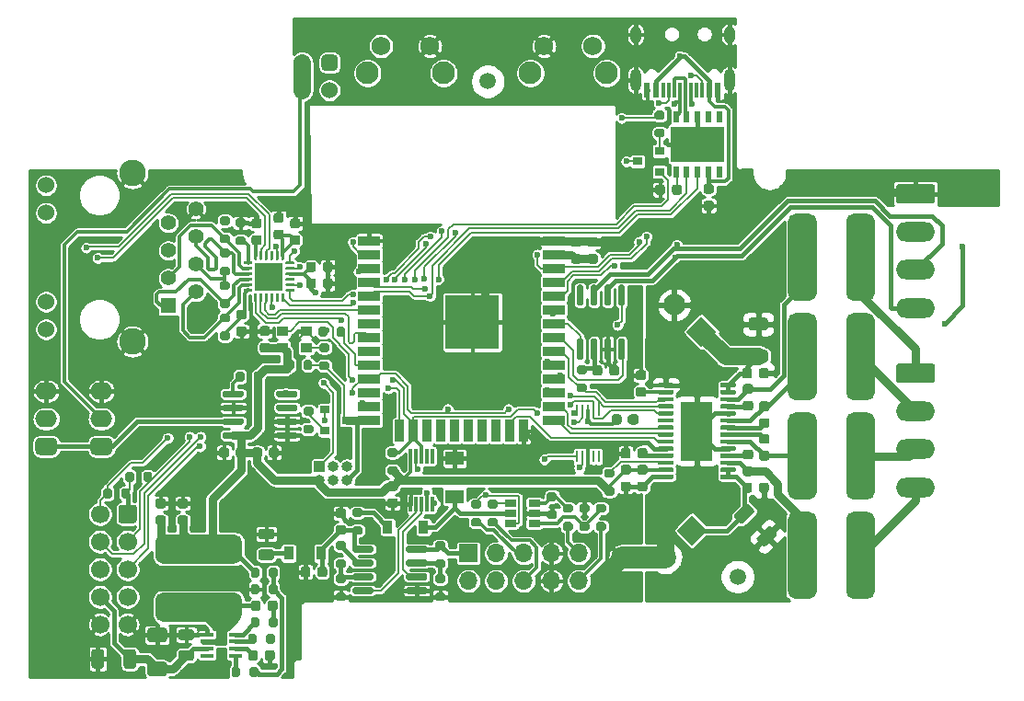
<source format=gbl>
G04 #@! TF.GenerationSoftware,KiCad,Pcbnew,(5.1.8)-1*
G04 #@! TF.CreationDate,2021-11-27T09:49:30+01:00*
G04 #@! TF.ProjectId,sensactHsNano2,73656e73-6163-4744-9873-4e616e6f322e,rev?*
G04 #@! TF.SameCoordinates,Original*
G04 #@! TF.FileFunction,Copper,L2,Bot*
G04 #@! TF.FilePolarity,Positive*
%FSLAX46Y46*%
G04 Gerber Fmt 4.6, Leading zero omitted, Abs format (unit mm)*
G04 Created by KiCad (PCBNEW (5.1.8)-1) date 2021-11-27 09:49:30*
%MOMM*%
%LPD*%
G01*
G04 APERTURE LIST*
G04 #@! TA.AperFunction,EtchedComponent*
%ADD10C,0.100000*%
G04 #@! TD*
G04 #@! TA.AperFunction,SMDPad,CuDef*
%ADD11C,1.500000*%
G04 #@! TD*
G04 #@! TA.AperFunction,SMDPad,CuDef*
%ADD12R,2.000000X0.900000*%
G04 #@! TD*
G04 #@! TA.AperFunction,SMDPad,CuDef*
%ADD13R,0.900000X2.000000*%
G04 #@! TD*
G04 #@! TA.AperFunction,SMDPad,CuDef*
%ADD14R,5.000000X5.000000*%
G04 #@! TD*
G04 #@! TA.AperFunction,SMDPad,CuDef*
%ADD15R,0.900000X1.200000*%
G04 #@! TD*
G04 #@! TA.AperFunction,SMDPad,CuDef*
%ADD16C,0.100000*%
G04 #@! TD*
G04 #@! TA.AperFunction,SMDPad,CuDef*
%ADD17R,0.900000X1.300000*%
G04 #@! TD*
G04 #@! TA.AperFunction,SMDPad,CuDef*
%ADD18R,0.300000X1.400000*%
G04 #@! TD*
G04 #@! TA.AperFunction,SMDPad,CuDef*
%ADD19R,1.060000X0.650000*%
G04 #@! TD*
G04 #@! TA.AperFunction,SMDPad,CuDef*
%ADD20R,1.700000X1.300000*%
G04 #@! TD*
G04 #@! TA.AperFunction,ComponentPad*
%ADD21O,1.700000X1.700000*%
G04 #@! TD*
G04 #@! TA.AperFunction,ComponentPad*
%ADD22R,1.700000X1.700000*%
G04 #@! TD*
G04 #@! TA.AperFunction,SMDPad,CuDef*
%ADD23R,0.250000X1.100000*%
G04 #@! TD*
G04 #@! TA.AperFunction,ComponentPad*
%ADD24O,1.000000X1.000000*%
G04 #@! TD*
G04 #@! TA.AperFunction,ComponentPad*
%ADD25R,1.000000X1.000000*%
G04 #@! TD*
G04 #@! TA.AperFunction,ComponentPad*
%ADD26O,2.000000X1.600000*%
G04 #@! TD*
G04 #@! TA.AperFunction,SMDPad,CuDef*
%ADD27R,1.220000X0.400000*%
G04 #@! TD*
G04 #@! TA.AperFunction,ComponentPad*
%ADD28C,1.700000*%
G04 #@! TD*
G04 #@! TA.AperFunction,SMDPad,CuDef*
%ADD29R,3.000000X3.000000*%
G04 #@! TD*
G04 #@! TA.AperFunction,ComponentPad*
%ADD30C,0.700000*%
G04 #@! TD*
G04 #@! TA.AperFunction,SMDPad,CuDef*
%ADD31R,5.000000X3.200000*%
G04 #@! TD*
G04 #@! TA.AperFunction,SMDPad,CuDef*
%ADD32R,0.510000X1.100000*%
G04 #@! TD*
G04 #@! TA.AperFunction,ComponentPad*
%ADD33C,2.100000*%
G04 #@! TD*
G04 #@! TA.AperFunction,ComponentPad*
%ADD34C,1.750000*%
G04 #@! TD*
G04 #@! TA.AperFunction,SMDPad,CuDef*
%ADD35R,0.900000X0.800000*%
G04 #@! TD*
G04 #@! TA.AperFunction,ComponentPad*
%ADD36O,1.000000X1.600000*%
G04 #@! TD*
G04 #@! TA.AperFunction,ComponentPad*
%ADD37O,1.000000X2.100000*%
G04 #@! TD*
G04 #@! TA.AperFunction,SMDPad,CuDef*
%ADD38R,0.300000X1.450000*%
G04 #@! TD*
G04 #@! TA.AperFunction,SMDPad,CuDef*
%ADD39R,0.600000X1.450000*%
G04 #@! TD*
G04 #@! TA.AperFunction,ComponentPad*
%ADD40C,0.600000*%
G04 #@! TD*
G04 #@! TA.AperFunction,SMDPad,CuDef*
%ADD41R,2.850000X5.400000*%
G04 #@! TD*
G04 #@! TA.AperFunction,ComponentPad*
%ADD42R,1.398000X1.398000*%
G04 #@! TD*
G04 #@! TA.AperFunction,ComponentPad*
%ADD43C,1.398000*%
G04 #@! TD*
G04 #@! TA.AperFunction,ComponentPad*
%ADD44C,1.530000*%
G04 #@! TD*
G04 #@! TA.AperFunction,ComponentPad*
%ADD45C,2.445000*%
G04 #@! TD*
G04 #@! TA.AperFunction,SMDPad,CuDef*
%ADD46R,1.000000X0.900000*%
G04 #@! TD*
G04 #@! TA.AperFunction,SMDPad,CuDef*
%ADD47R,2.600000X2.600000*%
G04 #@! TD*
G04 #@! TA.AperFunction,SMDPad,CuDef*
%ADD48C,2.000000*%
G04 #@! TD*
G04 #@! TA.AperFunction,ComponentPad*
%ADD49C,1.524000*%
G04 #@! TD*
G04 #@! TA.AperFunction,ComponentPad*
%ADD50O,3.600000X1.800000*%
G04 #@! TD*
G04 #@! TA.AperFunction,ComponentPad*
%ADD51C,0.100000*%
G04 #@! TD*
G04 #@! TA.AperFunction,ComponentPad*
%ADD52C,2.000000*%
G04 #@! TD*
G04 #@! TA.AperFunction,ViaPad*
%ADD53C,0.600000*%
G04 #@! TD*
G04 #@! TA.AperFunction,ViaPad*
%ADD54C,1.600000*%
G04 #@! TD*
G04 #@! TA.AperFunction,Conductor*
%ADD55C,0.400000*%
G04 #@! TD*
G04 #@! TA.AperFunction,Conductor*
%ADD56C,0.800000*%
G04 #@! TD*
G04 #@! TA.AperFunction,Conductor*
%ADD57C,0.200000*%
G04 #@! TD*
G04 #@! TA.AperFunction,Conductor*
%ADD58C,1.600000*%
G04 #@! TD*
G04 #@! TA.AperFunction,Conductor*
%ADD59C,0.300000*%
G04 #@! TD*
G04 #@! TA.AperFunction,Conductor*
%ADD60C,0.254000*%
G04 #@! TD*
G04 #@! TA.AperFunction,Conductor*
%ADD61C,0.100000*%
G04 #@! TD*
G04 APERTURE END LIST*
D10*
G36*
X159925000Y-144827500D02*
G01*
X163925000Y-144827500D01*
X163925000Y-142827500D01*
X159925000Y-142827500D01*
X159925000Y-144827500D01*
G37*
D11*
X147574000Y-100012500D03*
X170561000Y-145605500D03*
G04 #@! TA.AperFunction,SMDPad,CuDef*
G36*
G01*
X159885500Y-130877500D02*
X159885500Y-131377500D01*
G75*
G02*
X159660500Y-131602500I-225000J0D01*
G01*
X159210500Y-131602500D01*
G75*
G02*
X158985500Y-131377500I0J225000D01*
G01*
X158985500Y-130877500D01*
G75*
G02*
X159210500Y-130652500I225000J0D01*
G01*
X159660500Y-130652500D01*
G75*
G02*
X159885500Y-130877500I0J-225000D01*
G01*
G37*
G04 #@! TD.AperFunction*
G04 #@! TA.AperFunction,SMDPad,CuDef*
G36*
G01*
X161435500Y-130877500D02*
X161435500Y-131377500D01*
G75*
G02*
X161210500Y-131602500I-225000J0D01*
G01*
X160760500Y-131602500D01*
G75*
G02*
X160535500Y-131377500I0J225000D01*
G01*
X160535500Y-130877500D01*
G75*
G02*
X160760500Y-130652500I225000J0D01*
G01*
X161210500Y-130652500D01*
G75*
G02*
X161435500Y-130877500I0J-225000D01*
G01*
G37*
G04 #@! TD.AperFunction*
G04 #@! TA.AperFunction,SMDPad,CuDef*
G36*
G01*
X155935000Y-127806000D02*
X156485000Y-127806000D01*
G75*
G02*
X156685000Y-128006000I0J-200000D01*
G01*
X156685000Y-128406000D01*
G75*
G02*
X156485000Y-128606000I-200000J0D01*
G01*
X155935000Y-128606000D01*
G75*
G02*
X155735000Y-128406000I0J200000D01*
G01*
X155735000Y-128006000D01*
G75*
G02*
X155935000Y-127806000I200000J0D01*
G01*
G37*
G04 #@! TD.AperFunction*
G04 #@! TA.AperFunction,SMDPad,CuDef*
G36*
G01*
X155935000Y-126156000D02*
X156485000Y-126156000D01*
G75*
G02*
X156685000Y-126356000I0J-200000D01*
G01*
X156685000Y-126756000D01*
G75*
G02*
X156485000Y-126956000I-200000J0D01*
G01*
X155935000Y-126956000D01*
G75*
G02*
X155735000Y-126756000I0J200000D01*
G01*
X155735000Y-126356000D01*
G75*
G02*
X155935000Y-126156000I200000J0D01*
G01*
G37*
G04 #@! TD.AperFunction*
G04 #@! TA.AperFunction,SMDPad,CuDef*
G36*
G01*
X117725000Y-139311500D02*
X117225000Y-139311500D01*
G75*
G02*
X117000000Y-139086500I0J225000D01*
G01*
X117000000Y-138636500D01*
G75*
G02*
X117225000Y-138411500I225000J0D01*
G01*
X117725000Y-138411500D01*
G75*
G02*
X117950000Y-138636500I0J-225000D01*
G01*
X117950000Y-139086500D01*
G75*
G02*
X117725000Y-139311500I-225000J0D01*
G01*
G37*
G04 #@! TD.AperFunction*
G04 #@! TA.AperFunction,SMDPad,CuDef*
G36*
G01*
X117725000Y-140861500D02*
X117225000Y-140861500D01*
G75*
G02*
X117000000Y-140636500I0J225000D01*
G01*
X117000000Y-140186500D01*
G75*
G02*
X117225000Y-139961500I225000J0D01*
G01*
X117725000Y-139961500D01*
G75*
G02*
X117950000Y-140186500I0J-225000D01*
G01*
X117950000Y-140636500D01*
G75*
G02*
X117725000Y-140861500I-225000J0D01*
G01*
G37*
G04 #@! TD.AperFunction*
G04 #@! TA.AperFunction,SMDPad,CuDef*
G36*
G01*
X119757000Y-139311500D02*
X119257000Y-139311500D01*
G75*
G02*
X119032000Y-139086500I0J225000D01*
G01*
X119032000Y-138636500D01*
G75*
G02*
X119257000Y-138411500I225000J0D01*
G01*
X119757000Y-138411500D01*
G75*
G02*
X119982000Y-138636500I0J-225000D01*
G01*
X119982000Y-139086500D01*
G75*
G02*
X119757000Y-139311500I-225000J0D01*
G01*
G37*
G04 #@! TD.AperFunction*
G04 #@! TA.AperFunction,SMDPad,CuDef*
G36*
G01*
X119757000Y-140861500D02*
X119257000Y-140861500D01*
G75*
G02*
X119032000Y-140636500I0J225000D01*
G01*
X119032000Y-140186500D01*
G75*
G02*
X119257000Y-139961500I225000J0D01*
G01*
X119757000Y-139961500D01*
G75*
G02*
X119982000Y-140186500I0J-225000D01*
G01*
X119982000Y-140636500D01*
G75*
G02*
X119757000Y-140861500I-225000J0D01*
G01*
G37*
G04 #@! TD.AperFunction*
G04 #@! TA.AperFunction,SMDPad,CuDef*
G36*
G01*
X116507498Y-153427000D02*
X117807502Y-153427000D01*
G75*
G02*
X118057500Y-153676998I0J-249998D01*
G01*
X118057500Y-154502002D01*
G75*
G02*
X117807502Y-154752000I-249998J0D01*
G01*
X116507498Y-154752000D01*
G75*
G02*
X116257500Y-154502002I0J249998D01*
G01*
X116257500Y-153676998D01*
G75*
G02*
X116507498Y-153427000I249998J0D01*
G01*
G37*
G04 #@! TD.AperFunction*
G04 #@! TA.AperFunction,SMDPad,CuDef*
G36*
G01*
X116507498Y-150302000D02*
X117807502Y-150302000D01*
G75*
G02*
X118057500Y-150551998I0J-249998D01*
G01*
X118057500Y-151377002D01*
G75*
G02*
X117807502Y-151627000I-249998J0D01*
G01*
X116507498Y-151627000D01*
G75*
G02*
X116257500Y-151377002I0J249998D01*
G01*
X116257500Y-150551998D01*
G75*
G02*
X116507498Y-150302000I249998J0D01*
G01*
G37*
G04 #@! TD.AperFunction*
G04 #@! TA.AperFunction,SMDPad,CuDef*
G36*
G01*
X114057000Y-153812001D02*
X114057000Y-152511999D01*
G75*
G02*
X114306999Y-152262000I249999J0D01*
G01*
X114957001Y-152262000D01*
G75*
G02*
X115207000Y-152511999I0J-249999D01*
G01*
X115207000Y-153812001D01*
G75*
G02*
X114957001Y-154062000I-249999J0D01*
G01*
X114306999Y-154062000D01*
G75*
G02*
X114057000Y-153812001I0J249999D01*
G01*
G37*
G04 #@! TD.AperFunction*
G04 #@! TA.AperFunction,SMDPad,CuDef*
G36*
G01*
X111107000Y-153812001D02*
X111107000Y-152511999D01*
G75*
G02*
X111356999Y-152262000I249999J0D01*
G01*
X112007001Y-152262000D01*
G75*
G02*
X112257000Y-152511999I0J-249999D01*
G01*
X112257000Y-153812001D01*
G75*
G02*
X112007001Y-154062000I-249999J0D01*
G01*
X111356999Y-154062000D01*
G75*
G02*
X111107000Y-153812001I0J249999D01*
G01*
G37*
G04 #@! TD.AperFunction*
G04 #@! TA.AperFunction,SMDPad,CuDef*
G36*
G01*
X157476000Y-115245000D02*
X156976000Y-115245000D01*
G75*
G02*
X156751000Y-115020000I0J225000D01*
G01*
X156751000Y-114570000D01*
G75*
G02*
X156976000Y-114345000I225000J0D01*
G01*
X157476000Y-114345000D01*
G75*
G02*
X157701000Y-114570000I0J-225000D01*
G01*
X157701000Y-115020000D01*
G75*
G02*
X157476000Y-115245000I-225000J0D01*
G01*
G37*
G04 #@! TD.AperFunction*
G04 #@! TA.AperFunction,SMDPad,CuDef*
G36*
G01*
X157476000Y-116795000D02*
X156976000Y-116795000D01*
G75*
G02*
X156751000Y-116570000I0J225000D01*
G01*
X156751000Y-116120000D01*
G75*
G02*
X156976000Y-115895000I225000J0D01*
G01*
X157476000Y-115895000D01*
G75*
G02*
X157701000Y-116120000I0J-225000D01*
G01*
X157701000Y-116570000D01*
G75*
G02*
X157476000Y-116795000I-225000J0D01*
G01*
G37*
G04 #@! TD.AperFunction*
G04 #@! TA.AperFunction,SMDPad,CuDef*
G36*
G01*
X147743500Y-140188500D02*
X148293500Y-140188500D01*
G75*
G02*
X148493500Y-140388500I0J-200000D01*
G01*
X148493500Y-140788500D01*
G75*
G02*
X148293500Y-140988500I-200000J0D01*
G01*
X147743500Y-140988500D01*
G75*
G02*
X147543500Y-140788500I0J200000D01*
G01*
X147543500Y-140388500D01*
G75*
G02*
X147743500Y-140188500I200000J0D01*
G01*
G37*
G04 #@! TD.AperFunction*
G04 #@! TA.AperFunction,SMDPad,CuDef*
G36*
G01*
X147743500Y-138538500D02*
X148293500Y-138538500D01*
G75*
G02*
X148493500Y-138738500I0J-200000D01*
G01*
X148493500Y-139138500D01*
G75*
G02*
X148293500Y-139338500I-200000J0D01*
G01*
X147743500Y-139338500D01*
G75*
G02*
X147543500Y-139138500I0J200000D01*
G01*
X147543500Y-138738500D01*
G75*
G02*
X147743500Y-138538500I200000J0D01*
G01*
G37*
G04 #@! TD.AperFunction*
G04 #@! TA.AperFunction,SMDPad,CuDef*
G36*
G01*
X146219500Y-140188500D02*
X146769500Y-140188500D01*
G75*
G02*
X146969500Y-140388500I0J-200000D01*
G01*
X146969500Y-140788500D01*
G75*
G02*
X146769500Y-140988500I-200000J0D01*
G01*
X146219500Y-140988500D01*
G75*
G02*
X146019500Y-140788500I0J200000D01*
G01*
X146019500Y-140388500D01*
G75*
G02*
X146219500Y-140188500I200000J0D01*
G01*
G37*
G04 #@! TD.AperFunction*
G04 #@! TA.AperFunction,SMDPad,CuDef*
G36*
G01*
X146219500Y-138538500D02*
X146769500Y-138538500D01*
G75*
G02*
X146969500Y-138738500I0J-200000D01*
G01*
X146969500Y-139138500D01*
G75*
G02*
X146769500Y-139338500I-200000J0D01*
G01*
X146219500Y-139338500D01*
G75*
G02*
X146019500Y-139138500I0J200000D01*
G01*
X146019500Y-138738500D01*
G75*
G02*
X146219500Y-138538500I200000J0D01*
G01*
G37*
G04 #@! TD.AperFunction*
D12*
X136661000Y-114674000D03*
X136661000Y-115944000D03*
X136661000Y-117214000D03*
X136661000Y-118484000D03*
X136661000Y-119754000D03*
X136661000Y-121024000D03*
X136661000Y-122294000D03*
X136661000Y-123564000D03*
X136661000Y-124834000D03*
X136661000Y-126104000D03*
X136661000Y-127374000D03*
X136661000Y-128644000D03*
X136661000Y-129914000D03*
X136661000Y-131184000D03*
D13*
X139446000Y-132184000D03*
X140716000Y-132184000D03*
X141986000Y-132184000D03*
X143256000Y-132184000D03*
X144526000Y-132184000D03*
X145796000Y-132184000D03*
X147066000Y-132184000D03*
X148336000Y-132184000D03*
X149606000Y-132184000D03*
X150876000Y-132184000D03*
D12*
X153661000Y-131184000D03*
X153661000Y-129914000D03*
X153661000Y-128644000D03*
X153661000Y-127374000D03*
X153661000Y-126104000D03*
X153661000Y-124834000D03*
X153661000Y-123564000D03*
X153661000Y-122294000D03*
X153661000Y-121024000D03*
X153661000Y-119754000D03*
X153661000Y-118484000D03*
X153661000Y-117214000D03*
X153661000Y-115944000D03*
X153661000Y-114674000D03*
D14*
X146161000Y-122174000D03*
G04 #@! TA.AperFunction,SMDPad,CuDef*
G36*
G01*
X133798500Y-140850500D02*
X134298500Y-140850500D01*
G75*
G02*
X134523500Y-141075500I0J-225000D01*
G01*
X134523500Y-141525500D01*
G75*
G02*
X134298500Y-141750500I-225000J0D01*
G01*
X133798500Y-141750500D01*
G75*
G02*
X133573500Y-141525500I0J225000D01*
G01*
X133573500Y-141075500D01*
G75*
G02*
X133798500Y-140850500I225000J0D01*
G01*
G37*
G04 #@! TD.AperFunction*
G04 #@! TA.AperFunction,SMDPad,CuDef*
G36*
G01*
X133798500Y-139300500D02*
X134298500Y-139300500D01*
G75*
G02*
X134523500Y-139525500I0J-225000D01*
G01*
X134523500Y-139975500D01*
G75*
G02*
X134298500Y-140200500I-225000J0D01*
G01*
X133798500Y-140200500D01*
G75*
G02*
X133573500Y-139975500I0J225000D01*
G01*
X133573500Y-139525500D01*
G75*
G02*
X133798500Y-139300500I225000J0D01*
G01*
G37*
G04 #@! TD.AperFunction*
D15*
X138367500Y-141033500D03*
X141667500Y-141033500D03*
G04 #@! TA.AperFunction,SMDPad,CuDef*
G36*
G01*
X127665500Y-142171000D02*
X126715500Y-142171000D01*
G75*
G02*
X126465500Y-141921000I0J250000D01*
G01*
X126465500Y-141421000D01*
G75*
G02*
X126715500Y-141171000I250000J0D01*
G01*
X127665500Y-141171000D01*
G75*
G02*
X127915500Y-141421000I0J-250000D01*
G01*
X127915500Y-141921000D01*
G75*
G02*
X127665500Y-142171000I-250000J0D01*
G01*
G37*
G04 #@! TD.AperFunction*
G04 #@! TA.AperFunction,SMDPad,CuDef*
G36*
G01*
X127665500Y-144071000D02*
X126715500Y-144071000D01*
G75*
G02*
X126465500Y-143821000I0J250000D01*
G01*
X126465500Y-143321000D01*
G75*
G02*
X126715500Y-143071000I250000J0D01*
G01*
X127665500Y-143071000D01*
G75*
G02*
X127915500Y-143321000I0J-250000D01*
G01*
X127915500Y-143821000D01*
G75*
G02*
X127665500Y-144071000I-250000J0D01*
G01*
G37*
G04 #@! TD.AperFunction*
G04 #@! TA.AperFunction,SMDPad,CuDef*
D16*
G36*
X131613000Y-139495500D02*
G01*
X131613000Y-142620500D01*
X131196500Y-142620500D01*
X131196500Y-144095500D01*
X130296500Y-144095500D01*
X130296500Y-142620500D01*
X129880000Y-142620500D01*
X129880000Y-139495500D01*
X131613000Y-139495500D01*
G37*
G04 #@! TD.AperFunction*
D17*
X129246500Y-143445500D03*
X132246500Y-143445500D03*
D18*
X140478000Y-138915500D03*
X140978000Y-138915500D03*
X141478000Y-138915500D03*
X141978000Y-138915500D03*
X142478000Y-138915500D03*
X142478000Y-134515500D03*
X141978000Y-134515500D03*
X141478000Y-134515500D03*
X140978000Y-134515500D03*
X140478000Y-134515500D03*
D19*
X149649000Y-139763500D03*
X149649000Y-138813500D03*
X149649000Y-140713500D03*
X151849000Y-140713500D03*
X151849000Y-139763500D03*
X151849000Y-138813500D03*
G04 #@! TA.AperFunction,SMDPad,CuDef*
G36*
G01*
X142917500Y-143998500D02*
X143467500Y-143998500D01*
G75*
G02*
X143667500Y-144198500I0J-200000D01*
G01*
X143667500Y-144598500D01*
G75*
G02*
X143467500Y-144798500I-200000J0D01*
G01*
X142917500Y-144798500D01*
G75*
G02*
X142717500Y-144598500I0J200000D01*
G01*
X142717500Y-144198500D01*
G75*
G02*
X142917500Y-143998500I200000J0D01*
G01*
G37*
G04 #@! TD.AperFunction*
G04 #@! TA.AperFunction,SMDPad,CuDef*
G36*
G01*
X142917500Y-142348500D02*
X143467500Y-142348500D01*
G75*
G02*
X143667500Y-142548500I0J-200000D01*
G01*
X143667500Y-142948500D01*
G75*
G02*
X143467500Y-143148500I-200000J0D01*
G01*
X142917500Y-143148500D01*
G75*
G02*
X142717500Y-142948500I0J200000D01*
G01*
X142717500Y-142548500D01*
G75*
G02*
X142917500Y-142348500I200000J0D01*
G01*
G37*
G04 #@! TD.AperFunction*
G04 #@! TA.AperFunction,SMDPad,CuDef*
G36*
G01*
X133773500Y-143998500D02*
X134323500Y-143998500D01*
G75*
G02*
X134523500Y-144198500I0J-200000D01*
G01*
X134523500Y-144598500D01*
G75*
G02*
X134323500Y-144798500I-200000J0D01*
G01*
X133773500Y-144798500D01*
G75*
G02*
X133573500Y-144598500I0J200000D01*
G01*
X133573500Y-144198500D01*
G75*
G02*
X133773500Y-143998500I200000J0D01*
G01*
G37*
G04 #@! TD.AperFunction*
G04 #@! TA.AperFunction,SMDPad,CuDef*
G36*
G01*
X133773500Y-142348500D02*
X134323500Y-142348500D01*
G75*
G02*
X134523500Y-142548500I0J-200000D01*
G01*
X134523500Y-142948500D01*
G75*
G02*
X134323500Y-143148500I-200000J0D01*
G01*
X133773500Y-143148500D01*
G75*
G02*
X133573500Y-142948500I0J200000D01*
G01*
X133573500Y-142548500D01*
G75*
G02*
X133773500Y-142348500I200000J0D01*
G01*
G37*
G04 #@! TD.AperFunction*
G04 #@! TA.AperFunction,SMDPad,CuDef*
G36*
G01*
X142917500Y-147046500D02*
X143467500Y-147046500D01*
G75*
G02*
X143667500Y-147246500I0J-200000D01*
G01*
X143667500Y-147646500D01*
G75*
G02*
X143467500Y-147846500I-200000J0D01*
G01*
X142917500Y-147846500D01*
G75*
G02*
X142717500Y-147646500I0J200000D01*
G01*
X142717500Y-147246500D01*
G75*
G02*
X142917500Y-147046500I200000J0D01*
G01*
G37*
G04 #@! TD.AperFunction*
G04 #@! TA.AperFunction,SMDPad,CuDef*
G36*
G01*
X142917500Y-145396500D02*
X143467500Y-145396500D01*
G75*
G02*
X143667500Y-145596500I0J-200000D01*
G01*
X143667500Y-145996500D01*
G75*
G02*
X143467500Y-146196500I-200000J0D01*
G01*
X142917500Y-146196500D01*
G75*
G02*
X142717500Y-145996500I0J200000D01*
G01*
X142717500Y-145596500D01*
G75*
G02*
X142917500Y-145396500I200000J0D01*
G01*
G37*
G04 #@! TD.AperFunction*
G04 #@! TA.AperFunction,SMDPad,CuDef*
G36*
G01*
X133773500Y-147046500D02*
X134323500Y-147046500D01*
G75*
G02*
X134523500Y-147246500I0J-200000D01*
G01*
X134523500Y-147646500D01*
G75*
G02*
X134323500Y-147846500I-200000J0D01*
G01*
X133773500Y-147846500D01*
G75*
G02*
X133573500Y-147646500I0J200000D01*
G01*
X133573500Y-147246500D01*
G75*
G02*
X133773500Y-147046500I200000J0D01*
G01*
G37*
G04 #@! TD.AperFunction*
G04 #@! TA.AperFunction,SMDPad,CuDef*
G36*
G01*
X133773500Y-145396500D02*
X134323500Y-145396500D01*
G75*
G02*
X134523500Y-145596500I0J-200000D01*
G01*
X134523500Y-145996500D01*
G75*
G02*
X134323500Y-146196500I-200000J0D01*
G01*
X133773500Y-146196500D01*
G75*
G02*
X133573500Y-145996500I0J200000D01*
G01*
X133573500Y-145596500D01*
G75*
G02*
X133773500Y-145396500I200000J0D01*
G01*
G37*
G04 #@! TD.AperFunction*
G04 #@! TA.AperFunction,SMDPad,CuDef*
G36*
G01*
X156739000Y-139719500D02*
X156189000Y-139719500D01*
G75*
G02*
X155989000Y-139519500I0J200000D01*
G01*
X155989000Y-139119500D01*
G75*
G02*
X156189000Y-138919500I200000J0D01*
G01*
X156739000Y-138919500D01*
G75*
G02*
X156939000Y-139119500I0J-200000D01*
G01*
X156939000Y-139519500D01*
G75*
G02*
X156739000Y-139719500I-200000J0D01*
G01*
G37*
G04 #@! TD.AperFunction*
G04 #@! TA.AperFunction,SMDPad,CuDef*
G36*
G01*
X156739000Y-141369500D02*
X156189000Y-141369500D01*
G75*
G02*
X155989000Y-141169500I0J200000D01*
G01*
X155989000Y-140769500D01*
G75*
G02*
X156189000Y-140569500I200000J0D01*
G01*
X156739000Y-140569500D01*
G75*
G02*
X156939000Y-140769500I0J-200000D01*
G01*
X156939000Y-141169500D01*
G75*
G02*
X156739000Y-141369500I-200000J0D01*
G01*
G37*
G04 #@! TD.AperFunction*
G04 #@! TA.AperFunction,SMDPad,CuDef*
G36*
G01*
X157713000Y-140569500D02*
X158263000Y-140569500D01*
G75*
G02*
X158463000Y-140769500I0J-200000D01*
G01*
X158463000Y-141169500D01*
G75*
G02*
X158263000Y-141369500I-200000J0D01*
G01*
X157713000Y-141369500D01*
G75*
G02*
X157513000Y-141169500I0J200000D01*
G01*
X157513000Y-140769500D01*
G75*
G02*
X157713000Y-140569500I200000J0D01*
G01*
G37*
G04 #@! TD.AperFunction*
G04 #@! TA.AperFunction,SMDPad,CuDef*
G36*
G01*
X157713000Y-138919500D02*
X158263000Y-138919500D01*
G75*
G02*
X158463000Y-139119500I0J-200000D01*
G01*
X158463000Y-139519500D01*
G75*
G02*
X158263000Y-139719500I-200000J0D01*
G01*
X157713000Y-139719500D01*
G75*
G02*
X157513000Y-139519500I0J200000D01*
G01*
X157513000Y-139119500D01*
G75*
G02*
X157713000Y-138919500I200000J0D01*
G01*
G37*
G04 #@! TD.AperFunction*
G04 #@! TA.AperFunction,SMDPad,CuDef*
G36*
G01*
X153204500Y-139490000D02*
X153754500Y-139490000D01*
G75*
G02*
X153954500Y-139690000I0J-200000D01*
G01*
X153954500Y-140090000D01*
G75*
G02*
X153754500Y-140290000I-200000J0D01*
G01*
X153204500Y-140290000D01*
G75*
G02*
X153004500Y-140090000I0J200000D01*
G01*
X153004500Y-139690000D01*
G75*
G02*
X153204500Y-139490000I200000J0D01*
G01*
G37*
G04 #@! TD.AperFunction*
G04 #@! TA.AperFunction,SMDPad,CuDef*
G36*
G01*
X153204500Y-137840000D02*
X153754500Y-137840000D01*
G75*
G02*
X153954500Y-138040000I0J-200000D01*
G01*
X153954500Y-138440000D01*
G75*
G02*
X153754500Y-138640000I-200000J0D01*
G01*
X153204500Y-138640000D01*
G75*
G02*
X153004500Y-138440000I0J200000D01*
G01*
X153004500Y-138040000D01*
G75*
G02*
X153204500Y-137840000I200000J0D01*
G01*
G37*
G04 #@! TD.AperFunction*
G04 #@! TA.AperFunction,SMDPad,CuDef*
G36*
G01*
X154665000Y-140569500D02*
X155215000Y-140569500D01*
G75*
G02*
X155415000Y-140769500I0J-200000D01*
G01*
X155415000Y-141169500D01*
G75*
G02*
X155215000Y-141369500I-200000J0D01*
G01*
X154665000Y-141369500D01*
G75*
G02*
X154465000Y-141169500I0J200000D01*
G01*
X154465000Y-140769500D01*
G75*
G02*
X154665000Y-140569500I200000J0D01*
G01*
G37*
G04 #@! TD.AperFunction*
G04 #@! TA.AperFunction,SMDPad,CuDef*
G36*
G01*
X154665000Y-138919500D02*
X155215000Y-138919500D01*
G75*
G02*
X155415000Y-139119500I0J-200000D01*
G01*
X155415000Y-139519500D01*
G75*
G02*
X155215000Y-139719500I-200000J0D01*
G01*
X154665000Y-139719500D01*
G75*
G02*
X154465000Y-139519500I0J200000D01*
G01*
X154465000Y-139119500D01*
G75*
G02*
X154665000Y-138919500I200000J0D01*
G01*
G37*
G04 #@! TD.AperFunction*
G04 #@! TA.AperFunction,SMDPad,CuDef*
G36*
G01*
X135297500Y-140950500D02*
X135847500Y-140950500D01*
G75*
G02*
X136047500Y-141150500I0J-200000D01*
G01*
X136047500Y-141550500D01*
G75*
G02*
X135847500Y-141750500I-200000J0D01*
G01*
X135297500Y-141750500D01*
G75*
G02*
X135097500Y-141550500I0J200000D01*
G01*
X135097500Y-141150500D01*
G75*
G02*
X135297500Y-140950500I200000J0D01*
G01*
G37*
G04 #@! TD.AperFunction*
G04 #@! TA.AperFunction,SMDPad,CuDef*
G36*
G01*
X135297500Y-139300500D02*
X135847500Y-139300500D01*
G75*
G02*
X136047500Y-139500500I0J-200000D01*
G01*
X136047500Y-139900500D01*
G75*
G02*
X135847500Y-140100500I-200000J0D01*
G01*
X135297500Y-140100500D01*
G75*
G02*
X135097500Y-139900500I0J200000D01*
G01*
X135097500Y-139500500D01*
G75*
G02*
X135297500Y-139300500I200000J0D01*
G01*
G37*
G04 #@! TD.AperFunction*
D20*
X144526000Y-134711500D03*
X144526000Y-138211500D03*
G04 #@! TA.AperFunction,SMDPad,CuDef*
G36*
G01*
X139061000Y-137724000D02*
X138561000Y-137724000D01*
G75*
G02*
X138336000Y-137499000I0J225000D01*
G01*
X138336000Y-137049000D01*
G75*
G02*
X138561000Y-136824000I225000J0D01*
G01*
X139061000Y-136824000D01*
G75*
G02*
X139286000Y-137049000I0J-225000D01*
G01*
X139286000Y-137499000D01*
G75*
G02*
X139061000Y-137724000I-225000J0D01*
G01*
G37*
G04 #@! TD.AperFunction*
G04 #@! TA.AperFunction,SMDPad,CuDef*
G36*
G01*
X139061000Y-139274000D02*
X138561000Y-139274000D01*
G75*
G02*
X138336000Y-139049000I0J225000D01*
G01*
X138336000Y-138599000D01*
G75*
G02*
X138561000Y-138374000I225000J0D01*
G01*
X139061000Y-138374000D01*
G75*
G02*
X139286000Y-138599000I0J-225000D01*
G01*
X139286000Y-139049000D01*
G75*
G02*
X139061000Y-139274000I-225000J0D01*
G01*
G37*
G04 #@! TD.AperFunction*
G04 #@! TA.AperFunction,SMDPad,CuDef*
G36*
G01*
X131897000Y-145411000D02*
X131897000Y-144911000D01*
G75*
G02*
X132122000Y-144686000I225000J0D01*
G01*
X132572000Y-144686000D01*
G75*
G02*
X132797000Y-144911000I0J-225000D01*
G01*
X132797000Y-145411000D01*
G75*
G02*
X132572000Y-145636000I-225000J0D01*
G01*
X132122000Y-145636000D01*
G75*
G02*
X131897000Y-145411000I0J225000D01*
G01*
G37*
G04 #@! TD.AperFunction*
G04 #@! TA.AperFunction,SMDPad,CuDef*
G36*
G01*
X130347000Y-145411000D02*
X130347000Y-144911000D01*
G75*
G02*
X130572000Y-144686000I225000J0D01*
G01*
X131022000Y-144686000D01*
G75*
G02*
X131247000Y-144911000I0J-225000D01*
G01*
X131247000Y-145411000D01*
G75*
G02*
X131022000Y-145636000I-225000J0D01*
G01*
X130572000Y-145636000D01*
G75*
G02*
X130347000Y-145411000I0J225000D01*
G01*
G37*
G04 #@! TD.AperFunction*
D21*
X155956000Y-145986500D03*
X155956000Y-143446500D03*
X153416000Y-145986500D03*
X153416000Y-143446500D03*
X150876000Y-145986500D03*
X150876000Y-143446500D03*
X148336000Y-145986500D03*
X148336000Y-143446500D03*
X145796000Y-145986500D03*
D22*
X145796000Y-143446500D03*
D23*
X157781500Y-130247500D03*
X157281500Y-130247500D03*
X156781500Y-130247500D03*
X156281500Y-130247500D03*
X155781500Y-130247500D03*
X155781500Y-134547500D03*
X156281500Y-134547500D03*
X156781500Y-134547500D03*
X157281500Y-134547500D03*
X157781500Y-134547500D03*
G04 #@! TA.AperFunction,SMDPad,CuDef*
G36*
G01*
X137057000Y-142915500D02*
X137057000Y-143215500D01*
G75*
G02*
X136907000Y-143365500I-150000J0D01*
G01*
X135257000Y-143365500D01*
G75*
G02*
X135107000Y-143215500I0J150000D01*
G01*
X135107000Y-142915500D01*
G75*
G02*
X135257000Y-142765500I150000J0D01*
G01*
X136907000Y-142765500D01*
G75*
G02*
X137057000Y-142915500I0J-150000D01*
G01*
G37*
G04 #@! TD.AperFunction*
G04 #@! TA.AperFunction,SMDPad,CuDef*
G36*
G01*
X137057000Y-144185500D02*
X137057000Y-144485500D01*
G75*
G02*
X136907000Y-144635500I-150000J0D01*
G01*
X135257000Y-144635500D01*
G75*
G02*
X135107000Y-144485500I0J150000D01*
G01*
X135107000Y-144185500D01*
G75*
G02*
X135257000Y-144035500I150000J0D01*
G01*
X136907000Y-144035500D01*
G75*
G02*
X137057000Y-144185500I0J-150000D01*
G01*
G37*
G04 #@! TD.AperFunction*
G04 #@! TA.AperFunction,SMDPad,CuDef*
G36*
G01*
X137057000Y-145455500D02*
X137057000Y-145755500D01*
G75*
G02*
X136907000Y-145905500I-150000J0D01*
G01*
X135257000Y-145905500D01*
G75*
G02*
X135107000Y-145755500I0J150000D01*
G01*
X135107000Y-145455500D01*
G75*
G02*
X135257000Y-145305500I150000J0D01*
G01*
X136907000Y-145305500D01*
G75*
G02*
X137057000Y-145455500I0J-150000D01*
G01*
G37*
G04 #@! TD.AperFunction*
G04 #@! TA.AperFunction,SMDPad,CuDef*
G36*
G01*
X137057000Y-146725500D02*
X137057000Y-147025500D01*
G75*
G02*
X136907000Y-147175500I-150000J0D01*
G01*
X135257000Y-147175500D01*
G75*
G02*
X135107000Y-147025500I0J150000D01*
G01*
X135107000Y-146725500D01*
G75*
G02*
X135257000Y-146575500I150000J0D01*
G01*
X136907000Y-146575500D01*
G75*
G02*
X137057000Y-146725500I0J-150000D01*
G01*
G37*
G04 #@! TD.AperFunction*
G04 #@! TA.AperFunction,SMDPad,CuDef*
G36*
G01*
X142007000Y-146725500D02*
X142007000Y-147025500D01*
G75*
G02*
X141857000Y-147175500I-150000J0D01*
G01*
X140207000Y-147175500D01*
G75*
G02*
X140057000Y-147025500I0J150000D01*
G01*
X140057000Y-146725500D01*
G75*
G02*
X140207000Y-146575500I150000J0D01*
G01*
X141857000Y-146575500D01*
G75*
G02*
X142007000Y-146725500I0J-150000D01*
G01*
G37*
G04 #@! TD.AperFunction*
G04 #@! TA.AperFunction,SMDPad,CuDef*
G36*
G01*
X142007000Y-145455500D02*
X142007000Y-145755500D01*
G75*
G02*
X141857000Y-145905500I-150000J0D01*
G01*
X140207000Y-145905500D01*
G75*
G02*
X140057000Y-145755500I0J150000D01*
G01*
X140057000Y-145455500D01*
G75*
G02*
X140207000Y-145305500I150000J0D01*
G01*
X141857000Y-145305500D01*
G75*
G02*
X142007000Y-145455500I0J-150000D01*
G01*
G37*
G04 #@! TD.AperFunction*
G04 #@! TA.AperFunction,SMDPad,CuDef*
G36*
G01*
X142007000Y-144185500D02*
X142007000Y-144485500D01*
G75*
G02*
X141857000Y-144635500I-150000J0D01*
G01*
X140207000Y-144635500D01*
G75*
G02*
X140057000Y-144485500I0J150000D01*
G01*
X140057000Y-144185500D01*
G75*
G02*
X140207000Y-144035500I150000J0D01*
G01*
X141857000Y-144035500D01*
G75*
G02*
X142007000Y-144185500I0J-150000D01*
G01*
G37*
G04 #@! TD.AperFunction*
G04 #@! TA.AperFunction,SMDPad,CuDef*
G36*
G01*
X142007000Y-142915500D02*
X142007000Y-143215500D01*
G75*
G02*
X141857000Y-143365500I-150000J0D01*
G01*
X140207000Y-143365500D01*
G75*
G02*
X140057000Y-143215500I0J150000D01*
G01*
X140057000Y-142915500D01*
G75*
G02*
X140207000Y-142765500I150000J0D01*
G01*
X141857000Y-142765500D01*
G75*
G02*
X142007000Y-142915500I0J-150000D01*
G01*
G37*
G04 #@! TD.AperFunction*
D24*
X134620000Y-136715500D03*
X134620000Y-135445500D03*
X133350000Y-136715500D03*
X133350000Y-135445500D03*
X132080000Y-136715500D03*
D25*
X132080000Y-135445500D03*
D26*
X106934000Y-128524000D03*
X112014000Y-128524000D03*
X106934000Y-131064000D03*
X112014000Y-131064000D03*
G04 #@! TA.AperFunction,ComponentPad*
G36*
G01*
X107534000Y-134404000D02*
X106334000Y-134404000D01*
G75*
G02*
X105934000Y-134004000I0J400000D01*
G01*
X105934000Y-133204000D01*
G75*
G02*
X106334000Y-132804000I400000J0D01*
G01*
X107534000Y-132804000D01*
G75*
G02*
X107934000Y-133204000I0J-400000D01*
G01*
X107934000Y-134004000D01*
G75*
G02*
X107534000Y-134404000I-400000J0D01*
G01*
G37*
G04 #@! TD.AperFunction*
G04 #@! TA.AperFunction,ComponentPad*
G36*
G01*
X112614000Y-134404000D02*
X111414000Y-134404000D01*
G75*
G02*
X111014000Y-134004000I0J400000D01*
G01*
X111014000Y-133204000D01*
G75*
G02*
X111414000Y-132804000I400000J0D01*
G01*
X112614000Y-132804000D01*
G75*
G02*
X113014000Y-133204000I0J-400000D01*
G01*
X113014000Y-134004000D01*
G75*
G02*
X112614000Y-134404000I-400000J0D01*
G01*
G37*
G04 #@! TD.AperFunction*
G04 #@! TA.AperFunction,SMDPad,CuDef*
G36*
G01*
X127325000Y-148522500D02*
X127325000Y-148022500D01*
G75*
G02*
X127550000Y-147797500I225000J0D01*
G01*
X128000000Y-147797500D01*
G75*
G02*
X128225000Y-148022500I0J-225000D01*
G01*
X128225000Y-148522500D01*
G75*
G02*
X128000000Y-148747500I-225000J0D01*
G01*
X127550000Y-148747500D01*
G75*
G02*
X127325000Y-148522500I0J225000D01*
G01*
G37*
G04 #@! TD.AperFunction*
G04 #@! TA.AperFunction,SMDPad,CuDef*
G36*
G01*
X125775000Y-148522500D02*
X125775000Y-148022500D01*
G75*
G02*
X126000000Y-147797500I225000J0D01*
G01*
X126450000Y-147797500D01*
G75*
G02*
X126675000Y-148022500I0J-225000D01*
G01*
X126675000Y-148522500D01*
G75*
G02*
X126450000Y-148747500I-225000J0D01*
G01*
X126000000Y-148747500D01*
G75*
G02*
X125775000Y-148522500I0J225000D01*
G01*
G37*
G04 #@! TD.AperFunction*
G04 #@! TA.AperFunction,SMDPad,CuDef*
G36*
G01*
X126421000Y-152594500D02*
X126421000Y-153094500D01*
G75*
G02*
X126196000Y-153319500I-225000J0D01*
G01*
X125746000Y-153319500D01*
G75*
G02*
X125521000Y-153094500I0J225000D01*
G01*
X125521000Y-152594500D01*
G75*
G02*
X125746000Y-152369500I225000J0D01*
G01*
X126196000Y-152369500D01*
G75*
G02*
X126421000Y-152594500I0J-225000D01*
G01*
G37*
G04 #@! TD.AperFunction*
G04 #@! TA.AperFunction,SMDPad,CuDef*
G36*
G01*
X127971000Y-152594500D02*
X127971000Y-153094500D01*
G75*
G02*
X127746000Y-153319500I-225000J0D01*
G01*
X127296000Y-153319500D01*
G75*
G02*
X127071000Y-153094500I0J225000D01*
G01*
X127071000Y-152594500D01*
G75*
G02*
X127296000Y-152369500I225000J0D01*
G01*
X127746000Y-152369500D01*
G75*
G02*
X127971000Y-152594500I0J-225000D01*
G01*
G37*
G04 #@! TD.AperFunction*
D27*
X124373000Y-152862000D03*
X124373000Y-152222000D03*
X124373000Y-151562000D03*
X124373000Y-150922000D03*
X121753000Y-150922000D03*
X121753000Y-151562000D03*
X121753000Y-152222000D03*
X121753000Y-152862000D03*
G04 #@! TA.AperFunction,SMDPad,CuDef*
G36*
G01*
X127425000Y-145499500D02*
X127425000Y-144949500D01*
G75*
G02*
X127625000Y-144749500I200000J0D01*
G01*
X128025000Y-144749500D01*
G75*
G02*
X128225000Y-144949500I0J-200000D01*
G01*
X128225000Y-145499500D01*
G75*
G02*
X128025000Y-145699500I-200000J0D01*
G01*
X127625000Y-145699500D01*
G75*
G02*
X127425000Y-145499500I0J200000D01*
G01*
G37*
G04 #@! TD.AperFunction*
G04 #@! TA.AperFunction,SMDPad,CuDef*
G36*
G01*
X125775000Y-145499500D02*
X125775000Y-144949500D01*
G75*
G02*
X125975000Y-144749500I200000J0D01*
G01*
X126375000Y-144749500D01*
G75*
G02*
X126575000Y-144949500I0J-200000D01*
G01*
X126575000Y-145499500D01*
G75*
G02*
X126375000Y-145699500I-200000J0D01*
G01*
X125975000Y-145699500D01*
G75*
G02*
X125775000Y-145499500I0J200000D01*
G01*
G37*
G04 #@! TD.AperFunction*
G04 #@! TA.AperFunction,SMDPad,CuDef*
G36*
G01*
X127425000Y-147023500D02*
X127425000Y-146473500D01*
G75*
G02*
X127625000Y-146273500I200000J0D01*
G01*
X128025000Y-146273500D01*
G75*
G02*
X128225000Y-146473500I0J-200000D01*
G01*
X128225000Y-147023500D01*
G75*
G02*
X128025000Y-147223500I-200000J0D01*
G01*
X127625000Y-147223500D01*
G75*
G02*
X127425000Y-147023500I0J200000D01*
G01*
G37*
G04 #@! TD.AperFunction*
G04 #@! TA.AperFunction,SMDPad,CuDef*
G36*
G01*
X125775000Y-147023500D02*
X125775000Y-146473500D01*
G75*
G02*
X125975000Y-146273500I200000J0D01*
G01*
X126375000Y-146273500D01*
G75*
G02*
X126575000Y-146473500I0J-200000D01*
G01*
X126575000Y-147023500D01*
G75*
G02*
X126375000Y-147223500I-200000J0D01*
G01*
X125975000Y-147223500D01*
G75*
G02*
X125775000Y-147023500I0J200000D01*
G01*
G37*
G04 #@! TD.AperFunction*
G04 #@! TA.AperFunction,SMDPad,CuDef*
G36*
G01*
X126575000Y-149521500D02*
X126575000Y-150071500D01*
G75*
G02*
X126375000Y-150271500I-200000J0D01*
G01*
X125975000Y-150271500D01*
G75*
G02*
X125775000Y-150071500I0J200000D01*
G01*
X125775000Y-149521500D01*
G75*
G02*
X125975000Y-149321500I200000J0D01*
G01*
X126375000Y-149321500D01*
G75*
G02*
X126575000Y-149521500I0J-200000D01*
G01*
G37*
G04 #@! TD.AperFunction*
G04 #@! TA.AperFunction,SMDPad,CuDef*
G36*
G01*
X128225000Y-149521500D02*
X128225000Y-150071500D01*
G75*
G02*
X128025000Y-150271500I-200000J0D01*
G01*
X127625000Y-150271500D01*
G75*
G02*
X127425000Y-150071500I0J200000D01*
G01*
X127425000Y-149521500D01*
G75*
G02*
X127625000Y-149321500I200000J0D01*
G01*
X128025000Y-149321500D01*
G75*
G02*
X128225000Y-149521500I0J-200000D01*
G01*
G37*
G04 #@! TD.AperFunction*
G04 #@! TA.AperFunction,SMDPad,CuDef*
G36*
G01*
X124797000Y-154093500D02*
X124797000Y-154643500D01*
G75*
G02*
X124597000Y-154843500I-200000J0D01*
G01*
X124197000Y-154843500D01*
G75*
G02*
X123997000Y-154643500I0J200000D01*
G01*
X123997000Y-154093500D01*
G75*
G02*
X124197000Y-153893500I200000J0D01*
G01*
X124597000Y-153893500D01*
G75*
G02*
X124797000Y-154093500I0J-200000D01*
G01*
G37*
G04 #@! TD.AperFunction*
G04 #@! TA.AperFunction,SMDPad,CuDef*
G36*
G01*
X126447000Y-154093500D02*
X126447000Y-154643500D01*
G75*
G02*
X126247000Y-154843500I-200000J0D01*
G01*
X125847000Y-154843500D01*
G75*
G02*
X125647000Y-154643500I0J200000D01*
G01*
X125647000Y-154093500D01*
G75*
G02*
X125847000Y-153893500I200000J0D01*
G01*
X126247000Y-153893500D01*
G75*
G02*
X126447000Y-154093500I0J-200000D01*
G01*
G37*
G04 #@! TD.AperFunction*
G04 #@! TA.AperFunction,SMDPad,CuDef*
G36*
G01*
X126321000Y-151045500D02*
X126321000Y-151595500D01*
G75*
G02*
X126121000Y-151795500I-200000J0D01*
G01*
X125721000Y-151795500D01*
G75*
G02*
X125521000Y-151595500I0J200000D01*
G01*
X125521000Y-151045500D01*
G75*
G02*
X125721000Y-150845500I200000J0D01*
G01*
X126121000Y-150845500D01*
G75*
G02*
X126321000Y-151045500I0J-200000D01*
G01*
G37*
G04 #@! TD.AperFunction*
G04 #@! TA.AperFunction,SMDPad,CuDef*
G36*
G01*
X127971000Y-151045500D02*
X127971000Y-151595500D01*
G75*
G02*
X127771000Y-151795500I-200000J0D01*
G01*
X127371000Y-151795500D01*
G75*
G02*
X127171000Y-151595500I0J200000D01*
G01*
X127171000Y-151045500D01*
G75*
G02*
X127371000Y-150845500I200000J0D01*
G01*
X127771000Y-150845500D01*
G75*
G02*
X127971000Y-151045500I0J-200000D01*
G01*
G37*
G04 #@! TD.AperFunction*
G04 #@! TA.AperFunction,SMDPad,CuDef*
G36*
G01*
X117630000Y-147082500D02*
X124305000Y-147082500D01*
G75*
G02*
X124967500Y-147745000I0J-662500D01*
G01*
X124967500Y-149070000D01*
G75*
G02*
X124305000Y-149732500I-662500J0D01*
G01*
X117630000Y-149732500D01*
G75*
G02*
X116967500Y-149070000I0J662500D01*
G01*
X116967500Y-147745000D01*
G75*
G02*
X117630000Y-147082500I662500J0D01*
G01*
G37*
G04 #@! TD.AperFunction*
G04 #@! TA.AperFunction,SMDPad,CuDef*
G36*
G01*
X117630000Y-141732500D02*
X124305000Y-141732500D01*
G75*
G02*
X124967500Y-142395000I0J-662500D01*
G01*
X124967500Y-143720000D01*
G75*
G02*
X124305000Y-144382500I-662500J0D01*
G01*
X117630000Y-144382500D01*
G75*
G02*
X116967500Y-143720000I0J662500D01*
G01*
X116967500Y-142395000D01*
G75*
G02*
X117630000Y-141732500I662500J0D01*
G01*
G37*
G04 #@! TD.AperFunction*
G04 #@! TA.AperFunction,SMDPad,CuDef*
G36*
G01*
X128119000Y-132738000D02*
X128119000Y-132438000D01*
G75*
G02*
X128269000Y-132288000I150000J0D01*
G01*
X129919000Y-132288000D01*
G75*
G02*
X130069000Y-132438000I0J-150000D01*
G01*
X130069000Y-132738000D01*
G75*
G02*
X129919000Y-132888000I-150000J0D01*
G01*
X128269000Y-132888000D01*
G75*
G02*
X128119000Y-132738000I0J150000D01*
G01*
G37*
G04 #@! TD.AperFunction*
G04 #@! TA.AperFunction,SMDPad,CuDef*
G36*
G01*
X128119000Y-131468000D02*
X128119000Y-131168000D01*
G75*
G02*
X128269000Y-131018000I150000J0D01*
G01*
X129919000Y-131018000D01*
G75*
G02*
X130069000Y-131168000I0J-150000D01*
G01*
X130069000Y-131468000D01*
G75*
G02*
X129919000Y-131618000I-150000J0D01*
G01*
X128269000Y-131618000D01*
G75*
G02*
X128119000Y-131468000I0J150000D01*
G01*
G37*
G04 #@! TD.AperFunction*
G04 #@! TA.AperFunction,SMDPad,CuDef*
G36*
G01*
X128119000Y-130198000D02*
X128119000Y-129898000D01*
G75*
G02*
X128269000Y-129748000I150000J0D01*
G01*
X129919000Y-129748000D01*
G75*
G02*
X130069000Y-129898000I0J-150000D01*
G01*
X130069000Y-130198000D01*
G75*
G02*
X129919000Y-130348000I-150000J0D01*
G01*
X128269000Y-130348000D01*
G75*
G02*
X128119000Y-130198000I0J150000D01*
G01*
G37*
G04 #@! TD.AperFunction*
G04 #@! TA.AperFunction,SMDPad,CuDef*
G36*
G01*
X128119000Y-128928000D02*
X128119000Y-128628000D01*
G75*
G02*
X128269000Y-128478000I150000J0D01*
G01*
X129919000Y-128478000D01*
G75*
G02*
X130069000Y-128628000I0J-150000D01*
G01*
X130069000Y-128928000D01*
G75*
G02*
X129919000Y-129078000I-150000J0D01*
G01*
X128269000Y-129078000D01*
G75*
G02*
X128119000Y-128928000I0J150000D01*
G01*
G37*
G04 #@! TD.AperFunction*
G04 #@! TA.AperFunction,SMDPad,CuDef*
G36*
G01*
X123169000Y-128928000D02*
X123169000Y-128628000D01*
G75*
G02*
X123319000Y-128478000I150000J0D01*
G01*
X124969000Y-128478000D01*
G75*
G02*
X125119000Y-128628000I0J-150000D01*
G01*
X125119000Y-128928000D01*
G75*
G02*
X124969000Y-129078000I-150000J0D01*
G01*
X123319000Y-129078000D01*
G75*
G02*
X123169000Y-128928000I0J150000D01*
G01*
G37*
G04 #@! TD.AperFunction*
G04 #@! TA.AperFunction,SMDPad,CuDef*
G36*
G01*
X123169000Y-130198000D02*
X123169000Y-129898000D01*
G75*
G02*
X123319000Y-129748000I150000J0D01*
G01*
X124969000Y-129748000D01*
G75*
G02*
X125119000Y-129898000I0J-150000D01*
G01*
X125119000Y-130198000D01*
G75*
G02*
X124969000Y-130348000I-150000J0D01*
G01*
X123319000Y-130348000D01*
G75*
G02*
X123169000Y-130198000I0J150000D01*
G01*
G37*
G04 #@! TD.AperFunction*
G04 #@! TA.AperFunction,SMDPad,CuDef*
G36*
G01*
X123169000Y-131468000D02*
X123169000Y-131168000D01*
G75*
G02*
X123319000Y-131018000I150000J0D01*
G01*
X124969000Y-131018000D01*
G75*
G02*
X125119000Y-131168000I0J-150000D01*
G01*
X125119000Y-131468000D01*
G75*
G02*
X124969000Y-131618000I-150000J0D01*
G01*
X123319000Y-131618000D01*
G75*
G02*
X123169000Y-131468000I0J150000D01*
G01*
G37*
G04 #@! TD.AperFunction*
G04 #@! TA.AperFunction,SMDPad,CuDef*
G36*
G01*
X123169000Y-132738000D02*
X123169000Y-132438000D01*
G75*
G02*
X123319000Y-132288000I150000J0D01*
G01*
X124969000Y-132288000D01*
G75*
G02*
X125119000Y-132438000I0J-150000D01*
G01*
X125119000Y-132738000D01*
G75*
G02*
X124969000Y-132888000I-150000J0D01*
G01*
X123319000Y-132888000D01*
G75*
G02*
X123169000Y-132738000I0J150000D01*
G01*
G37*
G04 #@! TD.AperFunction*
D28*
X111887000Y-149987000D03*
X111887000Y-147447000D03*
X111887000Y-144907000D03*
X111887000Y-142367000D03*
X111887000Y-139827000D03*
X114427000Y-149987000D03*
X114427000Y-147447000D03*
X114427000Y-144907000D03*
X114427000Y-142367000D03*
G04 #@! TA.AperFunction,ComponentPad*
G36*
G01*
X115277000Y-139227000D02*
X115277000Y-140427000D01*
G75*
G02*
X115027000Y-140677000I-250000J0D01*
G01*
X113827000Y-140677000D01*
G75*
G02*
X113577000Y-140427000I0J250000D01*
G01*
X113577000Y-139227000D01*
G75*
G02*
X113827000Y-138977000I250000J0D01*
G01*
X115027000Y-138977000D01*
G75*
G02*
X115277000Y-139227000I0J-250000D01*
G01*
G37*
G04 #@! TD.AperFunction*
G04 #@! TA.AperFunction,SMDPad,CuDef*
G36*
G01*
X132798000Y-122788000D02*
X132798000Y-123338000D01*
G75*
G02*
X132598000Y-123538000I-200000J0D01*
G01*
X132198000Y-123538000D01*
G75*
G02*
X131998000Y-123338000I0J200000D01*
G01*
X131998000Y-122788000D01*
G75*
G02*
X132198000Y-122588000I200000J0D01*
G01*
X132598000Y-122588000D01*
G75*
G02*
X132798000Y-122788000I0J-200000D01*
G01*
G37*
G04 #@! TD.AperFunction*
G04 #@! TA.AperFunction,SMDPad,CuDef*
G36*
G01*
X134448000Y-122788000D02*
X134448000Y-123338000D01*
G75*
G02*
X134248000Y-123538000I-200000J0D01*
G01*
X133848000Y-123538000D01*
G75*
G02*
X133648000Y-123338000I0J200000D01*
G01*
X133648000Y-122788000D01*
G75*
G02*
X133848000Y-122588000I200000J0D01*
G01*
X134248000Y-122588000D01*
G75*
G02*
X134448000Y-122788000I0J-200000D01*
G01*
G37*
G04 #@! TD.AperFunction*
G04 #@! TA.AperFunction,SMDPad,CuDef*
G36*
G01*
X130600000Y-126386000D02*
X130600000Y-125836000D01*
G75*
G02*
X130800000Y-125636000I200000J0D01*
G01*
X131200000Y-125636000D01*
G75*
G02*
X131400000Y-125836000I0J-200000D01*
G01*
X131400000Y-126386000D01*
G75*
G02*
X131200000Y-126586000I-200000J0D01*
G01*
X130800000Y-126586000D01*
G75*
G02*
X130600000Y-126386000I0J200000D01*
G01*
G37*
G04 #@! TD.AperFunction*
G04 #@! TA.AperFunction,SMDPad,CuDef*
G36*
G01*
X128950000Y-126386000D02*
X128950000Y-125836000D01*
G75*
G02*
X129150000Y-125636000I200000J0D01*
G01*
X129550000Y-125636000D01*
G75*
G02*
X129750000Y-125836000I0J-200000D01*
G01*
X129750000Y-126386000D01*
G75*
G02*
X129550000Y-126586000I-200000J0D01*
G01*
X129150000Y-126586000D01*
G75*
G02*
X128950000Y-126386000I0J200000D01*
G01*
G37*
G04 #@! TD.AperFunction*
G04 #@! TA.AperFunction,SMDPad,CuDef*
G36*
G01*
X139086000Y-134576000D02*
X138536000Y-134576000D01*
G75*
G02*
X138336000Y-134376000I0J200000D01*
G01*
X138336000Y-133976000D01*
G75*
G02*
X138536000Y-133776000I200000J0D01*
G01*
X139086000Y-133776000D01*
G75*
G02*
X139286000Y-133976000I0J-200000D01*
G01*
X139286000Y-134376000D01*
G75*
G02*
X139086000Y-134576000I-200000J0D01*
G01*
G37*
G04 #@! TD.AperFunction*
G04 #@! TA.AperFunction,SMDPad,CuDef*
G36*
G01*
X139086000Y-136226000D02*
X138536000Y-136226000D01*
G75*
G02*
X138336000Y-136026000I0J200000D01*
G01*
X138336000Y-135626000D01*
G75*
G02*
X138536000Y-135426000I200000J0D01*
G01*
X139086000Y-135426000D01*
G75*
G02*
X139286000Y-135626000I0J-200000D01*
G01*
X139286000Y-136026000D01*
G75*
G02*
X139086000Y-136226000I-200000J0D01*
G01*
G37*
G04 #@! TD.AperFunction*
G04 #@! TA.AperFunction,SMDPad,CuDef*
G36*
G01*
X125178000Y-126915500D02*
X125178000Y-127465500D01*
G75*
G02*
X124978000Y-127665500I-200000J0D01*
G01*
X124578000Y-127665500D01*
G75*
G02*
X124378000Y-127465500I0J200000D01*
G01*
X124378000Y-126915500D01*
G75*
G02*
X124578000Y-126715500I200000J0D01*
G01*
X124978000Y-126715500D01*
G75*
G02*
X125178000Y-126915500I0J-200000D01*
G01*
G37*
G04 #@! TD.AperFunction*
G04 #@! TA.AperFunction,SMDPad,CuDef*
G36*
G01*
X126828000Y-126915500D02*
X126828000Y-127465500D01*
G75*
G02*
X126628000Y-127665500I-200000J0D01*
G01*
X126228000Y-127665500D01*
G75*
G02*
X126028000Y-127465500I0J200000D01*
G01*
X126028000Y-126915500D01*
G75*
G02*
X126228000Y-126715500I200000J0D01*
G01*
X126628000Y-126715500D01*
G75*
G02*
X126828000Y-126915500I0J-200000D01*
G01*
G37*
G04 #@! TD.AperFunction*
D29*
X166878000Y-105791000D03*
D30*
X167878000Y-106491000D03*
X167878000Y-104991000D03*
X165878000Y-106491000D03*
X165878000Y-104991000D03*
X166878000Y-106491000D03*
X166878000Y-104991000D03*
D31*
X166878000Y-105791000D03*
D32*
X164878000Y-108341000D03*
X165878000Y-108341000D03*
X168878000Y-103241000D03*
X166878000Y-108341000D03*
X167878000Y-108341000D03*
X168878000Y-108341000D03*
X167878000Y-103241000D03*
X166878000Y-103241000D03*
X165878000Y-103241000D03*
X164878000Y-103241000D03*
D33*
X151490000Y-99240000D03*
D34*
X152750000Y-96750000D03*
X157250000Y-96750000D03*
D33*
X158500000Y-99240000D03*
X136490000Y-99240000D03*
D34*
X137750000Y-96750000D03*
X142250000Y-96750000D03*
D33*
X143500000Y-99240000D03*
G04 #@! TA.AperFunction,SMDPad,CuDef*
G36*
G01*
X163660500Y-103524500D02*
X163110500Y-103524500D01*
G75*
G02*
X162910500Y-103324500I0J200000D01*
G01*
X162910500Y-102924500D01*
G75*
G02*
X163110500Y-102724500I200000J0D01*
G01*
X163660500Y-102724500D01*
G75*
G02*
X163860500Y-102924500I0J-200000D01*
G01*
X163860500Y-103324500D01*
G75*
G02*
X163660500Y-103524500I-200000J0D01*
G01*
G37*
G04 #@! TD.AperFunction*
G04 #@! TA.AperFunction,SMDPad,CuDef*
G36*
G01*
X163660500Y-105174500D02*
X163110500Y-105174500D01*
G75*
G02*
X162910500Y-104974500I0J200000D01*
G01*
X162910500Y-104574500D01*
G75*
G02*
X163110500Y-104374500I200000J0D01*
G01*
X163660500Y-104374500D01*
G75*
G02*
X163860500Y-104574500I0J-200000D01*
G01*
X163860500Y-104974500D01*
G75*
G02*
X163660500Y-105174500I-200000J0D01*
G01*
G37*
G04 #@! TD.AperFunction*
G04 #@! TA.AperFunction,SMDPad,CuDef*
G36*
G01*
X130789000Y-131616000D02*
X131339000Y-131616000D01*
G75*
G02*
X131539000Y-131816000I0J-200000D01*
G01*
X131539000Y-132216000D01*
G75*
G02*
X131339000Y-132416000I-200000J0D01*
G01*
X130789000Y-132416000D01*
G75*
G02*
X130589000Y-132216000I0J200000D01*
G01*
X130589000Y-131816000D01*
G75*
G02*
X130789000Y-131616000I200000J0D01*
G01*
G37*
G04 #@! TD.AperFunction*
G04 #@! TA.AperFunction,SMDPad,CuDef*
G36*
G01*
X130789000Y-129966000D02*
X131339000Y-129966000D01*
G75*
G02*
X131539000Y-130166000I0J-200000D01*
G01*
X131539000Y-130566000D01*
G75*
G02*
X131339000Y-130766000I-200000J0D01*
G01*
X130789000Y-130766000D01*
G75*
G02*
X130589000Y-130566000I0J200000D01*
G01*
X130589000Y-130166000D01*
G75*
G02*
X130789000Y-129966000I200000J0D01*
G01*
G37*
G04 #@! TD.AperFunction*
D35*
X161369500Y-107378500D03*
X163369500Y-108328500D03*
X163369500Y-106428500D03*
X134604000Y-131191000D03*
X132604000Y-130241000D03*
X132604000Y-132141000D03*
D36*
X169820000Y-95700000D03*
X161180000Y-95700000D03*
D37*
X161180000Y-99880000D03*
X169820000Y-99880000D03*
D38*
X165250000Y-100795000D03*
X167250000Y-100795000D03*
X166750000Y-100795000D03*
X166250000Y-100795000D03*
X165750000Y-100795000D03*
X164750000Y-100795000D03*
X164250000Y-100795000D03*
X163750000Y-100795000D03*
D39*
X168750000Y-100795000D03*
X167950000Y-100795000D03*
X163050000Y-100795000D03*
X162250000Y-100795000D03*
X162250000Y-100795000D03*
X163050000Y-100795000D03*
X167950000Y-100795000D03*
X168750000Y-100795000D03*
G04 #@! TA.AperFunction,SMDPad,CuDef*
G36*
G01*
X164536000Y-110232000D02*
X164536000Y-109732000D01*
G75*
G02*
X164761000Y-109507000I225000J0D01*
G01*
X165211000Y-109507000D01*
G75*
G02*
X165436000Y-109732000I0J-225000D01*
G01*
X165436000Y-110232000D01*
G75*
G02*
X165211000Y-110457000I-225000J0D01*
G01*
X164761000Y-110457000D01*
G75*
G02*
X164536000Y-110232000I0J225000D01*
G01*
G37*
G04 #@! TD.AperFunction*
G04 #@! TA.AperFunction,SMDPad,CuDef*
G36*
G01*
X162986000Y-110232000D02*
X162986000Y-109732000D01*
G75*
G02*
X163211000Y-109507000I225000J0D01*
G01*
X163661000Y-109507000D01*
G75*
G02*
X163886000Y-109732000I0J-225000D01*
G01*
X163886000Y-110232000D01*
G75*
G02*
X163661000Y-110457000I-225000J0D01*
G01*
X163211000Y-110457000D01*
G75*
G02*
X162986000Y-110232000I0J225000D01*
G01*
G37*
G04 #@! TD.AperFunction*
G04 #@! TA.AperFunction,SMDPad,CuDef*
G36*
G01*
X167644000Y-111005500D02*
X168144000Y-111005500D01*
G75*
G02*
X168369000Y-111230500I0J-225000D01*
G01*
X168369000Y-111680500D01*
G75*
G02*
X168144000Y-111905500I-225000J0D01*
G01*
X167644000Y-111905500D01*
G75*
G02*
X167419000Y-111680500I0J225000D01*
G01*
X167419000Y-111230500D01*
G75*
G02*
X167644000Y-111005500I225000J0D01*
G01*
G37*
G04 #@! TD.AperFunction*
G04 #@! TA.AperFunction,SMDPad,CuDef*
G36*
G01*
X167644000Y-109455500D02*
X168144000Y-109455500D01*
G75*
G02*
X168369000Y-109680500I0J-225000D01*
G01*
X168369000Y-110130500D01*
G75*
G02*
X168144000Y-110355500I-225000J0D01*
G01*
X167644000Y-110355500D01*
G75*
G02*
X167419000Y-110130500I0J225000D01*
G01*
X167419000Y-109680500D01*
G75*
G02*
X167644000Y-109455500I225000J0D01*
G01*
G37*
G04 #@! TD.AperFunction*
G04 #@! TA.AperFunction,SMDPad,CuDef*
G36*
G01*
X177847000Y-122011500D02*
X177847000Y-128686500D01*
G75*
G02*
X177184500Y-129349000I-662500J0D01*
G01*
X175859500Y-129349000D01*
G75*
G02*
X175197000Y-128686500I0J662500D01*
G01*
X175197000Y-122011500D01*
G75*
G02*
X175859500Y-121349000I662500J0D01*
G01*
X177184500Y-121349000D01*
G75*
G02*
X177847000Y-122011500I0J-662500D01*
G01*
G37*
G04 #@! TD.AperFunction*
G04 #@! TA.AperFunction,SMDPad,CuDef*
G36*
G01*
X183197000Y-122011500D02*
X183197000Y-128686500D01*
G75*
G02*
X182534500Y-129349000I-662500J0D01*
G01*
X181209500Y-129349000D01*
G75*
G02*
X180547000Y-128686500I0J662500D01*
G01*
X180547000Y-122011500D01*
G75*
G02*
X181209500Y-121349000I662500J0D01*
G01*
X182534500Y-121349000D01*
G75*
G02*
X183197000Y-122011500I0J-662500D01*
G01*
G37*
G04 #@! TD.AperFunction*
G04 #@! TA.AperFunction,SMDPad,CuDef*
G36*
G01*
X177847000Y-112862500D02*
X177847000Y-119537500D01*
G75*
G02*
X177184500Y-120200000I-662500J0D01*
G01*
X175859500Y-120200000D01*
G75*
G02*
X175197000Y-119537500I0J662500D01*
G01*
X175197000Y-112862500D01*
G75*
G02*
X175859500Y-112200000I662500J0D01*
G01*
X177184500Y-112200000D01*
G75*
G02*
X177847000Y-112862500I0J-662500D01*
G01*
G37*
G04 #@! TD.AperFunction*
G04 #@! TA.AperFunction,SMDPad,CuDef*
G36*
G01*
X183197000Y-112862500D02*
X183197000Y-119537500D01*
G75*
G02*
X182534500Y-120200000I-662500J0D01*
G01*
X181209500Y-120200000D01*
G75*
G02*
X180547000Y-119537500I0J662500D01*
G01*
X180547000Y-112862500D01*
G75*
G02*
X181209500Y-112200000I662500J0D01*
G01*
X182534500Y-112200000D01*
G75*
G02*
X183197000Y-112862500I0J-662500D01*
G01*
G37*
G04 #@! TD.AperFunction*
G04 #@! TA.AperFunction,SMDPad,CuDef*
G36*
G01*
X177847000Y-131155500D02*
X177847000Y-137830500D01*
G75*
G02*
X177184500Y-138493000I-662500J0D01*
G01*
X175859500Y-138493000D01*
G75*
G02*
X175197000Y-137830500I0J662500D01*
G01*
X175197000Y-131155500D01*
G75*
G02*
X175859500Y-130493000I662500J0D01*
G01*
X177184500Y-130493000D01*
G75*
G02*
X177847000Y-131155500I0J-662500D01*
G01*
G37*
G04 #@! TD.AperFunction*
G04 #@! TA.AperFunction,SMDPad,CuDef*
G36*
G01*
X183197000Y-131155500D02*
X183197000Y-137830500D01*
G75*
G02*
X182534500Y-138493000I-662500J0D01*
G01*
X181209500Y-138493000D01*
G75*
G02*
X180547000Y-137830500I0J662500D01*
G01*
X180547000Y-131155500D01*
G75*
G02*
X181209500Y-130493000I662500J0D01*
G01*
X182534500Y-130493000D01*
G75*
G02*
X183197000Y-131155500I0J-662500D01*
G01*
G37*
G04 #@! TD.AperFunction*
G04 #@! TA.AperFunction,SMDPad,CuDef*
G36*
G01*
X177847000Y-140299500D02*
X177847000Y-146974500D01*
G75*
G02*
X177184500Y-147637000I-662500J0D01*
G01*
X175859500Y-147637000D01*
G75*
G02*
X175197000Y-146974500I0J662500D01*
G01*
X175197000Y-140299500D01*
G75*
G02*
X175859500Y-139637000I662500J0D01*
G01*
X177184500Y-139637000D01*
G75*
G02*
X177847000Y-140299500I0J-662500D01*
G01*
G37*
G04 #@! TD.AperFunction*
G04 #@! TA.AperFunction,SMDPad,CuDef*
G36*
G01*
X183197000Y-140299500D02*
X183197000Y-146974500D01*
G75*
G02*
X182534500Y-147637000I-662500J0D01*
G01*
X181209500Y-147637000D01*
G75*
G02*
X180547000Y-146974500I0J662500D01*
G01*
X180547000Y-140299500D01*
G75*
G02*
X181209500Y-139637000I662500J0D01*
G01*
X182534500Y-139637000D01*
G75*
G02*
X183197000Y-140299500I0J-662500D01*
G01*
G37*
G04 #@! TD.AperFunction*
G04 #@! TA.AperFunction,SMDPad,CuDef*
G36*
G01*
X119349500Y-152342000D02*
X120299500Y-152342000D01*
G75*
G02*
X120549500Y-152592000I0J-250000D01*
G01*
X120549500Y-153092000D01*
G75*
G02*
X120299500Y-153342000I-250000J0D01*
G01*
X119349500Y-153342000D01*
G75*
G02*
X119099500Y-153092000I0J250000D01*
G01*
X119099500Y-152592000D01*
G75*
G02*
X119349500Y-152342000I250000J0D01*
G01*
G37*
G04 #@! TD.AperFunction*
G04 #@! TA.AperFunction,SMDPad,CuDef*
G36*
G01*
X119349500Y-150442000D02*
X120299500Y-150442000D01*
G75*
G02*
X120549500Y-150692000I0J-250000D01*
G01*
X120549500Y-151192000D01*
G75*
G02*
X120299500Y-151442000I-250000J0D01*
G01*
X119349500Y-151442000D01*
G75*
G02*
X119099500Y-151192000I0J250000D01*
G01*
X119099500Y-150692000D01*
G75*
G02*
X119349500Y-150442000I250000J0D01*
G01*
G37*
G04 #@! TD.AperFunction*
G04 #@! TA.AperFunction,SMDPad,CuDef*
G36*
G01*
X128583500Y-113022500D02*
X128083500Y-113022500D01*
G75*
G02*
X127858500Y-112797500I0J225000D01*
G01*
X127858500Y-112347500D01*
G75*
G02*
X128083500Y-112122500I225000J0D01*
G01*
X128583500Y-112122500D01*
G75*
G02*
X128808500Y-112347500I0J-225000D01*
G01*
X128808500Y-112797500D01*
G75*
G02*
X128583500Y-113022500I-225000J0D01*
G01*
G37*
G04 #@! TD.AperFunction*
G04 #@! TA.AperFunction,SMDPad,CuDef*
G36*
G01*
X128583500Y-114572500D02*
X128083500Y-114572500D01*
G75*
G02*
X127858500Y-114347500I0J225000D01*
G01*
X127858500Y-113897500D01*
G75*
G02*
X128083500Y-113672500I225000J0D01*
G01*
X128583500Y-113672500D01*
G75*
G02*
X128808500Y-113897500I0J-225000D01*
G01*
X128808500Y-114347500D01*
G75*
G02*
X128583500Y-114572500I-225000J0D01*
G01*
G37*
G04 #@! TD.AperFunction*
G04 #@! TA.AperFunction,SMDPad,CuDef*
G36*
G01*
X160043000Y-120674000D02*
X159743000Y-120674000D01*
G75*
G02*
X159593000Y-120524000I0J150000D01*
G01*
X159593000Y-118874000D01*
G75*
G02*
X159743000Y-118724000I150000J0D01*
G01*
X160043000Y-118724000D01*
G75*
G02*
X160193000Y-118874000I0J-150000D01*
G01*
X160193000Y-120524000D01*
G75*
G02*
X160043000Y-120674000I-150000J0D01*
G01*
G37*
G04 #@! TD.AperFunction*
G04 #@! TA.AperFunction,SMDPad,CuDef*
G36*
G01*
X158773000Y-120674000D02*
X158473000Y-120674000D01*
G75*
G02*
X158323000Y-120524000I0J150000D01*
G01*
X158323000Y-118874000D01*
G75*
G02*
X158473000Y-118724000I150000J0D01*
G01*
X158773000Y-118724000D01*
G75*
G02*
X158923000Y-118874000I0J-150000D01*
G01*
X158923000Y-120524000D01*
G75*
G02*
X158773000Y-120674000I-150000J0D01*
G01*
G37*
G04 #@! TD.AperFunction*
G04 #@! TA.AperFunction,SMDPad,CuDef*
G36*
G01*
X157503000Y-120674000D02*
X157203000Y-120674000D01*
G75*
G02*
X157053000Y-120524000I0J150000D01*
G01*
X157053000Y-118874000D01*
G75*
G02*
X157203000Y-118724000I150000J0D01*
G01*
X157503000Y-118724000D01*
G75*
G02*
X157653000Y-118874000I0J-150000D01*
G01*
X157653000Y-120524000D01*
G75*
G02*
X157503000Y-120674000I-150000J0D01*
G01*
G37*
G04 #@! TD.AperFunction*
G04 #@! TA.AperFunction,SMDPad,CuDef*
G36*
G01*
X156233000Y-120674000D02*
X155933000Y-120674000D01*
G75*
G02*
X155783000Y-120524000I0J150000D01*
G01*
X155783000Y-118874000D01*
G75*
G02*
X155933000Y-118724000I150000J0D01*
G01*
X156233000Y-118724000D01*
G75*
G02*
X156383000Y-118874000I0J-150000D01*
G01*
X156383000Y-120524000D01*
G75*
G02*
X156233000Y-120674000I-150000J0D01*
G01*
G37*
G04 #@! TD.AperFunction*
G04 #@! TA.AperFunction,SMDPad,CuDef*
G36*
G01*
X156233000Y-125624000D02*
X155933000Y-125624000D01*
G75*
G02*
X155783000Y-125474000I0J150000D01*
G01*
X155783000Y-123824000D01*
G75*
G02*
X155933000Y-123674000I150000J0D01*
G01*
X156233000Y-123674000D01*
G75*
G02*
X156383000Y-123824000I0J-150000D01*
G01*
X156383000Y-125474000D01*
G75*
G02*
X156233000Y-125624000I-150000J0D01*
G01*
G37*
G04 #@! TD.AperFunction*
G04 #@! TA.AperFunction,SMDPad,CuDef*
G36*
G01*
X157503000Y-125624000D02*
X157203000Y-125624000D01*
G75*
G02*
X157053000Y-125474000I0J150000D01*
G01*
X157053000Y-123824000D01*
G75*
G02*
X157203000Y-123674000I150000J0D01*
G01*
X157503000Y-123674000D01*
G75*
G02*
X157653000Y-123824000I0J-150000D01*
G01*
X157653000Y-125474000D01*
G75*
G02*
X157503000Y-125624000I-150000J0D01*
G01*
G37*
G04 #@! TD.AperFunction*
G04 #@! TA.AperFunction,SMDPad,CuDef*
G36*
G01*
X158773000Y-125624000D02*
X158473000Y-125624000D01*
G75*
G02*
X158323000Y-125474000I0J150000D01*
G01*
X158323000Y-123824000D01*
G75*
G02*
X158473000Y-123674000I150000J0D01*
G01*
X158773000Y-123674000D01*
G75*
G02*
X158923000Y-123824000I0J-150000D01*
G01*
X158923000Y-125474000D01*
G75*
G02*
X158773000Y-125624000I-150000J0D01*
G01*
G37*
G04 #@! TD.AperFunction*
G04 #@! TA.AperFunction,SMDPad,CuDef*
G36*
G01*
X160043000Y-125624000D02*
X159743000Y-125624000D01*
G75*
G02*
X159593000Y-125474000I0J150000D01*
G01*
X159593000Y-123824000D01*
G75*
G02*
X159743000Y-123674000I150000J0D01*
G01*
X160043000Y-123674000D01*
G75*
G02*
X160193000Y-123824000I0J-150000D01*
G01*
X160193000Y-125474000D01*
G75*
G02*
X160043000Y-125624000I-150000J0D01*
G01*
G37*
G04 #@! TD.AperFunction*
G04 #@! TA.AperFunction,SMDPad,CuDef*
G36*
G01*
X112986000Y-137647000D02*
X112986000Y-138197000D01*
G75*
G02*
X112786000Y-138397000I-200000J0D01*
G01*
X112386000Y-138397000D01*
G75*
G02*
X112186000Y-138197000I0J200000D01*
G01*
X112186000Y-137647000D01*
G75*
G02*
X112386000Y-137447000I200000J0D01*
G01*
X112786000Y-137447000D01*
G75*
G02*
X112986000Y-137647000I0J-200000D01*
G01*
G37*
G04 #@! TD.AperFunction*
G04 #@! TA.AperFunction,SMDPad,CuDef*
G36*
G01*
X114636000Y-137647000D02*
X114636000Y-138197000D01*
G75*
G02*
X114436000Y-138397000I-200000J0D01*
G01*
X114036000Y-138397000D01*
G75*
G02*
X113836000Y-138197000I0J200000D01*
G01*
X113836000Y-137647000D01*
G75*
G02*
X114036000Y-137447000I200000J0D01*
G01*
X114436000Y-137447000D01*
G75*
G02*
X114636000Y-137647000I0J-200000D01*
G01*
G37*
G04 #@! TD.AperFunction*
G04 #@! TA.AperFunction,SMDPad,CuDef*
G36*
G01*
X115868000Y-136673000D02*
X115868000Y-136123000D01*
G75*
G02*
X116068000Y-135923000I200000J0D01*
G01*
X116468000Y-135923000D01*
G75*
G02*
X116668000Y-136123000I0J-200000D01*
G01*
X116668000Y-136673000D01*
G75*
G02*
X116468000Y-136873000I-200000J0D01*
G01*
X116068000Y-136873000D01*
G75*
G02*
X115868000Y-136673000I0J200000D01*
G01*
G37*
G04 #@! TD.AperFunction*
G04 #@! TA.AperFunction,SMDPad,CuDef*
G36*
G01*
X114218000Y-136673000D02*
X114218000Y-136123000D01*
G75*
G02*
X114418000Y-135923000I200000J0D01*
G01*
X114818000Y-135923000D01*
G75*
G02*
X115018000Y-136123000I0J-200000D01*
G01*
X115018000Y-136673000D01*
G75*
G02*
X114818000Y-136873000I-200000J0D01*
G01*
X114418000Y-136873000D01*
G75*
G02*
X114218000Y-136673000I0J200000D01*
G01*
G37*
G04 #@! TD.AperFunction*
G04 #@! TA.AperFunction,SMDPad,CuDef*
G36*
G01*
X155952000Y-115245000D02*
X155452000Y-115245000D01*
G75*
G02*
X155227000Y-115020000I0J225000D01*
G01*
X155227000Y-114570000D01*
G75*
G02*
X155452000Y-114345000I225000J0D01*
G01*
X155952000Y-114345000D01*
G75*
G02*
X156177000Y-114570000I0J-225000D01*
G01*
X156177000Y-115020000D01*
G75*
G02*
X155952000Y-115245000I-225000J0D01*
G01*
G37*
G04 #@! TD.AperFunction*
G04 #@! TA.AperFunction,SMDPad,CuDef*
G36*
G01*
X155952000Y-116795000D02*
X155452000Y-116795000D01*
G75*
G02*
X155227000Y-116570000I0J225000D01*
G01*
X155227000Y-116120000D01*
G75*
G02*
X155452000Y-115895000I225000J0D01*
G01*
X155952000Y-115895000D01*
G75*
G02*
X156177000Y-116120000I0J-225000D01*
G01*
X156177000Y-116570000D01*
G75*
G02*
X155952000Y-116795000I-225000J0D01*
G01*
G37*
G04 #@! TD.AperFunction*
G04 #@! TA.AperFunction,SMDPad,CuDef*
G36*
G01*
X158757500Y-126869000D02*
X158757500Y-126369000D01*
G75*
G02*
X158982500Y-126144000I225000J0D01*
G01*
X159432500Y-126144000D01*
G75*
G02*
X159657500Y-126369000I0J-225000D01*
G01*
X159657500Y-126869000D01*
G75*
G02*
X159432500Y-127094000I-225000J0D01*
G01*
X158982500Y-127094000D01*
G75*
G02*
X158757500Y-126869000I0J225000D01*
G01*
G37*
G04 #@! TD.AperFunction*
G04 #@! TA.AperFunction,SMDPad,CuDef*
G36*
G01*
X157207500Y-126869000D02*
X157207500Y-126369000D01*
G75*
G02*
X157432500Y-126144000I225000J0D01*
G01*
X157882500Y-126144000D01*
G75*
G02*
X158107500Y-126369000I0J-225000D01*
G01*
X158107500Y-126869000D01*
G75*
G02*
X157882500Y-127094000I-225000J0D01*
G01*
X157432500Y-127094000D01*
G75*
G02*
X157207500Y-126869000I0J225000D01*
G01*
G37*
G04 #@! TD.AperFunction*
G04 #@! TA.AperFunction,SMDPad,CuDef*
G36*
G01*
X123754000Y-133925500D02*
X123754000Y-134425500D01*
G75*
G02*
X123529000Y-134650500I-225000J0D01*
G01*
X123079000Y-134650500D01*
G75*
G02*
X122854000Y-134425500I0J225000D01*
G01*
X122854000Y-133925500D01*
G75*
G02*
X123079000Y-133700500I225000J0D01*
G01*
X123529000Y-133700500D01*
G75*
G02*
X123754000Y-133925500I0J-225000D01*
G01*
G37*
G04 #@! TD.AperFunction*
G04 #@! TA.AperFunction,SMDPad,CuDef*
G36*
G01*
X125304000Y-133925500D02*
X125304000Y-134425500D01*
G75*
G02*
X125079000Y-134650500I-225000J0D01*
G01*
X124629000Y-134650500D01*
G75*
G02*
X124404000Y-134425500I0J225000D01*
G01*
X124404000Y-133925500D01*
G75*
G02*
X124629000Y-133700500I225000J0D01*
G01*
X125079000Y-133700500D01*
G75*
G02*
X125304000Y-133925500I0J-225000D01*
G01*
G37*
G04 #@! TD.AperFunction*
G04 #@! TA.AperFunction,SMDPad,CuDef*
G36*
G01*
X127452000Y-134425500D02*
X127452000Y-133925500D01*
G75*
G02*
X127677000Y-133700500I225000J0D01*
G01*
X128127000Y-133700500D01*
G75*
G02*
X128352000Y-133925500I0J-225000D01*
G01*
X128352000Y-134425500D01*
G75*
G02*
X128127000Y-134650500I-225000J0D01*
G01*
X127677000Y-134650500D01*
G75*
G02*
X127452000Y-134425500I0J225000D01*
G01*
G37*
G04 #@! TD.AperFunction*
G04 #@! TA.AperFunction,SMDPad,CuDef*
G36*
G01*
X125902000Y-134425500D02*
X125902000Y-133925500D01*
G75*
G02*
X126127000Y-133700500I225000J0D01*
G01*
X126577000Y-133700500D01*
G75*
G02*
X126802000Y-133925500I0J-225000D01*
G01*
X126802000Y-134425500D01*
G75*
G02*
X126577000Y-134650500I-225000J0D01*
G01*
X126127000Y-134650500D01*
G75*
G02*
X125902000Y-134425500I0J225000D01*
G01*
G37*
G04 #@! TD.AperFunction*
G04 #@! TA.AperFunction,SMDPad,CuDef*
G36*
G01*
X171768000Y-136353000D02*
X171268000Y-136353000D01*
G75*
G02*
X171043000Y-136128000I0J225000D01*
G01*
X171043000Y-135678000D01*
G75*
G02*
X171268000Y-135453000I225000J0D01*
G01*
X171768000Y-135453000D01*
G75*
G02*
X171993000Y-135678000I0J-225000D01*
G01*
X171993000Y-136128000D01*
G75*
G02*
X171768000Y-136353000I-225000J0D01*
G01*
G37*
G04 #@! TD.AperFunction*
G04 #@! TA.AperFunction,SMDPad,CuDef*
G36*
G01*
X171768000Y-134803000D02*
X171268000Y-134803000D01*
G75*
G02*
X171043000Y-134578000I0J225000D01*
G01*
X171043000Y-134128000D01*
G75*
G02*
X171268000Y-133903000I225000J0D01*
G01*
X171768000Y-133903000D01*
G75*
G02*
X171993000Y-134128000I0J-225000D01*
G01*
X171993000Y-134578000D01*
G75*
G02*
X171768000Y-134803000I-225000J0D01*
G01*
G37*
G04 #@! TD.AperFunction*
G04 #@! TA.AperFunction,SMDPad,CuDef*
G36*
G01*
X162261000Y-133989000D02*
X162261000Y-134489000D01*
G75*
G02*
X162036000Y-134714000I-225000J0D01*
G01*
X161586000Y-134714000D01*
G75*
G02*
X161361000Y-134489000I0J225000D01*
G01*
X161361000Y-133989000D01*
G75*
G02*
X161586000Y-133764000I225000J0D01*
G01*
X162036000Y-133764000D01*
G75*
G02*
X162261000Y-133989000I0J-225000D01*
G01*
G37*
G04 #@! TD.AperFunction*
G04 #@! TA.AperFunction,SMDPad,CuDef*
G36*
G01*
X160711000Y-133989000D02*
X160711000Y-134489000D01*
G75*
G02*
X160486000Y-134714000I-225000J0D01*
G01*
X160036000Y-134714000D01*
G75*
G02*
X159811000Y-134489000I0J225000D01*
G01*
X159811000Y-133989000D01*
G75*
G02*
X160036000Y-133764000I225000J0D01*
G01*
X160486000Y-133764000D01*
G75*
G02*
X160711000Y-133989000I0J-225000D01*
G01*
G37*
G04 #@! TD.AperFunction*
G04 #@! TA.AperFunction,SMDPad,CuDef*
G36*
G01*
X159025000Y-138131000D02*
X158475000Y-138131000D01*
G75*
G02*
X158275000Y-137931000I0J200000D01*
G01*
X158275000Y-137531000D01*
G75*
G02*
X158475000Y-137331000I200000J0D01*
G01*
X159025000Y-137331000D01*
G75*
G02*
X159225000Y-137531000I0J-200000D01*
G01*
X159225000Y-137931000D01*
G75*
G02*
X159025000Y-138131000I-200000J0D01*
G01*
G37*
G04 #@! TD.AperFunction*
G04 #@! TA.AperFunction,SMDPad,CuDef*
G36*
G01*
X159025000Y-136481000D02*
X158475000Y-136481000D01*
G75*
G02*
X158275000Y-136281000I0J200000D01*
G01*
X158275000Y-135881000D01*
G75*
G02*
X158475000Y-135681000I200000J0D01*
G01*
X159025000Y-135681000D01*
G75*
G02*
X159225000Y-135881000I0J-200000D01*
G01*
X159225000Y-136281000D01*
G75*
G02*
X159025000Y-136481000I-200000J0D01*
G01*
G37*
G04 #@! TD.AperFunction*
G04 #@! TA.AperFunction,SMDPad,CuDef*
G36*
G01*
X170987000Y-127123000D02*
X170987000Y-126623000D01*
G75*
G02*
X171212000Y-126398000I225000J0D01*
G01*
X171662000Y-126398000D01*
G75*
G02*
X171887000Y-126623000I0J-225000D01*
G01*
X171887000Y-127123000D01*
G75*
G02*
X171662000Y-127348000I-225000J0D01*
G01*
X171212000Y-127348000D01*
G75*
G02*
X170987000Y-127123000I0J225000D01*
G01*
G37*
G04 #@! TD.AperFunction*
G04 #@! TA.AperFunction,SMDPad,CuDef*
G36*
G01*
X172537000Y-127123000D02*
X172537000Y-126623000D01*
G75*
G02*
X172762000Y-126398000I225000J0D01*
G01*
X173212000Y-126398000D01*
G75*
G02*
X173437000Y-126623000I0J-225000D01*
G01*
X173437000Y-127123000D01*
G75*
G02*
X173212000Y-127348000I-225000J0D01*
G01*
X172762000Y-127348000D01*
G75*
G02*
X172537000Y-127123000I0J225000D01*
G01*
G37*
G04 #@! TD.AperFunction*
G04 #@! TA.AperFunction,SMDPad,CuDef*
G36*
G01*
X161921000Y-129050500D02*
X161421000Y-129050500D01*
G75*
G02*
X161196000Y-128825500I0J225000D01*
G01*
X161196000Y-128375500D01*
G75*
G02*
X161421000Y-128150500I225000J0D01*
G01*
X161921000Y-128150500D01*
G75*
G02*
X162146000Y-128375500I0J-225000D01*
G01*
X162146000Y-128825500D01*
G75*
G02*
X161921000Y-129050500I-225000J0D01*
G01*
G37*
G04 #@! TD.AperFunction*
G04 #@! TA.AperFunction,SMDPad,CuDef*
G36*
G01*
X161921000Y-127500500D02*
X161421000Y-127500500D01*
G75*
G02*
X161196000Y-127275500I0J225000D01*
G01*
X161196000Y-126825500D01*
G75*
G02*
X161421000Y-126600500I225000J0D01*
G01*
X161921000Y-126600500D01*
G75*
G02*
X162146000Y-126825500I0J-225000D01*
G01*
X162146000Y-127275500D01*
G75*
G02*
X161921000Y-127500500I-225000J0D01*
G01*
G37*
G04 #@! TD.AperFunction*
G04 #@! TA.AperFunction,SMDPad,CuDef*
G36*
G01*
X170987000Y-137664000D02*
X170987000Y-137164000D01*
G75*
G02*
X171212000Y-136939000I225000J0D01*
G01*
X171662000Y-136939000D01*
G75*
G02*
X171887000Y-137164000I0J-225000D01*
G01*
X171887000Y-137664000D01*
G75*
G02*
X171662000Y-137889000I-225000J0D01*
G01*
X171212000Y-137889000D01*
G75*
G02*
X170987000Y-137664000I0J225000D01*
G01*
G37*
G04 #@! TD.AperFunction*
G04 #@! TA.AperFunction,SMDPad,CuDef*
G36*
G01*
X172537000Y-137664000D02*
X172537000Y-137164000D01*
G75*
G02*
X172762000Y-136939000I225000J0D01*
G01*
X173212000Y-136939000D01*
G75*
G02*
X173437000Y-137164000I0J-225000D01*
G01*
X173437000Y-137664000D01*
G75*
G02*
X173212000Y-137889000I-225000J0D01*
G01*
X172762000Y-137889000D01*
G75*
G02*
X172537000Y-137664000I0J225000D01*
G01*
G37*
G04 #@! TD.AperFunction*
G04 #@! TA.AperFunction,SMDPad,CuDef*
G36*
G01*
X161548000Y-135300000D02*
X162048000Y-135300000D01*
G75*
G02*
X162273000Y-135525000I0J-225000D01*
G01*
X162273000Y-135975000D01*
G75*
G02*
X162048000Y-136200000I-225000J0D01*
G01*
X161548000Y-136200000D01*
G75*
G02*
X161323000Y-135975000I0J225000D01*
G01*
X161323000Y-135525000D01*
G75*
G02*
X161548000Y-135300000I225000J0D01*
G01*
G37*
G04 #@! TD.AperFunction*
G04 #@! TA.AperFunction,SMDPad,CuDef*
G36*
G01*
X161548000Y-136850000D02*
X162048000Y-136850000D01*
G75*
G02*
X162273000Y-137075000I0J-225000D01*
G01*
X162273000Y-137525000D01*
G75*
G02*
X162048000Y-137750000I-225000J0D01*
G01*
X161548000Y-137750000D01*
G75*
G02*
X161323000Y-137525000I0J225000D01*
G01*
X161323000Y-137075000D01*
G75*
G02*
X161548000Y-136850000I225000J0D01*
G01*
G37*
G04 #@! TD.AperFunction*
G04 #@! TA.AperFunction,SMDPad,CuDef*
G36*
G01*
X160024000Y-135300000D02*
X160524000Y-135300000D01*
G75*
G02*
X160749000Y-135525000I0J-225000D01*
G01*
X160749000Y-135975000D01*
G75*
G02*
X160524000Y-136200000I-225000J0D01*
G01*
X160024000Y-136200000D01*
G75*
G02*
X159799000Y-135975000I0J225000D01*
G01*
X159799000Y-135525000D01*
G75*
G02*
X160024000Y-135300000I225000J0D01*
G01*
G37*
G04 #@! TD.AperFunction*
G04 #@! TA.AperFunction,SMDPad,CuDef*
G36*
G01*
X160024000Y-136850000D02*
X160524000Y-136850000D01*
G75*
G02*
X160749000Y-137075000I0J-225000D01*
G01*
X160749000Y-137525000D01*
G75*
G02*
X160524000Y-137750000I-225000J0D01*
G01*
X160024000Y-137750000D01*
G75*
G02*
X159799000Y-137525000I0J225000D01*
G01*
X159799000Y-137075000D01*
G75*
G02*
X160024000Y-136850000I225000J0D01*
G01*
G37*
G04 #@! TD.AperFunction*
G04 #@! TA.AperFunction,SMDPad,CuDef*
G36*
G01*
X173116001Y-125875000D02*
X171815999Y-125875000D01*
G75*
G02*
X171566000Y-125625001I0J249999D01*
G01*
X171566000Y-124974999D01*
G75*
G02*
X171815999Y-124725000I249999J0D01*
G01*
X173116001Y-124725000D01*
G75*
G02*
X173366000Y-124974999I0J-249999D01*
G01*
X173366000Y-125625001D01*
G75*
G02*
X173116001Y-125875000I-249999J0D01*
G01*
G37*
G04 #@! TD.AperFunction*
G04 #@! TA.AperFunction,SMDPad,CuDef*
G36*
G01*
X173116001Y-122925000D02*
X171815999Y-122925000D01*
G75*
G02*
X171566000Y-122675001I0J249999D01*
G01*
X171566000Y-122024999D01*
G75*
G02*
X171815999Y-121775000I249999J0D01*
G01*
X173116001Y-121775000D01*
G75*
G02*
X173366000Y-122024999I0J-249999D01*
G01*
X173366000Y-122675001D01*
G75*
G02*
X173116001Y-122925000I-249999J0D01*
G01*
G37*
G04 #@! TD.AperFunction*
G04 #@! TA.AperFunction,SMDPad,CuDef*
G36*
G01*
X170302810Y-139853051D02*
X171222051Y-138933810D01*
G75*
G02*
X171575603Y-138933810I176776J-176776D01*
G01*
X172035224Y-139393431D01*
G75*
G02*
X172035224Y-139746983I-176776J-176776D01*
G01*
X171115983Y-140666224D01*
G75*
G02*
X170762431Y-140666224I-176776J176776D01*
G01*
X170302810Y-140206603D01*
G75*
G02*
X170302810Y-139853051I176776J176776D01*
G01*
G37*
G04 #@! TD.AperFunction*
G04 #@! TA.AperFunction,SMDPad,CuDef*
G36*
G01*
X172388776Y-141939017D02*
X173308017Y-141019776D01*
G75*
G02*
X173661569Y-141019776I176776J-176776D01*
G01*
X174121190Y-141479397D01*
G75*
G02*
X174121190Y-141832949I-176776J-176776D01*
G01*
X173201949Y-142752190D01*
G75*
G02*
X172848397Y-142752190I-176776J176776D01*
G01*
X172388776Y-142292569D01*
G75*
G02*
X172388776Y-141939017I176776J176776D01*
G01*
G37*
G04 #@! TD.AperFunction*
G04 #@! TA.AperFunction,SMDPad,CuDef*
G36*
G01*
X172768000Y-129467000D02*
X173268000Y-129467000D01*
G75*
G02*
X173493000Y-129692000I0J-225000D01*
G01*
X173493000Y-130142000D01*
G75*
G02*
X173268000Y-130367000I-225000J0D01*
G01*
X172768000Y-130367000D01*
G75*
G02*
X172543000Y-130142000I0J225000D01*
G01*
X172543000Y-129692000D01*
G75*
G02*
X172768000Y-129467000I225000J0D01*
G01*
G37*
G04 #@! TD.AperFunction*
G04 #@! TA.AperFunction,SMDPad,CuDef*
G36*
G01*
X172768000Y-131017000D02*
X173268000Y-131017000D01*
G75*
G02*
X173493000Y-131242000I0J-225000D01*
G01*
X173493000Y-131692000D01*
G75*
G02*
X173268000Y-131917000I-225000J0D01*
G01*
X172768000Y-131917000D01*
G75*
G02*
X172543000Y-131692000I0J225000D01*
G01*
X172543000Y-131242000D01*
G75*
G02*
X172768000Y-131017000I225000J0D01*
G01*
G37*
G04 #@! TD.AperFunction*
G04 #@! TA.AperFunction,SMDPad,CuDef*
G36*
G01*
X171268000Y-127867000D02*
X171768000Y-127867000D01*
G75*
G02*
X171993000Y-128092000I0J-225000D01*
G01*
X171993000Y-128542000D01*
G75*
G02*
X171768000Y-128767000I-225000J0D01*
G01*
X171268000Y-128767000D01*
G75*
G02*
X171043000Y-128542000I0J225000D01*
G01*
X171043000Y-128092000D01*
G75*
G02*
X171268000Y-127867000I225000J0D01*
G01*
G37*
G04 #@! TD.AperFunction*
G04 #@! TA.AperFunction,SMDPad,CuDef*
G36*
G01*
X171268000Y-129417000D02*
X171768000Y-129417000D01*
G75*
G02*
X171993000Y-129642000I0J-225000D01*
G01*
X171993000Y-130092000D01*
G75*
G02*
X171768000Y-130317000I-225000J0D01*
G01*
X171268000Y-130317000D01*
G75*
G02*
X171043000Y-130092000I0J225000D01*
G01*
X171043000Y-129642000D01*
G75*
G02*
X171268000Y-129417000I225000J0D01*
G01*
G37*
G04 #@! TD.AperFunction*
G04 #@! TA.AperFunction,SMDPad,CuDef*
G36*
G01*
X173268000Y-134917000D02*
X172768000Y-134917000D01*
G75*
G02*
X172543000Y-134692000I0J225000D01*
G01*
X172543000Y-134242000D01*
G75*
G02*
X172768000Y-134017000I225000J0D01*
G01*
X173268000Y-134017000D01*
G75*
G02*
X173493000Y-134242000I0J-225000D01*
G01*
X173493000Y-134692000D01*
G75*
G02*
X173268000Y-134917000I-225000J0D01*
G01*
G37*
G04 #@! TD.AperFunction*
G04 #@! TA.AperFunction,SMDPad,CuDef*
G36*
G01*
X173268000Y-133367000D02*
X172768000Y-133367000D01*
G75*
G02*
X172543000Y-133142000I0J225000D01*
G01*
X172543000Y-132692000D01*
G75*
G02*
X172768000Y-132467000I225000J0D01*
G01*
X173268000Y-132467000D01*
G75*
G02*
X173493000Y-132692000I0J-225000D01*
G01*
X173493000Y-133142000D01*
G75*
G02*
X173268000Y-133367000I-225000J0D01*
G01*
G37*
G04 #@! TD.AperFunction*
D40*
X167943000Y-129792000D03*
X165693000Y-129792000D03*
X167943000Y-131392000D03*
X165693000Y-131392000D03*
X167943000Y-132992000D03*
X165693000Y-132992000D03*
X167943000Y-134592000D03*
X165693000Y-134592000D03*
D41*
X166818000Y-132192000D03*
G04 #@! TA.AperFunction,SMDPad,CuDef*
G36*
G01*
X168943000Y-136517000D02*
X168943000Y-136317000D01*
G75*
G02*
X169043000Y-136217000I100000J0D01*
G01*
X170318000Y-136217000D01*
G75*
G02*
X170418000Y-136317000I0J-100000D01*
G01*
X170418000Y-136517000D01*
G75*
G02*
X170318000Y-136617000I-100000J0D01*
G01*
X169043000Y-136617000D01*
G75*
G02*
X168943000Y-136517000I0J100000D01*
G01*
G37*
G04 #@! TD.AperFunction*
G04 #@! TA.AperFunction,SMDPad,CuDef*
G36*
G01*
X168943000Y-135867000D02*
X168943000Y-135667000D01*
G75*
G02*
X169043000Y-135567000I100000J0D01*
G01*
X170318000Y-135567000D01*
G75*
G02*
X170418000Y-135667000I0J-100000D01*
G01*
X170418000Y-135867000D01*
G75*
G02*
X170318000Y-135967000I-100000J0D01*
G01*
X169043000Y-135967000D01*
G75*
G02*
X168943000Y-135867000I0J100000D01*
G01*
G37*
G04 #@! TD.AperFunction*
G04 #@! TA.AperFunction,SMDPad,CuDef*
G36*
G01*
X168943000Y-135217000D02*
X168943000Y-135017000D01*
G75*
G02*
X169043000Y-134917000I100000J0D01*
G01*
X170318000Y-134917000D01*
G75*
G02*
X170418000Y-135017000I0J-100000D01*
G01*
X170418000Y-135217000D01*
G75*
G02*
X170318000Y-135317000I-100000J0D01*
G01*
X169043000Y-135317000D01*
G75*
G02*
X168943000Y-135217000I0J100000D01*
G01*
G37*
G04 #@! TD.AperFunction*
G04 #@! TA.AperFunction,SMDPad,CuDef*
G36*
G01*
X168943000Y-134567000D02*
X168943000Y-134367000D01*
G75*
G02*
X169043000Y-134267000I100000J0D01*
G01*
X170318000Y-134267000D01*
G75*
G02*
X170418000Y-134367000I0J-100000D01*
G01*
X170418000Y-134567000D01*
G75*
G02*
X170318000Y-134667000I-100000J0D01*
G01*
X169043000Y-134667000D01*
G75*
G02*
X168943000Y-134567000I0J100000D01*
G01*
G37*
G04 #@! TD.AperFunction*
G04 #@! TA.AperFunction,SMDPad,CuDef*
G36*
G01*
X168943000Y-133917000D02*
X168943000Y-133717000D01*
G75*
G02*
X169043000Y-133617000I100000J0D01*
G01*
X170318000Y-133617000D01*
G75*
G02*
X170418000Y-133717000I0J-100000D01*
G01*
X170418000Y-133917000D01*
G75*
G02*
X170318000Y-134017000I-100000J0D01*
G01*
X169043000Y-134017000D01*
G75*
G02*
X168943000Y-133917000I0J100000D01*
G01*
G37*
G04 #@! TD.AperFunction*
G04 #@! TA.AperFunction,SMDPad,CuDef*
G36*
G01*
X168943000Y-133267000D02*
X168943000Y-133067000D01*
G75*
G02*
X169043000Y-132967000I100000J0D01*
G01*
X170318000Y-132967000D01*
G75*
G02*
X170418000Y-133067000I0J-100000D01*
G01*
X170418000Y-133267000D01*
G75*
G02*
X170318000Y-133367000I-100000J0D01*
G01*
X169043000Y-133367000D01*
G75*
G02*
X168943000Y-133267000I0J100000D01*
G01*
G37*
G04 #@! TD.AperFunction*
G04 #@! TA.AperFunction,SMDPad,CuDef*
G36*
G01*
X168943000Y-132617000D02*
X168943000Y-132417000D01*
G75*
G02*
X169043000Y-132317000I100000J0D01*
G01*
X170318000Y-132317000D01*
G75*
G02*
X170418000Y-132417000I0J-100000D01*
G01*
X170418000Y-132617000D01*
G75*
G02*
X170318000Y-132717000I-100000J0D01*
G01*
X169043000Y-132717000D01*
G75*
G02*
X168943000Y-132617000I0J100000D01*
G01*
G37*
G04 #@! TD.AperFunction*
G04 #@! TA.AperFunction,SMDPad,CuDef*
G36*
G01*
X168943000Y-131967000D02*
X168943000Y-131767000D01*
G75*
G02*
X169043000Y-131667000I100000J0D01*
G01*
X170318000Y-131667000D01*
G75*
G02*
X170418000Y-131767000I0J-100000D01*
G01*
X170418000Y-131967000D01*
G75*
G02*
X170318000Y-132067000I-100000J0D01*
G01*
X169043000Y-132067000D01*
G75*
G02*
X168943000Y-131967000I0J100000D01*
G01*
G37*
G04 #@! TD.AperFunction*
G04 #@! TA.AperFunction,SMDPad,CuDef*
G36*
G01*
X168943000Y-131317000D02*
X168943000Y-131117000D01*
G75*
G02*
X169043000Y-131017000I100000J0D01*
G01*
X170318000Y-131017000D01*
G75*
G02*
X170418000Y-131117000I0J-100000D01*
G01*
X170418000Y-131317000D01*
G75*
G02*
X170318000Y-131417000I-100000J0D01*
G01*
X169043000Y-131417000D01*
G75*
G02*
X168943000Y-131317000I0J100000D01*
G01*
G37*
G04 #@! TD.AperFunction*
G04 #@! TA.AperFunction,SMDPad,CuDef*
G36*
G01*
X168943000Y-130667000D02*
X168943000Y-130467000D01*
G75*
G02*
X169043000Y-130367000I100000J0D01*
G01*
X170318000Y-130367000D01*
G75*
G02*
X170418000Y-130467000I0J-100000D01*
G01*
X170418000Y-130667000D01*
G75*
G02*
X170318000Y-130767000I-100000J0D01*
G01*
X169043000Y-130767000D01*
G75*
G02*
X168943000Y-130667000I0J100000D01*
G01*
G37*
G04 #@! TD.AperFunction*
G04 #@! TA.AperFunction,SMDPad,CuDef*
G36*
G01*
X168943000Y-130017000D02*
X168943000Y-129817000D01*
G75*
G02*
X169043000Y-129717000I100000J0D01*
G01*
X170318000Y-129717000D01*
G75*
G02*
X170418000Y-129817000I0J-100000D01*
G01*
X170418000Y-130017000D01*
G75*
G02*
X170318000Y-130117000I-100000J0D01*
G01*
X169043000Y-130117000D01*
G75*
G02*
X168943000Y-130017000I0J100000D01*
G01*
G37*
G04 #@! TD.AperFunction*
G04 #@! TA.AperFunction,SMDPad,CuDef*
G36*
G01*
X168943000Y-129367000D02*
X168943000Y-129167000D01*
G75*
G02*
X169043000Y-129067000I100000J0D01*
G01*
X170318000Y-129067000D01*
G75*
G02*
X170418000Y-129167000I0J-100000D01*
G01*
X170418000Y-129367000D01*
G75*
G02*
X170318000Y-129467000I-100000J0D01*
G01*
X169043000Y-129467000D01*
G75*
G02*
X168943000Y-129367000I0J100000D01*
G01*
G37*
G04 #@! TD.AperFunction*
G04 #@! TA.AperFunction,SMDPad,CuDef*
G36*
G01*
X168943000Y-128717000D02*
X168943000Y-128517000D01*
G75*
G02*
X169043000Y-128417000I100000J0D01*
G01*
X170318000Y-128417000D01*
G75*
G02*
X170418000Y-128517000I0J-100000D01*
G01*
X170418000Y-128717000D01*
G75*
G02*
X170318000Y-128817000I-100000J0D01*
G01*
X169043000Y-128817000D01*
G75*
G02*
X168943000Y-128717000I0J100000D01*
G01*
G37*
G04 #@! TD.AperFunction*
G04 #@! TA.AperFunction,SMDPad,CuDef*
G36*
G01*
X168943000Y-128067000D02*
X168943000Y-127867000D01*
G75*
G02*
X169043000Y-127767000I100000J0D01*
G01*
X170318000Y-127767000D01*
G75*
G02*
X170418000Y-127867000I0J-100000D01*
G01*
X170418000Y-128067000D01*
G75*
G02*
X170318000Y-128167000I-100000J0D01*
G01*
X169043000Y-128167000D01*
G75*
G02*
X168943000Y-128067000I0J100000D01*
G01*
G37*
G04 #@! TD.AperFunction*
G04 #@! TA.AperFunction,SMDPad,CuDef*
G36*
G01*
X163218000Y-128067000D02*
X163218000Y-127867000D01*
G75*
G02*
X163318000Y-127767000I100000J0D01*
G01*
X164593000Y-127767000D01*
G75*
G02*
X164693000Y-127867000I0J-100000D01*
G01*
X164693000Y-128067000D01*
G75*
G02*
X164593000Y-128167000I-100000J0D01*
G01*
X163318000Y-128167000D01*
G75*
G02*
X163218000Y-128067000I0J100000D01*
G01*
G37*
G04 #@! TD.AperFunction*
G04 #@! TA.AperFunction,SMDPad,CuDef*
G36*
G01*
X163218000Y-128717000D02*
X163218000Y-128517000D01*
G75*
G02*
X163318000Y-128417000I100000J0D01*
G01*
X164593000Y-128417000D01*
G75*
G02*
X164693000Y-128517000I0J-100000D01*
G01*
X164693000Y-128717000D01*
G75*
G02*
X164593000Y-128817000I-100000J0D01*
G01*
X163318000Y-128817000D01*
G75*
G02*
X163218000Y-128717000I0J100000D01*
G01*
G37*
G04 #@! TD.AperFunction*
G04 #@! TA.AperFunction,SMDPad,CuDef*
G36*
G01*
X163218000Y-129367000D02*
X163218000Y-129167000D01*
G75*
G02*
X163318000Y-129067000I100000J0D01*
G01*
X164593000Y-129067000D01*
G75*
G02*
X164693000Y-129167000I0J-100000D01*
G01*
X164693000Y-129367000D01*
G75*
G02*
X164593000Y-129467000I-100000J0D01*
G01*
X163318000Y-129467000D01*
G75*
G02*
X163218000Y-129367000I0J100000D01*
G01*
G37*
G04 #@! TD.AperFunction*
G04 #@! TA.AperFunction,SMDPad,CuDef*
G36*
G01*
X163218000Y-130017000D02*
X163218000Y-129817000D01*
G75*
G02*
X163318000Y-129717000I100000J0D01*
G01*
X164593000Y-129717000D01*
G75*
G02*
X164693000Y-129817000I0J-100000D01*
G01*
X164693000Y-130017000D01*
G75*
G02*
X164593000Y-130117000I-100000J0D01*
G01*
X163318000Y-130117000D01*
G75*
G02*
X163218000Y-130017000I0J100000D01*
G01*
G37*
G04 #@! TD.AperFunction*
G04 #@! TA.AperFunction,SMDPad,CuDef*
G36*
G01*
X163218000Y-130667000D02*
X163218000Y-130467000D01*
G75*
G02*
X163318000Y-130367000I100000J0D01*
G01*
X164593000Y-130367000D01*
G75*
G02*
X164693000Y-130467000I0J-100000D01*
G01*
X164693000Y-130667000D01*
G75*
G02*
X164593000Y-130767000I-100000J0D01*
G01*
X163318000Y-130767000D01*
G75*
G02*
X163218000Y-130667000I0J100000D01*
G01*
G37*
G04 #@! TD.AperFunction*
G04 #@! TA.AperFunction,SMDPad,CuDef*
G36*
G01*
X163218000Y-131317000D02*
X163218000Y-131117000D01*
G75*
G02*
X163318000Y-131017000I100000J0D01*
G01*
X164593000Y-131017000D01*
G75*
G02*
X164693000Y-131117000I0J-100000D01*
G01*
X164693000Y-131317000D01*
G75*
G02*
X164593000Y-131417000I-100000J0D01*
G01*
X163318000Y-131417000D01*
G75*
G02*
X163218000Y-131317000I0J100000D01*
G01*
G37*
G04 #@! TD.AperFunction*
G04 #@! TA.AperFunction,SMDPad,CuDef*
G36*
G01*
X163218000Y-131967000D02*
X163218000Y-131767000D01*
G75*
G02*
X163318000Y-131667000I100000J0D01*
G01*
X164593000Y-131667000D01*
G75*
G02*
X164693000Y-131767000I0J-100000D01*
G01*
X164693000Y-131967000D01*
G75*
G02*
X164593000Y-132067000I-100000J0D01*
G01*
X163318000Y-132067000D01*
G75*
G02*
X163218000Y-131967000I0J100000D01*
G01*
G37*
G04 #@! TD.AperFunction*
G04 #@! TA.AperFunction,SMDPad,CuDef*
G36*
G01*
X163218000Y-132617000D02*
X163218000Y-132417000D01*
G75*
G02*
X163318000Y-132317000I100000J0D01*
G01*
X164593000Y-132317000D01*
G75*
G02*
X164693000Y-132417000I0J-100000D01*
G01*
X164693000Y-132617000D01*
G75*
G02*
X164593000Y-132717000I-100000J0D01*
G01*
X163318000Y-132717000D01*
G75*
G02*
X163218000Y-132617000I0J100000D01*
G01*
G37*
G04 #@! TD.AperFunction*
G04 #@! TA.AperFunction,SMDPad,CuDef*
G36*
G01*
X163218000Y-133267000D02*
X163218000Y-133067000D01*
G75*
G02*
X163318000Y-132967000I100000J0D01*
G01*
X164593000Y-132967000D01*
G75*
G02*
X164693000Y-133067000I0J-100000D01*
G01*
X164693000Y-133267000D01*
G75*
G02*
X164593000Y-133367000I-100000J0D01*
G01*
X163318000Y-133367000D01*
G75*
G02*
X163218000Y-133267000I0J100000D01*
G01*
G37*
G04 #@! TD.AperFunction*
G04 #@! TA.AperFunction,SMDPad,CuDef*
G36*
G01*
X163218000Y-133917000D02*
X163218000Y-133717000D01*
G75*
G02*
X163318000Y-133617000I100000J0D01*
G01*
X164593000Y-133617000D01*
G75*
G02*
X164693000Y-133717000I0J-100000D01*
G01*
X164693000Y-133917000D01*
G75*
G02*
X164593000Y-134017000I-100000J0D01*
G01*
X163318000Y-134017000D01*
G75*
G02*
X163218000Y-133917000I0J100000D01*
G01*
G37*
G04 #@! TD.AperFunction*
G04 #@! TA.AperFunction,SMDPad,CuDef*
G36*
G01*
X163218000Y-134567000D02*
X163218000Y-134367000D01*
G75*
G02*
X163318000Y-134267000I100000J0D01*
G01*
X164593000Y-134267000D01*
G75*
G02*
X164693000Y-134367000I0J-100000D01*
G01*
X164693000Y-134567000D01*
G75*
G02*
X164593000Y-134667000I-100000J0D01*
G01*
X163318000Y-134667000D01*
G75*
G02*
X163218000Y-134567000I0J100000D01*
G01*
G37*
G04 #@! TD.AperFunction*
G04 #@! TA.AperFunction,SMDPad,CuDef*
G36*
G01*
X163218000Y-135217000D02*
X163218000Y-135017000D01*
G75*
G02*
X163318000Y-134917000I100000J0D01*
G01*
X164593000Y-134917000D01*
G75*
G02*
X164693000Y-135017000I0J-100000D01*
G01*
X164693000Y-135217000D01*
G75*
G02*
X164593000Y-135317000I-100000J0D01*
G01*
X163318000Y-135317000D01*
G75*
G02*
X163218000Y-135217000I0J100000D01*
G01*
G37*
G04 #@! TD.AperFunction*
G04 #@! TA.AperFunction,SMDPad,CuDef*
G36*
G01*
X163218000Y-135867000D02*
X163218000Y-135667000D01*
G75*
G02*
X163318000Y-135567000I100000J0D01*
G01*
X164593000Y-135567000D01*
G75*
G02*
X164693000Y-135667000I0J-100000D01*
G01*
X164693000Y-135867000D01*
G75*
G02*
X164593000Y-135967000I-100000J0D01*
G01*
X163318000Y-135967000D01*
G75*
G02*
X163218000Y-135867000I0J100000D01*
G01*
G37*
G04 #@! TD.AperFunction*
G04 #@! TA.AperFunction,SMDPad,CuDef*
G36*
G01*
X163218000Y-136517000D02*
X163218000Y-136317000D01*
G75*
G02*
X163318000Y-136217000I100000J0D01*
G01*
X164593000Y-136217000D01*
G75*
G02*
X164693000Y-136317000I0J-100000D01*
G01*
X164693000Y-136517000D01*
G75*
G02*
X164593000Y-136617000I-100000J0D01*
G01*
X163318000Y-136617000D01*
G75*
G02*
X163218000Y-136517000I0J100000D01*
G01*
G37*
G04 #@! TD.AperFunction*
D42*
X118171500Y-120655000D03*
D43*
X120711500Y-119385000D03*
X118171500Y-118115000D03*
X120711500Y-116845000D03*
X118171500Y-115575000D03*
X120711500Y-114305000D03*
X118171500Y-113035000D03*
X120711500Y-111765000D03*
D44*
X106921500Y-122830000D03*
X106921500Y-120290000D03*
X106921500Y-109580000D03*
X106921500Y-112120000D03*
D45*
X114871500Y-123950000D03*
X114871500Y-108460000D03*
G04 #@! TA.AperFunction,SMDPad,CuDef*
G36*
G01*
X127313500Y-123436500D02*
X126813500Y-123436500D01*
G75*
G02*
X126588500Y-123211500I0J225000D01*
G01*
X126588500Y-122761500D01*
G75*
G02*
X126813500Y-122536500I225000J0D01*
G01*
X127313500Y-122536500D01*
G75*
G02*
X127538500Y-122761500I0J-225000D01*
G01*
X127538500Y-123211500D01*
G75*
G02*
X127313500Y-123436500I-225000J0D01*
G01*
G37*
G04 #@! TD.AperFunction*
G04 #@! TA.AperFunction,SMDPad,CuDef*
G36*
G01*
X127313500Y-124986500D02*
X126813500Y-124986500D01*
G75*
G02*
X126588500Y-124761500I0J225000D01*
G01*
X126588500Y-124311500D01*
G75*
G02*
X126813500Y-124086500I225000J0D01*
G01*
X127313500Y-124086500D01*
G75*
G02*
X127538500Y-124311500I0J-225000D01*
G01*
X127538500Y-124761500D01*
G75*
G02*
X127313500Y-124986500I-225000J0D01*
G01*
G37*
G04 #@! TD.AperFunction*
G04 #@! TA.AperFunction,SMDPad,CuDef*
G36*
G01*
X132405000Y-117344000D02*
X132405000Y-116844000D01*
G75*
G02*
X132630000Y-116619000I225000J0D01*
G01*
X133080000Y-116619000D01*
G75*
G02*
X133305000Y-116844000I0J-225000D01*
G01*
X133305000Y-117344000D01*
G75*
G02*
X133080000Y-117569000I-225000J0D01*
G01*
X132630000Y-117569000D01*
G75*
G02*
X132405000Y-117344000I0J225000D01*
G01*
G37*
G04 #@! TD.AperFunction*
G04 #@! TA.AperFunction,SMDPad,CuDef*
G36*
G01*
X130855000Y-117344000D02*
X130855000Y-116844000D01*
G75*
G02*
X131080000Y-116619000I225000J0D01*
G01*
X131530000Y-116619000D01*
G75*
G02*
X131755000Y-116844000I0J-225000D01*
G01*
X131755000Y-117344000D01*
G75*
G02*
X131530000Y-117569000I-225000J0D01*
G01*
X131080000Y-117569000D01*
G75*
G02*
X130855000Y-117344000I0J225000D01*
G01*
G37*
G04 #@! TD.AperFunction*
G04 #@! TA.AperFunction,SMDPad,CuDef*
G36*
G01*
X130107500Y-113530500D02*
X129607500Y-113530500D01*
G75*
G02*
X129382500Y-113305500I0J225000D01*
G01*
X129382500Y-112855500D01*
G75*
G02*
X129607500Y-112630500I225000J0D01*
G01*
X130107500Y-112630500D01*
G75*
G02*
X130332500Y-112855500I0J-225000D01*
G01*
X130332500Y-113305500D01*
G75*
G02*
X130107500Y-113530500I-225000J0D01*
G01*
G37*
G04 #@! TD.AperFunction*
G04 #@! TA.AperFunction,SMDPad,CuDef*
G36*
G01*
X130107500Y-115080500D02*
X129607500Y-115080500D01*
G75*
G02*
X129382500Y-114855500I0J225000D01*
G01*
X129382500Y-114405500D01*
G75*
G02*
X129607500Y-114180500I225000J0D01*
G01*
X130107500Y-114180500D01*
G75*
G02*
X130332500Y-114405500I0J-225000D01*
G01*
X130332500Y-114855500D01*
G75*
G02*
X130107500Y-115080500I-225000J0D01*
G01*
G37*
G04 #@! TD.AperFunction*
G04 #@! TA.AperFunction,SMDPad,CuDef*
G36*
G01*
X132799500Y-124924000D02*
X132249500Y-124924000D01*
G75*
G02*
X132049500Y-124724000I0J200000D01*
G01*
X132049500Y-124324000D01*
G75*
G02*
X132249500Y-124124000I200000J0D01*
G01*
X132799500Y-124124000D01*
G75*
G02*
X132999500Y-124324000I0J-200000D01*
G01*
X132999500Y-124724000D01*
G75*
G02*
X132799500Y-124924000I-200000J0D01*
G01*
G37*
G04 #@! TD.AperFunction*
G04 #@! TA.AperFunction,SMDPad,CuDef*
G36*
G01*
X132799500Y-126574000D02*
X132249500Y-126574000D01*
G75*
G02*
X132049500Y-126374000I0J200000D01*
G01*
X132049500Y-125974000D01*
G75*
G02*
X132249500Y-125774000I200000J0D01*
G01*
X132799500Y-125774000D01*
G75*
G02*
X132999500Y-125974000I0J-200000D01*
G01*
X132999500Y-126374000D01*
G75*
G02*
X132799500Y-126574000I-200000J0D01*
G01*
G37*
G04 #@! TD.AperFunction*
D46*
X128719000Y-124536500D03*
X130869000Y-124536500D03*
X130869000Y-122986500D03*
X128719000Y-122986500D03*
G04 #@! TA.AperFunction,SMDPad,CuDef*
G36*
G01*
X124566000Y-114281000D02*
X125116000Y-114281000D01*
G75*
G02*
X125316000Y-114481000I0J-200000D01*
G01*
X125316000Y-114881000D01*
G75*
G02*
X125116000Y-115081000I-200000J0D01*
G01*
X124566000Y-115081000D01*
G75*
G02*
X124366000Y-114881000I0J200000D01*
G01*
X124366000Y-114481000D01*
G75*
G02*
X124566000Y-114281000I200000J0D01*
G01*
G37*
G04 #@! TD.AperFunction*
G04 #@! TA.AperFunction,SMDPad,CuDef*
G36*
G01*
X124566000Y-112631000D02*
X125116000Y-112631000D01*
G75*
G02*
X125316000Y-112831000I0J-200000D01*
G01*
X125316000Y-113231000D01*
G75*
G02*
X125116000Y-113431000I-200000J0D01*
G01*
X124566000Y-113431000D01*
G75*
G02*
X124366000Y-113231000I0J200000D01*
G01*
X124366000Y-112831000D01*
G75*
G02*
X124566000Y-112631000I200000J0D01*
G01*
G37*
G04 #@! TD.AperFunction*
G04 #@! TA.AperFunction,SMDPad,CuDef*
G36*
G01*
X123105500Y-120059000D02*
X123655500Y-120059000D01*
G75*
G02*
X123855500Y-120259000I0J-200000D01*
G01*
X123855500Y-120659000D01*
G75*
G02*
X123655500Y-120859000I-200000J0D01*
G01*
X123105500Y-120859000D01*
G75*
G02*
X122905500Y-120659000I0J200000D01*
G01*
X122905500Y-120259000D01*
G75*
G02*
X123105500Y-120059000I200000J0D01*
G01*
G37*
G04 #@! TD.AperFunction*
G04 #@! TA.AperFunction,SMDPad,CuDef*
G36*
G01*
X123105500Y-118409000D02*
X123655500Y-118409000D01*
G75*
G02*
X123855500Y-118609000I0J-200000D01*
G01*
X123855500Y-119009000D01*
G75*
G02*
X123655500Y-119209000I-200000J0D01*
G01*
X123105500Y-119209000D01*
G75*
G02*
X122905500Y-119009000I0J200000D01*
G01*
X122905500Y-118609000D01*
G75*
G02*
X123105500Y-118409000I200000J0D01*
G01*
G37*
G04 #@! TD.AperFunction*
G04 #@! TA.AperFunction,SMDPad,CuDef*
G36*
G01*
X126551500Y-113530500D02*
X126051500Y-113530500D01*
G75*
G02*
X125826500Y-113305500I0J225000D01*
G01*
X125826500Y-112855500D01*
G75*
G02*
X126051500Y-112630500I225000J0D01*
G01*
X126551500Y-112630500D01*
G75*
G02*
X126776500Y-112855500I0J-225000D01*
G01*
X126776500Y-113305500D01*
G75*
G02*
X126551500Y-113530500I-225000J0D01*
G01*
G37*
G04 #@! TD.AperFunction*
G04 #@! TA.AperFunction,SMDPad,CuDef*
G36*
G01*
X126551500Y-115080500D02*
X126051500Y-115080500D01*
G75*
G02*
X125826500Y-114855500I0J225000D01*
G01*
X125826500Y-114405500D01*
G75*
G02*
X126051500Y-114180500I225000J0D01*
G01*
X126551500Y-114180500D01*
G75*
G02*
X126776500Y-114405500I0J-225000D01*
G01*
X126776500Y-114855500D01*
G75*
G02*
X126551500Y-115080500I-225000J0D01*
G01*
G37*
G04 #@! TD.AperFunction*
G04 #@! TA.AperFunction,SMDPad,CuDef*
G36*
G01*
X124654500Y-122575500D02*
X125154500Y-122575500D01*
G75*
G02*
X125379500Y-122800500I0J-225000D01*
G01*
X125379500Y-123250500D01*
G75*
G02*
X125154500Y-123475500I-225000J0D01*
G01*
X124654500Y-123475500D01*
G75*
G02*
X124429500Y-123250500I0J225000D01*
G01*
X124429500Y-122800500D01*
G75*
G02*
X124654500Y-122575500I225000J0D01*
G01*
G37*
G04 #@! TD.AperFunction*
G04 #@! TA.AperFunction,SMDPad,CuDef*
G36*
G01*
X124654500Y-121025500D02*
X125154500Y-121025500D01*
G75*
G02*
X125379500Y-121250500I0J-225000D01*
G01*
X125379500Y-121700500D01*
G75*
G02*
X125154500Y-121925500I-225000J0D01*
G01*
X124654500Y-121925500D01*
G75*
G02*
X124429500Y-121700500I0J225000D01*
G01*
X124429500Y-121250500D01*
G75*
G02*
X124654500Y-121025500I225000J0D01*
G01*
G37*
G04 #@! TD.AperFunction*
G04 #@! TA.AperFunction,SMDPad,CuDef*
G36*
G01*
X123655500Y-116224500D02*
X123105500Y-116224500D01*
G75*
G02*
X122905500Y-116024500I0J200000D01*
G01*
X122905500Y-115624500D01*
G75*
G02*
X123105500Y-115424500I200000J0D01*
G01*
X123655500Y-115424500D01*
G75*
G02*
X123855500Y-115624500I0J-200000D01*
G01*
X123855500Y-116024500D01*
G75*
G02*
X123655500Y-116224500I-200000J0D01*
G01*
G37*
G04 #@! TD.AperFunction*
G04 #@! TA.AperFunction,SMDPad,CuDef*
G36*
G01*
X123655500Y-117874500D02*
X123105500Y-117874500D01*
G75*
G02*
X122905500Y-117674500I0J200000D01*
G01*
X122905500Y-117274500D01*
G75*
G02*
X123105500Y-117074500I200000J0D01*
G01*
X123655500Y-117074500D01*
G75*
G02*
X123855500Y-117274500I0J-200000D01*
G01*
X123855500Y-117674500D01*
G75*
G02*
X123655500Y-117874500I-200000J0D01*
G01*
G37*
G04 #@! TD.AperFunction*
G04 #@! TA.AperFunction,SMDPad,CuDef*
G36*
G01*
X123105500Y-114089500D02*
X123655500Y-114089500D01*
G75*
G02*
X123855500Y-114289500I0J-200000D01*
G01*
X123855500Y-114689500D01*
G75*
G02*
X123655500Y-114889500I-200000J0D01*
G01*
X123105500Y-114889500D01*
G75*
G02*
X122905500Y-114689500I0J200000D01*
G01*
X122905500Y-114289500D01*
G75*
G02*
X123105500Y-114089500I200000J0D01*
G01*
G37*
G04 #@! TD.AperFunction*
G04 #@! TA.AperFunction,SMDPad,CuDef*
G36*
G01*
X123105500Y-112439500D02*
X123655500Y-112439500D01*
G75*
G02*
X123855500Y-112639500I0J-200000D01*
G01*
X123855500Y-113039500D01*
G75*
G02*
X123655500Y-113239500I-200000J0D01*
G01*
X123105500Y-113239500D01*
G75*
G02*
X122905500Y-113039500I0J200000D01*
G01*
X122905500Y-112639500D01*
G75*
G02*
X123105500Y-112439500I200000J0D01*
G01*
G37*
G04 #@! TD.AperFunction*
G04 #@! TA.AperFunction,SMDPad,CuDef*
G36*
G01*
X123655500Y-122193500D02*
X123105500Y-122193500D01*
G75*
G02*
X122905500Y-121993500I0J200000D01*
G01*
X122905500Y-121593500D01*
G75*
G02*
X123105500Y-121393500I200000J0D01*
G01*
X123655500Y-121393500D01*
G75*
G02*
X123855500Y-121593500I0J-200000D01*
G01*
X123855500Y-121993500D01*
G75*
G02*
X123655500Y-122193500I-200000J0D01*
G01*
G37*
G04 #@! TD.AperFunction*
G04 #@! TA.AperFunction,SMDPad,CuDef*
G36*
G01*
X123655500Y-123843500D02*
X123105500Y-123843500D01*
G75*
G02*
X122905500Y-123643500I0J200000D01*
G01*
X122905500Y-123243500D01*
G75*
G02*
X123105500Y-123043500I200000J0D01*
G01*
X123655500Y-123043500D01*
G75*
G02*
X123855500Y-123243500I0J-200000D01*
G01*
X123855500Y-123643500D01*
G75*
G02*
X123655500Y-123843500I-200000J0D01*
G01*
G37*
G04 #@! TD.AperFunction*
G04 #@! TA.AperFunction,SMDPad,CuDef*
G36*
G01*
X132405000Y-118868000D02*
X132405000Y-118368000D01*
G75*
G02*
X132630000Y-118143000I225000J0D01*
G01*
X133080000Y-118143000D01*
G75*
G02*
X133305000Y-118368000I0J-225000D01*
G01*
X133305000Y-118868000D01*
G75*
G02*
X133080000Y-119093000I-225000J0D01*
G01*
X132630000Y-119093000D01*
G75*
G02*
X132405000Y-118868000I0J225000D01*
G01*
G37*
G04 #@! TD.AperFunction*
G04 #@! TA.AperFunction,SMDPad,CuDef*
G36*
G01*
X130855000Y-118868000D02*
X130855000Y-118368000D01*
G75*
G02*
X131080000Y-118143000I225000J0D01*
G01*
X131530000Y-118143000D01*
G75*
G02*
X131755000Y-118368000I0J-225000D01*
G01*
X131755000Y-118868000D01*
G75*
G02*
X131530000Y-119093000I-225000J0D01*
G01*
X131080000Y-119093000D01*
G75*
G02*
X130855000Y-118868000I0J225000D01*
G01*
G37*
G04 #@! TD.AperFunction*
G04 #@! TA.AperFunction,SMDPad,CuDef*
G36*
G01*
X126132000Y-115633000D02*
X126257000Y-115633000D01*
G75*
G02*
X126319500Y-115695500I0J-62500D01*
G01*
X126319500Y-116395500D01*
G75*
G02*
X126257000Y-116458000I-62500J0D01*
G01*
X126132000Y-116458000D01*
G75*
G02*
X126069500Y-116395500I0J62500D01*
G01*
X126069500Y-115695500D01*
G75*
G02*
X126132000Y-115633000I62500J0D01*
G01*
G37*
G04 #@! TD.AperFunction*
G04 #@! TA.AperFunction,SMDPad,CuDef*
G36*
G01*
X126632000Y-115633000D02*
X126757000Y-115633000D01*
G75*
G02*
X126819500Y-115695500I0J-62500D01*
G01*
X126819500Y-116395500D01*
G75*
G02*
X126757000Y-116458000I-62500J0D01*
G01*
X126632000Y-116458000D01*
G75*
G02*
X126569500Y-116395500I0J62500D01*
G01*
X126569500Y-115695500D01*
G75*
G02*
X126632000Y-115633000I62500J0D01*
G01*
G37*
G04 #@! TD.AperFunction*
G04 #@! TA.AperFunction,SMDPad,CuDef*
G36*
G01*
X127132000Y-115633000D02*
X127257000Y-115633000D01*
G75*
G02*
X127319500Y-115695500I0J-62500D01*
G01*
X127319500Y-116395500D01*
G75*
G02*
X127257000Y-116458000I-62500J0D01*
G01*
X127132000Y-116458000D01*
G75*
G02*
X127069500Y-116395500I0J62500D01*
G01*
X127069500Y-115695500D01*
G75*
G02*
X127132000Y-115633000I62500J0D01*
G01*
G37*
G04 #@! TD.AperFunction*
G04 #@! TA.AperFunction,SMDPad,CuDef*
G36*
G01*
X127632000Y-115633000D02*
X127757000Y-115633000D01*
G75*
G02*
X127819500Y-115695500I0J-62500D01*
G01*
X127819500Y-116395500D01*
G75*
G02*
X127757000Y-116458000I-62500J0D01*
G01*
X127632000Y-116458000D01*
G75*
G02*
X127569500Y-116395500I0J62500D01*
G01*
X127569500Y-115695500D01*
G75*
G02*
X127632000Y-115633000I62500J0D01*
G01*
G37*
G04 #@! TD.AperFunction*
G04 #@! TA.AperFunction,SMDPad,CuDef*
G36*
G01*
X128132000Y-115633000D02*
X128257000Y-115633000D01*
G75*
G02*
X128319500Y-115695500I0J-62500D01*
G01*
X128319500Y-116395500D01*
G75*
G02*
X128257000Y-116458000I-62500J0D01*
G01*
X128132000Y-116458000D01*
G75*
G02*
X128069500Y-116395500I0J62500D01*
G01*
X128069500Y-115695500D01*
G75*
G02*
X128132000Y-115633000I62500J0D01*
G01*
G37*
G04 #@! TD.AperFunction*
G04 #@! TA.AperFunction,SMDPad,CuDef*
G36*
G01*
X128632000Y-115633000D02*
X128757000Y-115633000D01*
G75*
G02*
X128819500Y-115695500I0J-62500D01*
G01*
X128819500Y-116395500D01*
G75*
G02*
X128757000Y-116458000I-62500J0D01*
G01*
X128632000Y-116458000D01*
G75*
G02*
X128569500Y-116395500I0J62500D01*
G01*
X128569500Y-115695500D01*
G75*
G02*
X128632000Y-115633000I62500J0D01*
G01*
G37*
G04 #@! TD.AperFunction*
G04 #@! TA.AperFunction,SMDPad,CuDef*
G36*
G01*
X129032000Y-116608000D02*
X129732000Y-116608000D01*
G75*
G02*
X129794500Y-116670500I0J-62500D01*
G01*
X129794500Y-116795500D01*
G75*
G02*
X129732000Y-116858000I-62500J0D01*
G01*
X129032000Y-116858000D01*
G75*
G02*
X128969500Y-116795500I0J62500D01*
G01*
X128969500Y-116670500D01*
G75*
G02*
X129032000Y-116608000I62500J0D01*
G01*
G37*
G04 #@! TD.AperFunction*
G04 #@! TA.AperFunction,SMDPad,CuDef*
G36*
G01*
X129032000Y-117108000D02*
X129732000Y-117108000D01*
G75*
G02*
X129794500Y-117170500I0J-62500D01*
G01*
X129794500Y-117295500D01*
G75*
G02*
X129732000Y-117358000I-62500J0D01*
G01*
X129032000Y-117358000D01*
G75*
G02*
X128969500Y-117295500I0J62500D01*
G01*
X128969500Y-117170500D01*
G75*
G02*
X129032000Y-117108000I62500J0D01*
G01*
G37*
G04 #@! TD.AperFunction*
G04 #@! TA.AperFunction,SMDPad,CuDef*
G36*
G01*
X129032000Y-117608000D02*
X129732000Y-117608000D01*
G75*
G02*
X129794500Y-117670500I0J-62500D01*
G01*
X129794500Y-117795500D01*
G75*
G02*
X129732000Y-117858000I-62500J0D01*
G01*
X129032000Y-117858000D01*
G75*
G02*
X128969500Y-117795500I0J62500D01*
G01*
X128969500Y-117670500D01*
G75*
G02*
X129032000Y-117608000I62500J0D01*
G01*
G37*
G04 #@! TD.AperFunction*
G04 #@! TA.AperFunction,SMDPad,CuDef*
G36*
G01*
X129032000Y-118108000D02*
X129732000Y-118108000D01*
G75*
G02*
X129794500Y-118170500I0J-62500D01*
G01*
X129794500Y-118295500D01*
G75*
G02*
X129732000Y-118358000I-62500J0D01*
G01*
X129032000Y-118358000D01*
G75*
G02*
X128969500Y-118295500I0J62500D01*
G01*
X128969500Y-118170500D01*
G75*
G02*
X129032000Y-118108000I62500J0D01*
G01*
G37*
G04 #@! TD.AperFunction*
G04 #@! TA.AperFunction,SMDPad,CuDef*
G36*
G01*
X129032000Y-118608000D02*
X129732000Y-118608000D01*
G75*
G02*
X129794500Y-118670500I0J-62500D01*
G01*
X129794500Y-118795500D01*
G75*
G02*
X129732000Y-118858000I-62500J0D01*
G01*
X129032000Y-118858000D01*
G75*
G02*
X128969500Y-118795500I0J62500D01*
G01*
X128969500Y-118670500D01*
G75*
G02*
X129032000Y-118608000I62500J0D01*
G01*
G37*
G04 #@! TD.AperFunction*
G04 #@! TA.AperFunction,SMDPad,CuDef*
G36*
G01*
X129032000Y-119108000D02*
X129732000Y-119108000D01*
G75*
G02*
X129794500Y-119170500I0J-62500D01*
G01*
X129794500Y-119295500D01*
G75*
G02*
X129732000Y-119358000I-62500J0D01*
G01*
X129032000Y-119358000D01*
G75*
G02*
X128969500Y-119295500I0J62500D01*
G01*
X128969500Y-119170500D01*
G75*
G02*
X129032000Y-119108000I62500J0D01*
G01*
G37*
G04 #@! TD.AperFunction*
G04 #@! TA.AperFunction,SMDPad,CuDef*
G36*
G01*
X128632000Y-119508000D02*
X128757000Y-119508000D01*
G75*
G02*
X128819500Y-119570500I0J-62500D01*
G01*
X128819500Y-120270500D01*
G75*
G02*
X128757000Y-120333000I-62500J0D01*
G01*
X128632000Y-120333000D01*
G75*
G02*
X128569500Y-120270500I0J62500D01*
G01*
X128569500Y-119570500D01*
G75*
G02*
X128632000Y-119508000I62500J0D01*
G01*
G37*
G04 #@! TD.AperFunction*
G04 #@! TA.AperFunction,SMDPad,CuDef*
G36*
G01*
X128132000Y-119508000D02*
X128257000Y-119508000D01*
G75*
G02*
X128319500Y-119570500I0J-62500D01*
G01*
X128319500Y-120270500D01*
G75*
G02*
X128257000Y-120333000I-62500J0D01*
G01*
X128132000Y-120333000D01*
G75*
G02*
X128069500Y-120270500I0J62500D01*
G01*
X128069500Y-119570500D01*
G75*
G02*
X128132000Y-119508000I62500J0D01*
G01*
G37*
G04 #@! TD.AperFunction*
G04 #@! TA.AperFunction,SMDPad,CuDef*
G36*
G01*
X127632000Y-119508000D02*
X127757000Y-119508000D01*
G75*
G02*
X127819500Y-119570500I0J-62500D01*
G01*
X127819500Y-120270500D01*
G75*
G02*
X127757000Y-120333000I-62500J0D01*
G01*
X127632000Y-120333000D01*
G75*
G02*
X127569500Y-120270500I0J62500D01*
G01*
X127569500Y-119570500D01*
G75*
G02*
X127632000Y-119508000I62500J0D01*
G01*
G37*
G04 #@! TD.AperFunction*
G04 #@! TA.AperFunction,SMDPad,CuDef*
G36*
G01*
X127132000Y-119508000D02*
X127257000Y-119508000D01*
G75*
G02*
X127319500Y-119570500I0J-62500D01*
G01*
X127319500Y-120270500D01*
G75*
G02*
X127257000Y-120333000I-62500J0D01*
G01*
X127132000Y-120333000D01*
G75*
G02*
X127069500Y-120270500I0J62500D01*
G01*
X127069500Y-119570500D01*
G75*
G02*
X127132000Y-119508000I62500J0D01*
G01*
G37*
G04 #@! TD.AperFunction*
G04 #@! TA.AperFunction,SMDPad,CuDef*
G36*
G01*
X126632000Y-119508000D02*
X126757000Y-119508000D01*
G75*
G02*
X126819500Y-119570500I0J-62500D01*
G01*
X126819500Y-120270500D01*
G75*
G02*
X126757000Y-120333000I-62500J0D01*
G01*
X126632000Y-120333000D01*
G75*
G02*
X126569500Y-120270500I0J62500D01*
G01*
X126569500Y-119570500D01*
G75*
G02*
X126632000Y-119508000I62500J0D01*
G01*
G37*
G04 #@! TD.AperFunction*
G04 #@! TA.AperFunction,SMDPad,CuDef*
G36*
G01*
X126132000Y-119508000D02*
X126257000Y-119508000D01*
G75*
G02*
X126319500Y-119570500I0J-62500D01*
G01*
X126319500Y-120270500D01*
G75*
G02*
X126257000Y-120333000I-62500J0D01*
G01*
X126132000Y-120333000D01*
G75*
G02*
X126069500Y-120270500I0J62500D01*
G01*
X126069500Y-119570500D01*
G75*
G02*
X126132000Y-119508000I62500J0D01*
G01*
G37*
G04 #@! TD.AperFunction*
G04 #@! TA.AperFunction,SMDPad,CuDef*
G36*
G01*
X125157000Y-119108000D02*
X125857000Y-119108000D01*
G75*
G02*
X125919500Y-119170500I0J-62500D01*
G01*
X125919500Y-119295500D01*
G75*
G02*
X125857000Y-119358000I-62500J0D01*
G01*
X125157000Y-119358000D01*
G75*
G02*
X125094500Y-119295500I0J62500D01*
G01*
X125094500Y-119170500D01*
G75*
G02*
X125157000Y-119108000I62500J0D01*
G01*
G37*
G04 #@! TD.AperFunction*
G04 #@! TA.AperFunction,SMDPad,CuDef*
G36*
G01*
X125157000Y-118608000D02*
X125857000Y-118608000D01*
G75*
G02*
X125919500Y-118670500I0J-62500D01*
G01*
X125919500Y-118795500D01*
G75*
G02*
X125857000Y-118858000I-62500J0D01*
G01*
X125157000Y-118858000D01*
G75*
G02*
X125094500Y-118795500I0J62500D01*
G01*
X125094500Y-118670500D01*
G75*
G02*
X125157000Y-118608000I62500J0D01*
G01*
G37*
G04 #@! TD.AperFunction*
G04 #@! TA.AperFunction,SMDPad,CuDef*
G36*
G01*
X125157000Y-118108000D02*
X125857000Y-118108000D01*
G75*
G02*
X125919500Y-118170500I0J-62500D01*
G01*
X125919500Y-118295500D01*
G75*
G02*
X125857000Y-118358000I-62500J0D01*
G01*
X125157000Y-118358000D01*
G75*
G02*
X125094500Y-118295500I0J62500D01*
G01*
X125094500Y-118170500D01*
G75*
G02*
X125157000Y-118108000I62500J0D01*
G01*
G37*
G04 #@! TD.AperFunction*
G04 #@! TA.AperFunction,SMDPad,CuDef*
G36*
G01*
X125157000Y-117608000D02*
X125857000Y-117608000D01*
G75*
G02*
X125919500Y-117670500I0J-62500D01*
G01*
X125919500Y-117795500D01*
G75*
G02*
X125857000Y-117858000I-62500J0D01*
G01*
X125157000Y-117858000D01*
G75*
G02*
X125094500Y-117795500I0J62500D01*
G01*
X125094500Y-117670500D01*
G75*
G02*
X125157000Y-117608000I62500J0D01*
G01*
G37*
G04 #@! TD.AperFunction*
G04 #@! TA.AperFunction,SMDPad,CuDef*
G36*
G01*
X125157000Y-117108000D02*
X125857000Y-117108000D01*
G75*
G02*
X125919500Y-117170500I0J-62500D01*
G01*
X125919500Y-117295500D01*
G75*
G02*
X125857000Y-117358000I-62500J0D01*
G01*
X125157000Y-117358000D01*
G75*
G02*
X125094500Y-117295500I0J62500D01*
G01*
X125094500Y-117170500D01*
G75*
G02*
X125157000Y-117108000I62500J0D01*
G01*
G37*
G04 #@! TD.AperFunction*
G04 #@! TA.AperFunction,SMDPad,CuDef*
G36*
G01*
X125157000Y-116608000D02*
X125857000Y-116608000D01*
G75*
G02*
X125919500Y-116670500I0J-62500D01*
G01*
X125919500Y-116795500D01*
G75*
G02*
X125857000Y-116858000I-62500J0D01*
G01*
X125157000Y-116858000D01*
G75*
G02*
X125094500Y-116795500I0J62500D01*
G01*
X125094500Y-116670500D01*
G75*
G02*
X125157000Y-116608000I62500J0D01*
G01*
G37*
G04 #@! TD.AperFunction*
D47*
X127444500Y-117983000D03*
D48*
X159925000Y-143827500D03*
X163925000Y-143827500D03*
D49*
X130480000Y-100838000D03*
X133020000Y-100838000D03*
X130480000Y-98298000D03*
G04 #@! TA.AperFunction,ComponentPad*
G36*
G01*
X132258000Y-98679000D02*
X132258000Y-97917000D01*
G75*
G02*
X132639000Y-97536000I381000J0D01*
G01*
X133401000Y-97536000D01*
G75*
G02*
X133782000Y-97917000I0J-381000D01*
G01*
X133782000Y-98679000D01*
G75*
G02*
X133401000Y-99060000I-381000J0D01*
G01*
X132639000Y-99060000D01*
G75*
G02*
X132258000Y-98679000I0J381000D01*
G01*
G37*
G04 #@! TD.AperFunction*
D50*
X186944000Y-137373000D03*
X186944000Y-133873000D03*
X186944000Y-130373000D03*
G04 #@! TA.AperFunction,ComponentPad*
G36*
G01*
X185394000Y-125973000D02*
X188494000Y-125973000D01*
G75*
G02*
X188744000Y-126223000I0J-250000D01*
G01*
X188744000Y-127523000D01*
G75*
G02*
X188494000Y-127773000I-250000J0D01*
G01*
X185394000Y-127773000D01*
G75*
G02*
X185144000Y-127523000I0J250000D01*
G01*
X185144000Y-126223000D01*
G75*
G02*
X185394000Y-125973000I250000J0D01*
G01*
G37*
G04 #@! TD.AperFunction*
G04 #@! TA.AperFunction,ComponentPad*
D51*
G36*
X166370000Y-139936786D02*
G01*
X167784214Y-141351000D01*
X166370000Y-142765214D01*
X164955786Y-141351000D01*
X166370000Y-139936786D01*
G37*
G04 #@! TD.AperFunction*
D52*
X163895126Y-143825874D03*
G04 #@! TA.AperFunction,ComponentPad*
D51*
G36*
X168632214Y-123063000D02*
G01*
X167218000Y-124477214D01*
X165803786Y-123063000D01*
X167218000Y-121648786D01*
X168632214Y-123063000D01*
G37*
G04 #@! TD.AperFunction*
D52*
X164743126Y-120588126D03*
D50*
X186944000Y-120863000D03*
X186944000Y-117363000D03*
X186944000Y-113863000D03*
G04 #@! TA.AperFunction,ComponentPad*
G36*
G01*
X185394000Y-109463000D02*
X188494000Y-109463000D01*
G75*
G02*
X188744000Y-109713000I0J-250000D01*
G01*
X188744000Y-111013000D01*
G75*
G02*
X188494000Y-111263000I-250000J0D01*
G01*
X185394000Y-111263000D01*
G75*
G02*
X185144000Y-111013000I0J250000D01*
G01*
X185144000Y-109713000D01*
G75*
G02*
X185394000Y-109463000I250000J0D01*
G01*
G37*
G04 #@! TD.AperFunction*
D53*
X160655000Y-131127500D03*
X127508000Y-152844500D03*
X157226000Y-114808000D03*
X144526000Y-134747000D03*
X129857500Y-113093500D03*
X126619000Y-118745000D03*
X127444500Y-118745000D03*
X128270000Y-118745000D03*
X128270000Y-117919500D03*
X126619000Y-117919500D03*
X128270000Y-117221000D03*
X127444500Y-117221000D03*
X126619000Y-117221000D03*
X127444500Y-117919500D03*
X121475500Y-121412000D03*
X128200001Y-112591999D03*
X126301500Y-112564000D03*
X161925000Y-104584500D03*
X161925000Y-105600500D03*
X161925000Y-106489500D03*
X161925000Y-108585000D03*
X161925000Y-109537500D03*
X161925000Y-110617000D03*
X123063000Y-154432000D03*
X121856500Y-154432000D03*
X120713500Y-154432000D03*
X119570500Y-154432000D03*
X113220500Y-153987500D03*
X127508000Y-129286000D03*
X127508000Y-128333500D03*
X158940500Y-134683500D03*
X158940500Y-133921500D03*
X154813000Y-133794500D03*
X153860500Y-133794500D03*
X136842500Y-136271000D03*
X136906000Y-135128000D03*
X136969500Y-133921500D03*
X146050000Y-134747000D03*
X147066000Y-134747000D03*
X148082000Y-134747000D03*
X149098000Y-134747000D03*
X143002000Y-137668000D03*
X158242000Y-114808000D03*
X158242000Y-115697000D03*
X134112000Y-132207000D03*
X133985000Y-125222000D03*
X133985000Y-126238000D03*
X130683000Y-135509000D03*
X129413000Y-135509000D03*
X129413000Y-134366000D03*
X130683000Y-134366000D03*
X131826000Y-134366000D03*
D54*
X123952000Y-139700000D03*
X126619000Y-139700000D03*
X120269000Y-136779000D03*
X122047000Y-135509000D03*
X116205000Y-128524000D03*
X118745000Y-128397000D03*
X159893000Y-141351000D03*
X143764000Y-126238000D03*
X146177000Y-126238000D03*
X148336000Y-126111000D03*
X143764000Y-128397000D03*
X146177000Y-128270000D03*
X148336000Y-128270000D03*
X151130000Y-120650000D03*
X147320000Y-115570000D03*
X114808000Y-119761000D03*
X106553000Y-115697000D03*
X107569000Y-137414000D03*
X107696000Y-142748000D03*
X107696000Y-148082000D03*
X107696000Y-152654000D03*
X118364000Y-145669000D03*
X121031000Y-145669000D03*
X123698000Y-145669000D03*
D53*
X137795000Y-145415000D03*
X137922000Y-143002000D03*
X136906000Y-141478000D03*
X144018000Y-141478000D03*
X145288000Y-141859000D03*
X139446000Y-146304000D03*
X116332000Y-132969000D03*
X117221000Y-134937500D03*
X118110000Y-134112000D03*
X122301000Y-128651000D03*
X122174000Y-130048000D03*
X124460000Y-124841000D03*
X129540000Y-111125000D03*
X127889000Y-111125000D03*
X124460000Y-111760000D03*
X122301000Y-111633000D03*
X116713000Y-114300000D03*
X110744000Y-118237000D03*
X139319000Y-140081000D03*
X139827000Y-137922000D03*
X158162750Y-145589750D03*
X158670750Y-145081750D03*
X159639000Y-139446000D03*
X153797000Y-135382000D03*
X154813000Y-135382000D03*
X155321000Y-138049000D03*
X156972000Y-138049000D03*
X151130000Y-137795000D03*
X146304000Y-137795000D03*
X151892000Y-132334000D03*
X138303000Y-117094000D03*
X134112000Y-118110000D03*
X138430000Y-120523000D03*
X138430000Y-121920000D03*
X138430000Y-123698000D03*
X138430000Y-124968000D03*
X138430000Y-126111000D03*
X125984000Y-122174000D03*
X125984000Y-124841000D03*
X127508000Y-153860500D03*
D54*
X166116000Y-112649000D03*
D53*
X157369000Y-121523000D03*
X157369000Y-122555000D03*
X116141500Y-148653500D03*
X116141500Y-147129500D03*
X116141500Y-145605500D03*
X120840500Y-140779500D03*
X125666500Y-143129000D03*
X125666500Y-141541500D03*
X127571000Y-151320500D03*
X129246500Y-143445500D03*
X131699000Y-119459999D03*
X129079500Y-126444500D03*
X157748990Y-136729990D03*
X117475000Y-140586500D03*
X156767343Y-131332249D03*
X155702000Y-116345000D03*
X132715000Y-122936000D03*
X156041017Y-126533983D03*
X130869000Y-124536500D03*
X164870000Y-116202500D03*
X164973000Y-115062000D03*
X191280000Y-115226400D03*
X189611000Y-122301000D03*
X135991481Y-128670918D03*
X118110000Y-132842000D03*
X136017163Y-129584002D03*
X120142000Y-132715000D03*
X135699492Y-117538508D03*
X134112000Y-122001999D03*
X136442990Y-124834000D03*
X135198557Y-120411957D03*
X136661000Y-126104000D03*
X135170996Y-119622429D03*
X128054500Y-115189000D03*
X128719000Y-122986500D03*
X138430000Y-128270000D03*
X135083012Y-127463010D03*
X159512000Y-122428000D03*
X153024406Y-125774004D03*
X154215720Y-127044008D03*
X153035000Y-128397000D03*
X132461000Y-127762000D03*
X152146000Y-115951000D03*
X144589500Y-113919000D03*
X141732004Y-118219002D03*
X160318990Y-107378500D03*
X161507806Y-114771806D03*
X126194500Y-114610500D03*
X123380500Y-112839500D03*
X123380500Y-123443500D03*
X142247194Y-119770902D03*
X141782840Y-119131766D03*
X143039017Y-118236997D03*
X130288075Y-117093000D03*
X129756730Y-115670770D03*
X110624549Y-115324549D03*
X111680500Y-116268500D03*
X135170998Y-114808000D03*
X143891000Y-130175000D03*
X124144000Y-128778000D03*
X141118000Y-135661293D03*
X135128000Y-128651000D03*
X155151016Y-128905000D03*
X149478998Y-130175000D03*
X138811000Y-127508000D03*
X128987225Y-128706816D03*
X155166484Y-129794000D03*
X152096456Y-130511010D03*
X130302022Y-118745000D03*
X153559000Y-121353998D03*
X141859000Y-114998500D03*
X121094500Y-133604000D03*
X139036973Y-118237000D03*
X142303500Y-114300000D03*
X121137962Y-132726136D03*
X138211481Y-118237000D03*
X153559000Y-119761000D03*
X159248990Y-116976010D03*
X172987000Y-126873000D03*
X172987000Y-137414000D03*
X127762002Y-120777000D03*
X162178000Y-114300000D03*
X153661000Y-118484000D03*
X165250000Y-97680000D03*
X163306000Y-102010002D03*
X164719000Y-102108000D03*
X166390000Y-102108000D03*
X166302548Y-99485055D03*
X143364500Y-113792000D03*
X159893000Y-103378006D03*
X163385500Y-103124500D03*
X167878000Y-103241000D03*
X132604000Y-131182054D03*
X139954000Y-118237000D03*
X168910000Y-108331000D03*
X131064000Y-132016000D03*
X163369500Y-108328500D03*
X140843000Y-118236994D03*
X136082000Y-144335500D03*
X156019904Y-135574198D03*
X153479500Y-138239500D03*
X151849000Y-140713500D03*
X152781000Y-134810500D03*
X155541013Y-130556000D03*
X147428500Y-138049000D03*
X148018500Y-138938000D03*
X155541015Y-131346011D03*
X142684500Y-138874500D03*
X141978000Y-137872569D03*
D55*
X162681000Y-136417000D02*
X161798000Y-137300000D01*
X163955500Y-136417000D02*
X162681000Y-136417000D01*
X160274000Y-137300000D02*
X161798000Y-137300000D01*
D56*
X155581000Y-114674000D02*
X155702000Y-114795000D01*
X153661000Y-114674000D02*
X155581000Y-114674000D01*
X155702000Y-114795000D02*
X155734010Y-114762990D01*
D55*
X166878000Y-103241000D02*
X166878000Y-105791000D01*
X166878000Y-105791000D02*
X166560500Y-105473500D01*
X162860758Y-133817000D02*
X162330291Y-133286533D01*
X163955500Y-133817000D02*
X162860758Y-133817000D01*
X151978533Y-133286533D02*
X150876000Y-132184000D01*
D57*
X151906510Y-139882510D02*
X151914500Y-139890500D01*
D58*
X159925000Y-143827500D02*
X158670750Y-145081750D01*
D59*
X156781500Y-133354566D02*
X156713467Y-133286533D01*
X156781500Y-134547500D02*
X156781500Y-133354566D01*
D55*
X156713467Y-133286533D02*
X151978533Y-133286533D01*
X162330291Y-133286533D02*
X156713467Y-133286533D01*
D59*
X156781500Y-134547500D02*
X156781500Y-135771480D01*
D55*
X153353000Y-139763500D02*
X153479500Y-139890000D01*
X151849000Y-139763500D02*
X153353000Y-139763500D01*
X134648510Y-140490510D02*
X136426510Y-140490510D01*
X134048500Y-139890500D02*
X134648510Y-140490510D01*
X134048500Y-139750500D02*
X134048500Y-139890500D01*
X136426510Y-140490510D02*
X136906000Y-140970000D01*
D57*
X130869000Y-122986500D02*
X130869000Y-123004000D01*
X129794000Y-125387020D02*
X130175000Y-125768020D01*
X129794000Y-124079000D02*
X129794000Y-125387020D01*
X130869000Y-123004000D02*
X129794000Y-124079000D01*
X130175000Y-125768020D02*
X130175000Y-127127000D01*
X130175000Y-127127000D02*
X129540000Y-127762000D01*
X128079500Y-127762000D02*
X127508000Y-128333500D01*
X129540000Y-127762000D02*
X128079500Y-127762000D01*
X124144000Y-130048000D02*
X125476000Y-130048000D01*
X125476000Y-130048000D02*
X125476000Y-131445000D01*
X130869000Y-122986500D02*
X131716490Y-123833990D01*
X131716490Y-123833990D02*
X133061432Y-123833990D01*
X133061432Y-123833990D02*
X133567977Y-124340536D01*
X133567977Y-124340536D02*
X133567977Y-124804977D01*
X133567977Y-124804977D02*
X133985000Y-125222000D01*
D58*
X158162750Y-145589750D02*
X158000000Y-145752500D01*
X158670750Y-145081750D02*
X158162750Y-145589750D01*
D56*
X157092000Y-114674000D02*
X157226000Y-114808000D01*
X153661000Y-114674000D02*
X157092000Y-114674000D01*
X157226000Y-114808000D02*
X158242000Y-114808000D01*
X148216000Y-114674000D02*
X147320000Y-115570000D01*
X153661000Y-114674000D02*
X148216000Y-114674000D01*
X147320000Y-121015000D02*
X146161000Y-122174000D01*
X147320000Y-115570000D02*
X147320000Y-121015000D01*
D55*
X158623000Y-125971000D02*
X159271000Y-126619000D01*
X158623000Y-124649000D02*
X158623000Y-125971000D01*
D56*
X186788991Y-110207991D02*
X174281054Y-110207991D01*
X186944000Y-110363000D02*
X186788991Y-110207991D01*
X171442065Y-113046980D02*
X161573952Y-113046980D01*
X159994943Y-114625989D02*
X158424011Y-114625989D01*
X174281054Y-110207991D02*
X171442065Y-113046980D01*
X161573952Y-113046980D02*
X159994943Y-114625989D01*
X158424011Y-114625989D02*
X158242000Y-114808000D01*
D55*
X169618034Y-141351000D02*
X171169017Y-139800017D01*
X166370000Y-141351000D02*
X169618034Y-141351000D01*
X170440000Y-136417000D02*
X171437000Y-137414000D01*
X169680500Y-136417000D02*
X170440000Y-136417000D01*
X171169017Y-137681983D02*
X171437000Y-137414000D01*
X171169017Y-139800017D02*
X171169017Y-137681983D01*
X170774500Y-126873000D02*
X169680500Y-127967000D01*
X171437000Y-126873000D02*
X170774500Y-126873000D01*
X171437000Y-126329000D02*
X172466000Y-125300000D01*
X171437000Y-126873000D02*
X171437000Y-126329000D01*
X169680500Y-135767000D02*
X169680500Y-136417000D01*
X169680500Y-128617000D02*
X169680500Y-127967000D01*
D58*
X169455000Y-125300000D02*
X167218000Y-123063000D01*
X172466000Y-125300000D02*
X169455000Y-125300000D01*
D55*
X127316000Y-143445500D02*
X127190500Y-143571000D01*
X129246500Y-143445500D02*
X127316000Y-143445500D01*
X120444500Y-152222000D02*
X119824500Y-152842000D01*
X121753000Y-152222000D02*
X120444500Y-152222000D01*
D56*
X118577000Y-154089500D02*
X119824500Y-152842000D01*
X117157500Y-154089500D02*
X118577000Y-154089500D01*
X116230000Y-153162000D02*
X117157500Y-154089500D01*
X114632000Y-153162000D02*
X116230000Y-153162000D01*
D55*
X113186999Y-151716999D02*
X114632000Y-153162000D01*
X113186999Y-148746999D02*
X113186999Y-151716999D01*
X111887000Y-147447000D02*
X113186999Y-148746999D01*
D59*
X130666000Y-117733000D02*
X131305000Y-117094000D01*
X129382000Y-117733000D02*
X130666000Y-117733000D01*
X131305000Y-118372000D02*
X130666000Y-117733000D01*
X131305000Y-118618000D02*
X131305000Y-118372000D01*
D55*
X160274000Y-135750000D02*
X160274000Y-135826000D01*
X131305000Y-119065999D02*
X131699000Y-119459999D01*
X131305000Y-118618000D02*
X131305000Y-119065999D01*
D56*
X128719000Y-124536500D02*
X127063500Y-124536500D01*
D57*
X129350000Y-125167500D02*
X128719000Y-124536500D01*
X129350000Y-126111000D02*
X129350000Y-125167500D01*
D56*
X129079500Y-124897000D02*
X128719000Y-124536500D01*
X129079500Y-126492000D02*
X129079500Y-126444500D01*
X129079500Y-126444500D02*
X129079500Y-124897000D01*
D58*
X130480000Y-100838000D02*
X130480000Y-98298000D01*
D55*
X124854000Y-135763000D02*
X124854000Y-134112000D01*
D56*
X124854000Y-134175500D02*
X124854000Y-132892500D01*
X124144000Y-132588000D02*
X125158500Y-132588000D01*
X124854000Y-132892500D02*
X125158500Y-132588000D01*
X126352000Y-134175500D02*
X124854000Y-134175500D01*
X129032000Y-126492000D02*
X129079500Y-126444500D01*
X126428000Y-127127500D02*
X127063500Y-126492000D01*
X127063500Y-126492000D02*
X129032000Y-126492000D01*
X126428000Y-127190500D02*
X126428000Y-127127500D01*
D59*
X161815000Y-135767000D02*
X161798000Y-135750000D01*
X163955500Y-135767000D02*
X161815000Y-135767000D01*
X161798000Y-135750000D02*
X160274000Y-135750000D01*
X160274000Y-135795692D02*
X160274000Y-135750000D01*
X158750000Y-137319692D02*
X160274000Y-135795692D01*
X158750000Y-137731000D02*
X158750000Y-137319692D01*
D56*
X157748990Y-136729990D02*
X158750000Y-137731000D01*
X139714990Y-136729990D02*
X157748990Y-136729990D01*
X139714990Y-136729990D02*
X138811000Y-135826000D01*
X139355010Y-136729990D02*
X138811000Y-137274000D01*
X139714990Y-136729990D02*
X139355010Y-136729990D01*
D59*
X140478000Y-135966980D02*
X139714990Y-136729990D01*
X140478000Y-134769500D02*
X140478000Y-135966980D01*
D56*
X132080000Y-137058702D02*
X132080000Y-136715500D01*
X132826799Y-137805501D02*
X132080000Y-137058702D01*
X137804499Y-137805501D02*
X132826799Y-137805501D01*
X138336000Y-137274000D02*
X137804499Y-137805501D01*
X138811000Y-137274000D02*
X138336000Y-137274000D01*
X119507000Y-141597000D02*
X120967500Y-143057500D01*
X119507000Y-140586500D02*
X119507000Y-141597000D01*
X120912000Y-143002000D02*
X120967500Y-143057500D01*
X117475000Y-143002000D02*
X120912000Y-143002000D01*
X117475000Y-140586500D02*
X117475000Y-143002000D01*
D59*
X156781500Y-131318092D02*
X156767343Y-131332249D01*
X156781500Y-130247500D02*
X156781500Y-131318092D01*
D56*
X155301000Y-115944000D02*
X155702000Y-116345000D01*
X153661000Y-115944000D02*
X155301000Y-115944000D01*
X157226000Y-116345000D02*
X155702000Y-116345000D01*
D57*
X132398000Y-122936000D02*
X132715000Y-122936000D01*
D56*
X126352000Y-135115000D02*
X126352000Y-134175500D01*
X127952500Y-136715500D02*
X126352000Y-135115000D01*
X132080000Y-136715500D02*
X127952500Y-136715500D01*
D59*
X108585000Y-127635000D02*
X112014000Y-131064000D01*
X109796023Y-113850977D02*
X108585000Y-115062000D01*
X114337196Y-113850977D02*
X109796023Y-113850977D01*
X118274195Y-109913978D02*
X114337196Y-113850977D01*
X125707082Y-109913978D02*
X118274195Y-109913978D01*
X125961082Y-110167978D02*
X125707082Y-109913978D01*
X130330000Y-109572996D02*
X129735018Y-110167978D01*
X108585000Y-115062000D02*
X108585000Y-127635000D01*
X129735018Y-110167978D02*
X125961082Y-110167978D01*
X130330000Y-101346000D02*
X130330000Y-109572996D01*
D56*
X126428500Y-127191000D02*
X126428000Y-127190500D01*
X125730000Y-132588000D02*
X126428500Y-131889500D01*
X126428500Y-131889500D02*
X126428500Y-127191000D01*
X125158500Y-132588000D02*
X125730000Y-132588000D01*
D55*
X124008000Y-143057500D02*
X126175000Y-145224500D01*
X120967500Y-143057500D02*
X124008000Y-143057500D01*
X157658000Y-126429000D02*
X157721000Y-126492000D01*
X156210000Y-126429000D02*
X157658000Y-126429000D01*
X157353000Y-126251000D02*
X157721000Y-126619000D01*
X157353000Y-124649000D02*
X157353000Y-126251000D01*
D59*
X159035490Y-131527510D02*
X159435500Y-131127500D01*
X157054510Y-131527510D02*
X159035490Y-131527510D01*
X156781500Y-131254500D02*
X157054510Y-131527510D01*
X156781500Y-130247500D02*
X156781500Y-131254500D01*
D55*
X114427000Y-138113000D02*
X114236000Y-137922000D01*
X114427000Y-139827000D02*
X114427000Y-138113000D01*
D57*
X114618000Y-137540000D02*
X114236000Y-137922000D01*
X114618000Y-136398000D02*
X114618000Y-137540000D01*
D56*
X124854000Y-135826500D02*
X124854000Y-134175500D01*
X122237500Y-138443000D02*
X124854000Y-135826500D01*
X122237500Y-141787500D02*
X122237500Y-138443000D01*
X120967500Y-143057500D02*
X122237500Y-141787500D01*
D57*
X132512000Y-124536500D02*
X132524500Y-124524000D01*
X130869000Y-124536500D02*
X132512000Y-124536500D01*
D55*
X158623000Y-118976308D02*
X158623000Y-119445000D01*
X158623000Y-118999000D02*
X158623000Y-119699000D01*
X164870000Y-116202500D02*
X162753489Y-118319011D01*
X162753489Y-118319011D02*
X159302989Y-118319011D01*
X159302989Y-118319011D02*
X158623000Y-118999000D01*
X170942000Y-116078000D02*
X164994500Y-116078000D01*
X175431989Y-111588011D02*
X170942000Y-116078000D01*
X182962011Y-111588011D02*
X175431989Y-111588011D01*
X184658000Y-113284000D02*
X182962011Y-111588011D01*
X164994500Y-116078000D02*
X164870000Y-116202500D01*
X184658000Y-120777000D02*
X184658000Y-113284000D01*
X184744000Y-120863000D02*
X184658000Y-120777000D01*
X186944000Y-120863000D02*
X184744000Y-120863000D01*
X164890990Y-115144010D02*
X164973000Y-115062000D01*
X164890990Y-115424490D02*
X164890990Y-115144010D01*
X157226000Y-119953000D02*
X157226000Y-119180599D01*
X165716490Y-115424490D02*
X164890990Y-115424490D01*
X157353000Y-118976308D02*
X157353000Y-119445000D01*
X164626808Y-115424490D02*
X162322298Y-117729000D01*
X157353000Y-119217428D02*
X157353000Y-119699000D01*
X165716490Y-115424490D02*
X164626808Y-115424490D01*
X162322298Y-117729000D02*
X158841428Y-117729000D01*
X158841428Y-117729000D02*
X157353000Y-119217428D01*
X167586110Y-115424490D02*
X165716490Y-115424490D01*
X170761110Y-115424490D02*
X167586110Y-115424490D01*
X175187598Y-110998002D02*
X170761110Y-115424490D01*
X183206401Y-110998000D02*
X175768000Y-110998000D01*
X175768000Y-110998000D02*
X175187598Y-110998002D01*
X188468000Y-112395000D02*
X184603401Y-112395000D01*
X186944000Y-117363000D02*
X189357000Y-114950000D01*
X189357000Y-114950000D02*
X189357000Y-113284000D01*
X184603401Y-112395000D02*
X183206401Y-110998000D01*
X189357000Y-113284000D02*
X188468000Y-112395000D01*
X113014000Y-133604000D02*
X112014000Y-133604000D01*
X115300000Y-131318000D02*
X113014000Y-133604000D01*
X124144000Y-131318000D02*
X115300000Y-131318000D01*
X112014000Y-133604000D02*
X106934000Y-133604000D01*
X170732000Y-135117000D02*
X171518000Y-135903000D01*
X169680500Y-135117000D02*
X170732000Y-135117000D01*
D56*
X174244000Y-137043400D02*
X173103600Y-135903000D01*
X174244000Y-137986318D02*
X174244000Y-137043400D01*
X173103600Y-135903000D02*
X171518000Y-135903000D01*
X176522000Y-140264318D02*
X174244000Y-137986318D01*
X176522000Y-143637000D02*
X176522000Y-140264318D01*
D55*
X171718000Y-133167000D02*
X173018000Y-134467000D01*
X169680500Y-133167000D02*
X171718000Y-133167000D01*
X175143000Y-134467000D02*
X177168000Y-136492000D01*
X173018000Y-134467000D02*
X175143000Y-134467000D01*
X170568000Y-129267000D02*
X171518000Y-128317000D01*
X169680500Y-129267000D02*
X170568000Y-129267000D01*
X174815500Y-120586500D02*
X176522000Y-118880000D01*
X174815500Y-121567026D02*
X174815500Y-120586500D01*
X174806990Y-121575536D02*
X174815500Y-121567026D01*
X176522000Y-118880000D02*
X176522000Y-116200000D01*
X174806990Y-127072010D02*
X174806990Y-121575536D01*
X173562000Y-128317000D02*
X174806990Y-127072010D01*
X171518000Y-128317000D02*
X173562000Y-128317000D01*
X171718000Y-131217000D02*
X173018000Y-129917000D01*
X169680500Y-131217000D02*
X171718000Y-131217000D01*
X173343000Y-129917000D02*
X177168000Y-126092000D01*
X173018000Y-129917000D02*
X173343000Y-129917000D01*
X191280000Y-115226400D02*
X191280000Y-120632000D01*
X191280000Y-120632000D02*
X189611000Y-122301000D01*
X171404000Y-134467000D02*
X171518000Y-134353000D01*
X169680500Y-134467000D02*
X171404000Y-134467000D01*
X172618000Y-132517000D02*
X173018000Y-132917000D01*
X169680500Y-132517000D02*
X172618000Y-132517000D01*
X172618000Y-131867000D02*
X173018000Y-131467000D01*
X169680500Y-131867000D02*
X172618000Y-131867000D01*
X171468000Y-129917000D02*
X171518000Y-129867000D01*
X169680500Y-129917000D02*
X171468000Y-129917000D01*
D59*
X161687500Y-128617000D02*
X161671000Y-128600500D01*
X163955500Y-128617000D02*
X161687500Y-128617000D01*
D57*
X118110000Y-132842000D02*
X118110000Y-132842000D01*
X118110000Y-132842000D02*
X115824000Y-135128000D01*
X112586000Y-137262020D02*
X112586000Y-137922000D01*
X114720020Y-135128000D02*
X112586000Y-137262020D01*
X115824000Y-135128000D02*
X114720020Y-135128000D01*
X111887000Y-138621000D02*
X112586000Y-137922000D01*
X111887000Y-139827000D02*
X111887000Y-138621000D01*
X120142000Y-133170542D02*
X120142000Y-132715000D01*
X115567008Y-141226992D02*
X115567009Y-137745532D01*
X114427000Y-142367000D02*
X115567008Y-141226992D01*
X116268500Y-136398000D02*
X116591520Y-136721020D01*
X116268000Y-136398000D02*
X116268500Y-136398000D01*
X116591520Y-136721020D02*
X120142000Y-133170542D01*
X115567009Y-137745532D02*
X116591520Y-136721020D01*
X153980500Y-131184000D02*
X153661000Y-131184000D01*
X155203011Y-132406511D02*
X153980500Y-131184000D01*
X163845011Y-132406511D02*
X155203011Y-132406511D01*
X163955500Y-132517000D02*
X163845011Y-132406511D01*
D55*
X161811000Y-134125000D02*
X161811000Y-134112000D01*
X162153000Y-134467000D02*
X161811000Y-134125000D01*
X163955500Y-134467000D02*
X162153000Y-134467000D01*
D57*
X158750000Y-136070664D02*
X158750000Y-136081000D01*
X159810674Y-135009990D02*
X158750000Y-136070664D01*
X163848490Y-135009990D02*
X159810674Y-135009990D01*
X163955500Y-135117000D02*
X163848490Y-135009990D01*
D59*
X125507000Y-115156000D02*
X124841000Y-114490000D01*
X125507000Y-116733000D02*
X125507000Y-115156000D01*
D57*
X126194500Y-121312820D02*
X126194500Y-119920500D01*
X127128179Y-122246499D02*
X126194500Y-121312820D01*
X128324501Y-122246499D02*
X127128179Y-122246499D01*
X128768990Y-121802010D02*
X128324501Y-122246499D01*
X136024000Y-117214000D02*
X135699492Y-117538508D01*
X136661000Y-117214000D02*
X136024000Y-117214000D01*
X132597010Y-121802010D02*
X133740010Y-121802010D01*
X132851010Y-121802010D02*
X132597010Y-121802010D01*
X132597010Y-121802010D02*
X128768990Y-121802010D01*
X133912011Y-121802010D02*
X134112000Y-122001999D01*
X133740010Y-121802010D02*
X133912011Y-121802010D01*
X126654987Y-119960013D02*
X126694500Y-119920500D01*
X126654987Y-121221749D02*
X126654987Y-119960013D01*
X136661000Y-123564000D02*
X136287000Y-123190000D01*
X135255000Y-123973778D02*
X135149778Y-124079000D01*
X135382000Y-123190000D02*
X135255000Y-123317000D01*
X136287000Y-123190000D02*
X135382000Y-123190000D01*
X134854057Y-124079000D02*
X134738010Y-123962953D01*
X135149778Y-124079000D02*
X134854057Y-124079000D01*
X134738010Y-123962953D02*
X134738010Y-121672808D01*
X134738010Y-121672808D02*
X134477201Y-121411999D01*
X134477201Y-121411999D02*
X128607443Y-121411999D01*
X128607443Y-121411999D02*
X128162954Y-121856488D01*
X128162954Y-121856488D02*
X127289726Y-121856488D01*
X135255000Y-123317000D02*
X135255000Y-123973778D01*
X127289726Y-121856488D02*
X126654987Y-121221749D01*
X128445897Y-121021989D02*
X136658989Y-121021989D01*
X128001407Y-121466477D02*
X128445897Y-121021989D01*
X127451273Y-121466477D02*
X128001407Y-121466477D01*
X127044998Y-121060202D02*
X127451273Y-121466477D01*
X127194500Y-120344296D02*
X127044998Y-120493798D01*
X127194500Y-119920500D02*
X127194500Y-120344296D01*
X136658989Y-121021989D02*
X136661000Y-121024000D01*
X127044998Y-120493798D02*
X127044998Y-121060202D01*
X128694500Y-119920500D02*
X129369511Y-120595511D01*
X129369511Y-120595511D02*
X135015003Y-120595511D01*
X135015003Y-120595511D02*
X135198557Y-120411957D01*
X136591000Y-126174000D02*
X136661000Y-126104000D01*
X129382000Y-119233000D02*
X129382000Y-119984000D01*
X129382000Y-119984000D02*
X129603500Y-120205500D01*
X129603500Y-120205500D02*
X134163661Y-120205500D01*
X134163661Y-120205500D02*
X134746732Y-119622429D01*
X134746732Y-119622429D02*
X135170996Y-119622429D01*
X134347999Y-124124500D02*
X134347999Y-123362999D01*
X134347999Y-123362999D02*
X134048000Y-123063000D01*
X135461000Y-126104000D02*
X135370999Y-126013999D01*
X135370999Y-125147500D02*
X134347999Y-124124500D01*
X135370999Y-126013999D02*
X135370999Y-125147500D01*
X136661000Y-126104000D02*
X135461000Y-126104000D01*
D59*
X128694500Y-115793500D02*
X129857500Y-114630500D01*
X128694500Y-116045500D02*
X128694500Y-115793500D01*
X128694500Y-114533500D02*
X128333500Y-114172500D01*
X128694500Y-116045500D02*
X128694500Y-114533500D01*
X129399500Y-114172500D02*
X129857500Y-114630500D01*
X128333500Y-114172500D02*
X129399500Y-114172500D01*
D57*
X128194500Y-115329000D02*
X128194500Y-116045500D01*
X128054500Y-115189000D02*
X128194500Y-115329000D01*
X139446000Y-132184000D02*
X139446000Y-128524000D01*
X138430000Y-128270000D02*
X139192000Y-128270000D01*
X139192000Y-128270000D02*
X139446000Y-128524000D01*
X135083012Y-127463010D02*
X134783013Y-127163011D01*
X134783013Y-125111072D02*
X133957988Y-124286047D01*
X134783013Y-127163011D02*
X134783013Y-125111072D01*
X133957988Y-124178990D02*
X133357990Y-123578990D01*
X130213480Y-122192020D02*
X129419000Y-122986500D01*
X133357990Y-122705788D02*
X132844222Y-122192020D01*
X133957988Y-124286047D02*
X133957988Y-124178990D01*
X132844222Y-122192020D02*
X130213480Y-122192020D01*
X129419000Y-122986500D02*
X128719000Y-122986500D01*
X133357990Y-123578990D02*
X133357990Y-122705788D01*
X160020000Y-127073336D02*
X160020000Y-124776000D01*
X155859030Y-127508000D02*
X159585336Y-127508000D01*
X159585336Y-127508000D02*
X160020000Y-127073336D01*
X155444990Y-127093960D02*
X155859030Y-127508000D01*
X155444990Y-124746990D02*
X155444990Y-127093960D01*
X160020000Y-124776000D02*
X159893000Y-124649000D01*
X154262000Y-123564000D02*
X155444990Y-124746990D01*
X153661000Y-123564000D02*
X154262000Y-123564000D01*
X154957000Y-122294000D02*
X153661000Y-122294000D01*
X156083000Y-123420000D02*
X154957000Y-122294000D01*
X156083000Y-124395000D02*
X156083000Y-123420000D01*
X159893000Y-122047000D02*
X159512000Y-122428000D01*
X159893000Y-119699000D02*
X159893000Y-122047000D01*
X153354402Y-126104000D02*
X153024406Y-125774004D01*
X153661000Y-126104000D02*
X153354402Y-126104000D01*
D56*
X134611000Y-131184000D02*
X134604000Y-131191000D01*
X135325500Y-131184000D02*
X134611000Y-131184000D01*
X136661000Y-131184000D02*
X135325500Y-131184000D01*
D57*
X131063000Y-126174000D02*
X131000000Y-126111000D01*
X132524500Y-126174000D02*
X131063000Y-126174000D01*
D55*
X135510001Y-131368501D02*
X135325500Y-131184000D01*
X135510001Y-135825499D02*
X135510001Y-131368501D01*
X134620000Y-136715500D02*
X135510001Y-135825499D01*
D57*
X132524500Y-126174500D02*
X132524500Y-126174000D01*
X134336003Y-127986003D02*
X132524500Y-126174500D01*
X134336003Y-131034003D02*
X134336003Y-127986003D01*
X134401000Y-131099000D02*
X134336003Y-131034003D01*
X135254000Y-131099000D02*
X134401000Y-131099000D01*
D55*
X124373000Y-152862000D02*
X124414500Y-152862000D01*
X124397000Y-152886000D02*
X124373000Y-152862000D01*
X124397000Y-154368500D02*
X124397000Y-152886000D01*
D57*
X152146000Y-116899000D02*
X152146000Y-115951000D01*
X152461000Y-117214000D02*
X152146000Y-116899000D01*
X153661000Y-117214000D02*
X152461000Y-117214000D01*
X141732004Y-117117612D02*
X141732004Y-118219002D01*
X144589500Y-114260116D02*
X141732004Y-117117612D01*
X144589500Y-113919000D02*
X144589500Y-114260116D01*
X132080000Y-135445500D02*
X133350000Y-134175500D01*
X133350000Y-134175500D02*
X133350000Y-130048000D01*
X133350000Y-128651000D02*
X133350000Y-129032000D01*
X132461000Y-127762000D02*
X133350000Y-128651000D01*
X133350000Y-130048000D02*
X133350000Y-129032000D01*
X161369500Y-107378500D02*
X160318990Y-107378500D01*
X153781000Y-117094000D02*
X157680336Y-117094000D01*
X153661000Y-117214000D02*
X153781000Y-117094000D01*
X158405668Y-116368668D02*
X158832346Y-115941990D01*
X157680336Y-117094000D02*
X158405668Y-116368668D01*
X158832346Y-115941990D02*
X160620454Y-115941990D01*
X161507806Y-115054638D02*
X161507806Y-114771806D01*
X160620454Y-115941990D02*
X161507806Y-115054638D01*
X154363002Y-124834000D02*
X155054980Y-125525978D01*
X153661000Y-124834000D02*
X154363002Y-124834000D01*
X156005473Y-128206000D02*
X156210000Y-128206000D01*
X155054980Y-127255507D02*
X156005473Y-128206000D01*
X155054980Y-125525978D02*
X155054980Y-127255507D01*
X163061460Y-129521980D02*
X158409093Y-129521980D01*
X163156450Y-129426990D02*
X163061460Y-129521980D01*
X163795510Y-129426990D02*
X163156450Y-129426990D01*
X163955500Y-129267000D02*
X163795510Y-129426990D01*
X158409093Y-129521980D02*
X157514593Y-128627479D01*
X156631479Y-128627479D02*
X156210000Y-128206000D01*
X157514593Y-128627479D02*
X156631479Y-128627479D01*
D59*
X126194500Y-116045500D02*
X126194500Y-114610500D01*
X125456000Y-119233000D02*
X125175529Y-119513471D01*
X125507000Y-119233000D02*
X125456000Y-119233000D01*
X125175529Y-121204471D02*
X124904500Y-121475500D01*
X125175529Y-119513471D02*
X125175529Y-121204471D01*
X123380500Y-123275454D02*
X123380500Y-123443500D01*
X124904500Y-121751454D02*
X123380500Y-123275454D01*
X124904500Y-121475500D02*
X124904500Y-121751454D01*
X122040000Y-118173500D02*
X123380500Y-118173500D01*
X120711500Y-116845000D02*
X122040000Y-118173500D01*
X123380500Y-118173500D02*
X123380500Y-117474500D01*
X123380500Y-118809000D02*
X123380500Y-118173500D01*
D57*
X140808241Y-119754000D02*
X142230292Y-119754000D01*
X140388014Y-119333773D02*
X140808241Y-119754000D01*
X142230292Y-119754000D02*
X142247194Y-119770902D01*
X136661000Y-119752000D02*
X137079227Y-119333773D01*
X137079227Y-119333773D02*
X140388014Y-119333773D01*
X136661000Y-119754000D02*
X136661000Y-119752000D01*
X142449002Y-116952170D02*
X142449002Y-119569094D01*
X142449002Y-119569094D02*
X142247194Y-119770902D01*
X159549568Y-113543988D02*
X145857184Y-113543988D01*
X161197546Y-111896010D02*
X159549568Y-113543988D01*
X145857184Y-113543988D02*
X142449002Y-116952170D01*
X164285432Y-111896010D02*
X161197546Y-111896010D01*
X165878000Y-110303442D02*
X164285432Y-111896010D01*
X165878000Y-108341000D02*
X165878000Y-110303442D01*
X136661000Y-118484000D02*
X137120763Y-118943763D01*
X140549561Y-118943763D02*
X140737564Y-119131766D01*
X137120763Y-118943763D02*
X140549561Y-118943763D01*
X140737564Y-119131766D02*
X141782840Y-119131766D01*
X143039017Y-116913711D02*
X143039017Y-118236997D01*
X146018729Y-113933999D02*
X143039017Y-116913711D01*
X159711113Y-113933999D02*
X146018729Y-113933999D01*
X161359092Y-112286020D02*
X159711113Y-113933999D01*
X164446979Y-112286020D02*
X161359092Y-112286020D01*
X166878000Y-109855000D02*
X164446979Y-112286020D01*
X166878000Y-108341000D02*
X166878000Y-109855000D01*
D59*
X124016000Y-115824500D02*
X123380500Y-115824500D01*
X124206000Y-117602000D02*
X124206000Y-116014500D01*
X124337000Y-117733000D02*
X124206000Y-117602000D01*
X125507000Y-117733000D02*
X124337000Y-117733000D01*
X124206000Y-116014500D02*
X124016000Y-115824500D01*
X123380500Y-115760500D02*
X123380500Y-115824500D01*
X122174000Y-114554000D02*
X123380500Y-115760500D01*
X121920000Y-114554000D02*
X122174000Y-114554000D01*
X121539000Y-115189000D02*
X121539000Y-114935000D01*
X122555000Y-116205000D02*
X121539000Y-115189000D01*
X122428000Y-117348000D02*
X122555000Y-117221000D01*
X121920000Y-117348000D02*
X122428000Y-117348000D01*
X121539000Y-114935000D02*
X121920000Y-114554000D01*
X121793000Y-117221000D02*
X121920000Y-117348000D01*
X122555000Y-117221000D02*
X122555000Y-116205000D01*
X121793000Y-116210000D02*
X121793000Y-117221000D01*
X120711500Y-115128500D02*
X121793000Y-116210000D01*
X120711500Y-114305000D02*
X120711500Y-115128500D01*
X125507000Y-117233000D02*
X125025264Y-117233000D01*
X125025264Y-117233000D02*
X124696011Y-116903747D01*
X124696011Y-116903747D02*
X124696011Y-115805011D01*
X124696011Y-115805011D02*
X123380500Y-114489500D01*
X119210501Y-117075999D02*
X118171500Y-118115000D01*
X120212779Y-113265999D02*
X119210501Y-114268277D01*
X122156999Y-113265999D02*
X120212779Y-113265999D01*
X119210501Y-114268277D02*
X119210501Y-117075999D01*
X123380500Y-114489500D02*
X122156999Y-113265999D01*
X125507000Y-118733000D02*
X124959980Y-118733000D01*
X124959980Y-118733000D02*
X124685521Y-119007459D01*
X124685521Y-119007459D02*
X124685520Y-120420434D01*
X124685520Y-120420434D02*
X123380500Y-121725454D01*
X123380500Y-121725454D02*
X123380500Y-121793500D01*
X119507000Y-120589500D02*
X120711500Y-119385000D01*
X119507000Y-122936000D02*
X119507000Y-120589500D01*
X120142000Y-123571000D02*
X119507000Y-122936000D01*
X121475500Y-123571000D02*
X120142000Y-123571000D01*
X123253000Y-121793500D02*
X121475500Y-123571000D01*
X123380500Y-121793500D02*
X123253000Y-121793500D01*
X123441000Y-120459000D02*
X123380500Y-120459000D01*
X124195510Y-119704490D02*
X123441000Y-120459000D01*
X124195510Y-118804490D02*
X124195510Y-119704490D01*
X124767000Y-118233000D02*
X124195510Y-118804490D01*
X125507000Y-118233000D02*
X124767000Y-118233000D01*
X120015000Y-118237000D02*
X121158500Y-118237000D01*
X118872000Y-119380000D02*
X120015000Y-118237000D01*
X117348000Y-119380000D02*
X118872000Y-119380000D01*
X117094000Y-119634000D02*
X117348000Y-119380000D01*
X117480000Y-120655000D02*
X117094000Y-120269000D01*
X121158500Y-118237000D02*
X123380500Y-120459000D01*
X117094000Y-120269000D02*
X117094000Y-119634000D01*
X118171500Y-120655000D02*
X117480000Y-120655000D01*
D57*
X130148075Y-117233000D02*
X130288075Y-117093000D01*
X129382000Y-117233000D02*
X130148075Y-117233000D01*
X129382000Y-116733000D02*
X129382000Y-116045500D01*
X129382000Y-116045500D02*
X129756730Y-115670770D01*
X110760098Y-115189000D02*
X110624549Y-115324549D01*
X113621442Y-115189000D02*
X110760098Y-115189000D01*
X125524825Y-110353989D02*
X118456453Y-110353989D01*
X127456520Y-112285684D02*
X125524825Y-110353989D01*
X127456520Y-115370980D02*
X127456520Y-112285684D01*
X127194500Y-115633000D02*
X127456520Y-115370980D01*
X118456453Y-110353989D02*
X113621442Y-115189000D01*
X127194500Y-116045500D02*
X127194500Y-115633000D01*
X113093500Y-116268500D02*
X111680500Y-116268500D01*
X127066509Y-115068827D02*
X127066509Y-112447231D01*
X126694500Y-116045500D02*
X126694500Y-115440836D01*
X118618000Y-110744000D02*
X113093500Y-116268500D01*
X127066509Y-112447231D02*
X125363278Y-110744000D01*
X126694500Y-115440836D02*
X127066509Y-115068827D01*
X125363278Y-110744000D02*
X118618000Y-110744000D01*
X135882734Y-115944000D02*
X136661000Y-115944000D01*
X135170998Y-115232264D02*
X135882734Y-115944000D01*
X135170998Y-114808000D02*
X135170998Y-115232264D01*
X143891000Y-130451978D02*
X143838989Y-130503989D01*
X143891000Y-130175000D02*
X143891000Y-130451978D01*
D59*
X136661000Y-127353500D02*
X136715500Y-127299000D01*
X136661000Y-127374000D02*
X136661000Y-127353500D01*
X124144000Y-127824500D02*
X124778000Y-127190500D01*
X124144000Y-128778000D02*
X124144000Y-127824500D01*
D57*
X140978000Y-135521293D02*
X140978000Y-134515500D01*
X141118000Y-135661293D02*
X140978000Y-135521293D01*
X135128000Y-128291226D02*
X135128000Y-128651000D01*
X136045226Y-127374000D02*
X135128000Y-128291226D01*
X136661000Y-127374000D02*
X136045226Y-127374000D01*
X137294000Y-127374000D02*
X136661000Y-127374000D01*
X137750001Y-126917999D02*
X137294000Y-127374000D01*
X139094201Y-126917999D02*
X137750001Y-126917999D01*
X140226019Y-128049817D02*
X139094201Y-126917999D01*
X140226020Y-130193020D02*
X140226019Y-128049817D01*
X140536989Y-130503989D02*
X140226020Y-130193020D01*
X143838989Y-130503989D02*
X140536989Y-130503989D01*
X155263505Y-129017489D02*
X155151016Y-128905000D01*
X157781500Y-129445943D02*
X157353046Y-129017489D01*
X157781500Y-130247500D02*
X157781500Y-129445943D01*
X157353046Y-129017489D02*
X155263505Y-129017489D01*
X149150009Y-130503989D02*
X149178999Y-130474999D01*
X143838989Y-130503989D02*
X149150009Y-130503989D01*
X149178999Y-130474999D02*
X149478998Y-130175000D01*
X163950490Y-129911990D02*
X163955500Y-129917000D01*
X158247547Y-129911990D02*
X163950490Y-129911990D01*
X157781500Y-129445943D02*
X158247547Y-129911990D01*
D59*
X141478000Y-133616998D02*
X141478000Y-134579000D01*
X140716000Y-132854998D02*
X141478000Y-133616998D01*
X140716000Y-132184000D02*
X140716000Y-132854998D01*
X139445500Y-134176000D02*
X138811000Y-134176000D01*
X140716000Y-132905500D02*
X139445500Y-134176000D01*
X140716000Y-132184000D02*
X140716000Y-132905500D01*
D57*
X140716000Y-131508500D02*
X140716000Y-132184000D01*
X139836010Y-130628510D02*
X140716000Y-131508500D01*
X139836010Y-128211364D02*
X139836010Y-130628510D01*
X139132646Y-127508000D02*
X139836010Y-128211364D01*
X138811000Y-127508000D02*
X139132646Y-127508000D01*
X157281500Y-129497500D02*
X157191500Y-129407500D01*
X157281500Y-130247500D02*
X157281500Y-129497500D01*
X155166484Y-129762736D02*
X155166484Y-129794000D01*
X157191500Y-129407500D02*
X155521720Y-129407500D01*
X155521720Y-129407500D02*
X155166484Y-129762736D01*
X149642441Y-130893999D02*
X150325429Y-130211011D01*
X140806001Y-130893999D02*
X149642441Y-130893999D01*
X140716000Y-132184000D02*
X140716000Y-130984000D01*
X151796457Y-130211011D02*
X152096456Y-130511010D01*
X140716000Y-130984000D02*
X140806001Y-130893999D01*
X150325429Y-130211011D02*
X151796457Y-130211011D01*
X163182386Y-130567000D02*
X163955500Y-130567000D01*
X162917386Y-130302000D02*
X163182386Y-130567000D01*
X158924002Y-130302000D02*
X162917386Y-130302000D01*
X158138501Y-131087501D02*
X158924002Y-130302000D01*
X157281500Y-130997500D02*
X157371501Y-131087501D01*
X157371501Y-131087501D02*
X158138501Y-131087501D01*
X157281500Y-130247500D02*
X157281500Y-130997500D01*
X129382000Y-118733000D02*
X130290022Y-118733000D01*
X130290022Y-118733000D02*
X130302022Y-118745000D01*
X153661000Y-121251998D02*
X153559000Y-121353998D01*
X153661000Y-121024000D02*
X153661000Y-121251998D01*
X116347030Y-142986970D02*
X116347030Y-138127573D01*
X120870603Y-133604000D02*
X121094500Y-133604000D01*
X116347030Y-138127573D02*
X120870603Y-133604000D01*
X114427000Y-144907000D02*
X116347030Y-142986970D01*
X139036973Y-118157971D02*
X139036973Y-118237000D01*
X141859000Y-115335944D02*
X139036973Y-118157971D01*
X141859000Y-114998500D02*
X141859000Y-115335944D01*
X115957019Y-137907079D02*
X121137962Y-132726136D01*
X115957019Y-142524183D02*
X115957019Y-137907079D01*
X113027001Y-143507001D02*
X114974201Y-143507001D01*
X114974201Y-143507001D02*
X115957019Y-142524183D01*
X111887000Y-142367000D02*
X113027001Y-143507001D01*
X138211481Y-118201519D02*
X138211481Y-118237000D01*
X138766001Y-117646999D02*
X138211481Y-118201519D01*
X138996389Y-117646999D02*
X138766001Y-117646999D01*
X141224000Y-114760298D02*
X141224000Y-115419388D01*
X141684298Y-114300000D02*
X141224000Y-114760298D01*
X141224000Y-115419388D02*
X138996389Y-117646999D01*
X142303500Y-114300000D02*
X141684298Y-114300000D01*
D55*
X186634000Y-113863000D02*
X185934000Y-113163000D01*
X186944000Y-113863000D02*
X186634000Y-113863000D01*
D57*
X186944000Y-113863000D02*
X186944000Y-113348000D01*
D56*
X186324000Y-134493000D02*
X186944000Y-133873000D01*
X181872000Y-134493000D02*
X186324000Y-134493000D01*
X181920000Y-125349000D02*
X186944000Y-130373000D01*
X181872000Y-125349000D02*
X181920000Y-125349000D01*
X186944000Y-138565000D02*
X186944000Y-137373000D01*
X181872000Y-143637000D02*
X186944000Y-138565000D01*
X186944000Y-124649682D02*
X186944000Y-126873000D01*
X181872000Y-119577682D02*
X186944000Y-124649682D01*
X181872000Y-116200000D02*
X181872000Y-119577682D01*
D57*
X153566000Y-119754000D02*
X153559000Y-119761000D01*
X153661000Y-119754000D02*
X153566000Y-119754000D01*
X155473536Y-117874020D02*
X156845000Y-117874020D01*
X154951001Y-118396555D02*
X155473536Y-117874020D01*
X154951001Y-119253000D02*
X154951001Y-118396555D01*
X154450001Y-119754000D02*
X154951001Y-119253000D01*
X153661000Y-119754000D02*
X154450001Y-119754000D01*
X156845000Y-117874020D02*
X158003431Y-117874019D01*
X158003431Y-117874019D02*
X158901440Y-116976010D01*
X158901440Y-116976010D02*
X159248990Y-116976010D01*
D55*
X168443000Y-130567000D02*
X166818000Y-132192000D01*
X169680500Y-130567000D02*
X168443000Y-130567000D01*
X168443000Y-133817000D02*
X166818000Y-132192000D01*
X169680500Y-133817000D02*
X168443000Y-133817000D01*
X165403000Y-127967000D02*
X165735000Y-127635000D01*
X163955500Y-127967000D02*
X165403000Y-127967000D01*
D58*
X163895126Y-143825874D02*
X163895126Y-141733626D01*
D55*
X125348500Y-152222000D02*
X125971000Y-152844500D01*
X124373000Y-152222000D02*
X125348500Y-152222000D01*
X127825000Y-148322500D02*
X127775000Y-148272500D01*
X127825000Y-149796500D02*
X127825000Y-148322500D01*
D57*
X127694500Y-120709498D02*
X127762002Y-120777000D01*
X127694500Y-119920500D02*
X127694500Y-120709498D01*
D55*
X125679500Y-151562000D02*
X125921000Y-151320500D01*
X124373000Y-151562000D02*
X125679500Y-151562000D01*
D57*
X154290798Y-129914000D02*
X153661000Y-129914000D01*
X163806000Y-132016500D02*
X155364556Y-132016500D01*
X154951001Y-131602945D02*
X154951001Y-130574203D01*
X155364556Y-132016500D02*
X154951001Y-131602945D01*
X154951001Y-130574203D02*
X154290798Y-129914000D01*
X163955500Y-131867000D02*
X163806000Y-132016500D01*
X163218000Y-133167000D02*
X162847522Y-132796522D01*
X150193999Y-130893999D02*
X149606000Y-131481998D01*
X149606000Y-131481998D02*
X149606000Y-132184000D01*
X162847522Y-132796522D02*
X153370522Y-132796522D01*
X151467999Y-130893999D02*
X150193999Y-130893999D01*
X163955500Y-133167000D02*
X163218000Y-133167000D01*
X153370522Y-132796522D02*
X151467999Y-130893999D01*
X162178000Y-114936000D02*
X162178000Y-114300000D01*
X160782000Y-116332000D02*
X162178000Y-114936000D01*
X157841883Y-117484010D02*
X158993893Y-116332000D01*
X158993893Y-116332000D02*
X160782000Y-116332000D01*
X155311990Y-117484010D02*
X157841883Y-117484010D01*
X154312000Y-118484000D02*
X155311990Y-117484010D01*
X153661000Y-118484000D02*
X153661000Y-118484000D01*
X153661000Y-118484000D02*
X154312000Y-118484000D01*
D59*
X167878000Y-109191000D02*
X167878000Y-108341000D01*
X169405001Y-109231001D02*
X167918001Y-109231001D01*
X169718001Y-108918001D02*
X169405001Y-109231001D01*
X167918001Y-109231001D02*
X167878000Y-109191000D01*
X169718001Y-102663999D02*
X169718001Y-108918001D01*
X169405001Y-102350999D02*
X169718001Y-102663999D01*
X168480999Y-102350999D02*
X169405001Y-102350999D01*
X167950000Y-101820000D02*
X168480999Y-102350999D01*
X167950000Y-100795000D02*
X167950000Y-101820000D01*
D55*
X165250000Y-97768202D02*
X165250000Y-97680000D01*
X163050000Y-99968202D02*
X165250000Y-97768202D01*
X163050000Y-100795000D02*
X163050000Y-99968202D01*
X165661798Y-97680000D02*
X165250000Y-97680000D01*
X167950000Y-99968202D02*
X165661798Y-97680000D01*
X167950000Y-100795000D02*
X167950000Y-99968202D01*
X167878000Y-109889500D02*
X167894000Y-109905500D01*
X167878000Y-108341000D02*
X167878000Y-109889500D01*
D57*
X164986000Y-108449000D02*
X164878000Y-108341000D01*
X164986000Y-109982000D02*
X164986000Y-108449000D01*
X163959998Y-102010002D02*
X163306000Y-102010002D01*
X164250000Y-101720000D02*
X163959998Y-102010002D01*
X164250000Y-100795000D02*
X164250000Y-101720000D01*
D59*
X165750000Y-103113000D02*
X165878000Y-103241000D01*
X165750000Y-100795000D02*
X165750000Y-103113000D01*
X165750000Y-99807998D02*
X165750000Y-100795000D01*
X165672001Y-99729999D02*
X165750000Y-99807998D01*
X164827999Y-99729999D02*
X165672001Y-99729999D01*
X164750000Y-99807998D02*
X164827999Y-99729999D01*
X164750000Y-100795000D02*
X164750000Y-99807998D01*
X165250000Y-102869000D02*
X164878000Y-103241000D01*
X164869000Y-101958000D02*
X164719000Y-102108000D01*
X165250000Y-101958000D02*
X164869000Y-101958000D01*
X165250000Y-100795000D02*
X165250000Y-101958000D01*
X165250000Y-101958000D02*
X165250000Y-102869000D01*
X166250000Y-101968000D02*
X166390000Y-102108000D01*
X166250000Y-100795000D02*
X166250000Y-101968000D01*
D57*
X166748255Y-99485055D02*
X166302548Y-99485055D01*
X167250000Y-99986800D02*
X166748255Y-99485055D01*
X167250000Y-100795000D02*
X167250000Y-99986800D01*
X159893006Y-103378000D02*
X163132000Y-103378000D01*
X163132000Y-103378000D02*
X163385500Y-103124500D01*
X159893000Y-103378006D02*
X159893006Y-103378000D01*
X132604000Y-130241000D02*
X132604000Y-131182054D01*
X139954000Y-117792500D02*
X139954000Y-118237000D01*
X143364500Y-114382000D02*
X139954000Y-117792500D01*
X143364500Y-113792000D02*
X143364500Y-114382000D01*
X131064000Y-130601000D02*
X131064000Y-130366000D01*
X132604000Y-132141000D02*
X131064000Y-130601000D01*
X168900000Y-108341000D02*
X168910000Y-108331000D01*
X168878000Y-108341000D02*
X168900000Y-108341000D01*
X144395977Y-113153977D02*
X143954500Y-113595454D01*
X143954500Y-113595454D02*
X143954500Y-114343558D01*
X163369500Y-108328500D02*
X164176010Y-109135010D01*
X143954500Y-114343558D02*
X140843000Y-117455058D01*
X140843000Y-117455058D02*
X140843000Y-118236994D01*
X164176010Y-110905990D02*
X163576000Y-111506000D01*
X164176010Y-109135010D02*
X164176010Y-110905990D01*
X161036000Y-111506000D02*
X159388023Y-113153977D01*
X163576000Y-111506000D02*
X161036000Y-111506000D01*
X159388023Y-113153977D02*
X144395977Y-113153977D01*
X163369500Y-104790500D02*
X163385500Y-104774500D01*
X163369500Y-106428500D02*
X163369500Y-104790500D01*
D55*
X127825000Y-145224500D02*
X127825000Y-146748500D01*
X128615010Y-147538510D02*
X127825000Y-146748500D01*
X128615010Y-154086990D02*
X128615010Y-147538510D01*
X128143000Y-154559000D02*
X128615010Y-154086990D01*
X126492000Y-154559000D02*
X128143000Y-154559000D01*
X126301500Y-154368500D02*
X126492000Y-154559000D01*
X126047000Y-154368500D02*
X126301500Y-154368500D01*
X124373000Y-150922000D02*
X124731000Y-150922000D01*
X126135598Y-149796500D02*
X126175000Y-149796500D01*
X125010098Y-150922000D02*
X126135598Y-149796500D01*
X124373000Y-150922000D02*
X125010098Y-150922000D01*
X132347000Y-143546000D02*
X132246500Y-143445500D01*
X132347000Y-145161000D02*
X132347000Y-143546000D01*
X132246500Y-143102500D02*
X134048500Y-141300500D01*
X132246500Y-143445500D02*
X132246500Y-143102500D01*
X135522500Y-141300500D02*
X135572500Y-141350500D01*
X134048500Y-141300500D02*
X135522500Y-141300500D01*
X135255000Y-141668000D02*
X135572500Y-141350500D01*
X135255000Y-142874250D02*
X135255000Y-141668000D01*
X135446250Y-143065500D02*
X135255000Y-142874250D01*
X136082000Y-143065500D02*
X135446250Y-143065500D01*
X137034500Y-139700500D02*
X138367500Y-141033500D01*
X135572500Y-139700500D02*
X137034500Y-139700500D01*
X144526000Y-139261500D02*
X144526000Y-138211500D01*
X142754000Y-141033500D02*
X144526000Y-139261500D01*
X141667500Y-141033500D02*
X142754000Y-141033500D01*
X145028000Y-139763500D02*
X144526000Y-139261500D01*
X149649000Y-139763500D02*
X145028000Y-139763500D01*
X135613308Y-144335500D02*
X136082000Y-144335500D01*
X134048500Y-142770692D02*
X135613308Y-144335500D01*
X134048500Y-142748500D02*
X134048500Y-142770692D01*
X142875500Y-143065500D02*
X143192500Y-142748500D01*
X141032000Y-143065500D02*
X142875500Y-143065500D01*
X143890500Y-143446500D02*
X143192500Y-142748500D01*
X145796000Y-143446500D02*
X143890500Y-143446500D01*
D59*
X154940000Y-142430500D02*
X155956000Y-143446500D01*
X154940000Y-140969500D02*
X154940000Y-142430500D01*
D57*
X156281500Y-135312602D02*
X156019904Y-135574198D01*
X156281500Y-134547500D02*
X156281500Y-135312602D01*
D59*
X152906000Y-138813500D02*
X153479500Y-138240000D01*
X151849000Y-138813500D02*
X152906000Y-138813500D01*
X153860500Y-138240000D02*
X154940000Y-139319500D01*
X153479500Y-138240000D02*
X153860500Y-138240000D01*
X157988000Y-143954500D02*
X155956000Y-145986500D01*
X157988000Y-140969500D02*
X157988000Y-143954500D01*
X155639000Y-140144500D02*
X156464000Y-140969500D01*
X154526308Y-140144500D02*
X155639000Y-140144500D01*
X153957308Y-140713500D02*
X154526308Y-140144500D01*
X151849000Y-140713500D02*
X153957308Y-140713500D01*
X157988000Y-139445500D02*
X156464000Y-140969500D01*
X157988000Y-139319500D02*
X157988000Y-139445500D01*
D57*
X155781500Y-134547500D02*
X153044000Y-134547500D01*
X153044000Y-134547500D02*
X152781000Y-134810500D01*
D55*
X134239500Y-145605500D02*
X134048500Y-145796500D01*
X136082000Y-145605500D02*
X134239500Y-145605500D01*
X134048500Y-145796500D02*
X134048500Y-144398500D01*
X143129500Y-144335500D02*
X143192500Y-144398500D01*
X141032000Y-144335500D02*
X143129500Y-144335500D01*
X143192500Y-145796500D02*
X143192500Y-144398500D01*
D59*
X150246522Y-143446500D02*
X150876000Y-143446500D01*
X148532022Y-141732000D02*
X150246522Y-143446500D01*
X148123010Y-141328510D02*
X147519818Y-141328510D01*
X148526500Y-141732000D02*
X148123010Y-141328510D01*
X148532022Y-141732000D02*
X148526500Y-141732000D01*
X146779808Y-140588500D02*
X146494500Y-140588500D01*
X147519818Y-141328510D02*
X146779808Y-140588500D01*
D57*
X155781500Y-130247500D02*
X155541013Y-130487987D01*
X155541013Y-130487987D02*
X155541013Y-130556000D01*
X150469001Y-140623499D02*
X150469001Y-138256499D01*
X149649000Y-140713500D02*
X150379000Y-140713500D01*
X150379000Y-140713500D02*
X150469001Y-140623499D01*
X150469001Y-138256499D02*
X150411001Y-138198499D01*
X150411001Y-138198499D02*
X147043509Y-138198499D01*
X147043509Y-138198499D02*
X146558000Y-138684008D01*
X147193008Y-138049000D02*
X147043509Y-138198499D01*
X147428500Y-138049000D02*
X147193008Y-138049000D01*
D59*
X152066001Y-144796499D02*
X150876000Y-145986500D01*
X152066001Y-142875299D02*
X152066001Y-144796499D01*
X151447201Y-142256499D02*
X152066001Y-142875299D01*
X151447201Y-142256499D02*
X149749499Y-142256499D01*
X148081500Y-140588500D02*
X148018500Y-140588500D01*
X149749499Y-142256499D02*
X148081500Y-140588500D01*
D57*
X148143000Y-138813500D02*
X148018500Y-138938000D01*
X149649000Y-138813500D02*
X148143000Y-138813500D01*
X156281500Y-130247500D02*
X156281500Y-130997500D01*
X156281500Y-130997500D02*
X155932989Y-131346011D01*
X155932989Y-131346011D02*
X155541015Y-131346011D01*
D59*
X142643500Y-138915500D02*
X142684500Y-138874500D01*
X142478000Y-138915500D02*
X142643500Y-138915500D01*
X141978000Y-137872569D02*
X141978000Y-138915500D01*
D57*
X140978000Y-138915500D02*
X140978000Y-139692000D01*
X140978000Y-139692000D02*
X139376980Y-141293020D01*
X139376980Y-141293020D02*
X139376980Y-145230020D01*
X137731500Y-146875500D02*
X136082000Y-146875500D01*
X139376980Y-145230020D02*
X137731500Y-146875500D01*
X141478000Y-139743557D02*
X141478000Y-138915500D01*
X139766990Y-141454566D02*
X141478000Y-139743557D01*
X139766990Y-144910490D02*
X139766990Y-141454566D01*
X140462000Y-145605500D02*
X139766990Y-144910490D01*
X141032000Y-145605500D02*
X140462000Y-145605500D01*
D55*
X121213500Y-148653500D02*
X120967500Y-148407500D01*
X122491500Y-148653500D02*
X121213500Y-148653500D01*
X122809000Y-148971000D02*
X122491500Y-148653500D01*
X122809000Y-151338000D02*
X122809000Y-148971000D01*
X122585000Y-151562000D02*
X122809000Y-151338000D01*
X121753000Y-151562000D02*
X122585000Y-151562000D01*
X121102500Y-148272500D02*
X120967500Y-148407500D01*
X126225000Y-148272500D02*
X121102500Y-148272500D01*
D60*
X174868418Y-119537500D02*
X174887461Y-119730851D01*
X174896398Y-119760313D01*
X174461162Y-120195549D01*
X174441053Y-120212052D01*
X174383561Y-120282106D01*
X174375196Y-120292299D01*
X174326261Y-120383851D01*
X174296126Y-120483191D01*
X174285951Y-120586500D01*
X174288501Y-120612390D01*
X174288500Y-121469313D01*
X174287616Y-121472227D01*
X174277441Y-121575536D01*
X174279991Y-121601427D01*
X174279990Y-126853719D01*
X174023480Y-127110230D01*
X173913250Y-127000000D01*
X173114000Y-127000000D01*
X173114000Y-127020000D01*
X172860000Y-127020000D01*
X172860000Y-127000000D01*
X172840000Y-127000000D01*
X172840000Y-126746000D01*
X172860000Y-126746000D01*
X172860000Y-126726000D01*
X173114000Y-126726000D01*
X173114000Y-126746000D01*
X173913250Y-126746000D01*
X174072000Y-126587250D01*
X174075072Y-126398000D01*
X174062812Y-126273518D01*
X174026502Y-126153820D01*
X173967537Y-126043506D01*
X173888185Y-125946815D01*
X173791494Y-125867463D01*
X173681180Y-125808498D01*
X173663655Y-125803182D01*
X173683465Y-125737877D01*
X173694582Y-125625001D01*
X173694582Y-124974999D01*
X173683465Y-124862123D01*
X173650540Y-124753586D01*
X173597074Y-124653557D01*
X173525120Y-124565880D01*
X173437443Y-124493926D01*
X173337414Y-124440460D01*
X173228877Y-124407535D01*
X173144957Y-124399270D01*
X173095157Y-124358400D01*
X172899371Y-124253750D01*
X172686931Y-124189307D01*
X172521365Y-124173000D01*
X169921819Y-124173000D01*
X168936198Y-123187379D01*
X168954482Y-123127103D01*
X168960796Y-123063000D01*
X168954482Y-122998897D01*
X168935784Y-122937257D01*
X168929233Y-122925000D01*
X170927928Y-122925000D01*
X170940188Y-123049482D01*
X170976498Y-123169180D01*
X171035463Y-123279494D01*
X171114815Y-123376185D01*
X171211506Y-123455537D01*
X171321820Y-123514502D01*
X171441518Y-123550812D01*
X171566000Y-123563072D01*
X172180250Y-123560000D01*
X172339000Y-123401250D01*
X172339000Y-122477000D01*
X172593000Y-122477000D01*
X172593000Y-123401250D01*
X172751750Y-123560000D01*
X173366000Y-123563072D01*
X173490482Y-123550812D01*
X173610180Y-123514502D01*
X173720494Y-123455537D01*
X173817185Y-123376185D01*
X173896537Y-123279494D01*
X173955502Y-123169180D01*
X173991812Y-123049482D01*
X174004072Y-122925000D01*
X174001000Y-122635750D01*
X173842250Y-122477000D01*
X172593000Y-122477000D01*
X172339000Y-122477000D01*
X171089750Y-122477000D01*
X170931000Y-122635750D01*
X170927928Y-122925000D01*
X168929233Y-122925000D01*
X168905420Y-122880450D01*
X168864557Y-122830657D01*
X167808900Y-121775000D01*
X170927928Y-121775000D01*
X170931000Y-122064250D01*
X171089750Y-122223000D01*
X172339000Y-122223000D01*
X172339000Y-121298750D01*
X172593000Y-121298750D01*
X172593000Y-122223000D01*
X173842250Y-122223000D01*
X174001000Y-122064250D01*
X174004072Y-121775000D01*
X173991812Y-121650518D01*
X173955502Y-121530820D01*
X173896537Y-121420506D01*
X173817185Y-121323815D01*
X173720494Y-121244463D01*
X173610180Y-121185498D01*
X173490482Y-121149188D01*
X173366000Y-121136928D01*
X172751750Y-121140000D01*
X172593000Y-121298750D01*
X172339000Y-121298750D01*
X172180250Y-121140000D01*
X171566000Y-121136928D01*
X171441518Y-121149188D01*
X171321820Y-121185498D01*
X171211506Y-121244463D01*
X171114815Y-121323815D01*
X171035463Y-121420506D01*
X170976498Y-121530820D01*
X170940188Y-121650518D01*
X170927928Y-121775000D01*
X167808900Y-121775000D01*
X167450343Y-121416443D01*
X167400550Y-121375580D01*
X167343743Y-121345216D01*
X167282103Y-121326518D01*
X167218000Y-121320204D01*
X167153897Y-121326518D01*
X167092257Y-121345216D01*
X167035450Y-121375580D01*
X166985657Y-121416443D01*
X165571443Y-122830657D01*
X165530580Y-122880450D01*
X165500216Y-122937257D01*
X165481518Y-122998897D01*
X165475204Y-123063000D01*
X165481518Y-123127103D01*
X165500216Y-123188743D01*
X165530580Y-123245550D01*
X165571443Y-123295343D01*
X166985657Y-124709557D01*
X167035450Y-124750420D01*
X167092257Y-124780784D01*
X167153897Y-124799482D01*
X167218000Y-124805796D01*
X167282103Y-124799482D01*
X167342379Y-124781198D01*
X168618945Y-126057764D01*
X168654235Y-126100765D01*
X168697236Y-126136055D01*
X168697239Y-126136058D01*
X168765972Y-126192465D01*
X168825843Y-126241600D01*
X169021629Y-126346250D01*
X169234069Y-126410693D01*
X169399635Y-126427000D01*
X169399643Y-126427000D01*
X169455000Y-126432452D01*
X169510357Y-126427000D01*
X170490955Y-126427000D01*
X170480298Y-126432696D01*
X170400052Y-126498552D01*
X170383553Y-126518656D01*
X169463793Y-127438418D01*
X169043000Y-127438418D01*
X168959388Y-127446653D01*
X168878989Y-127471042D01*
X168804893Y-127510647D01*
X168739947Y-127563947D01*
X168686647Y-127628893D01*
X168647042Y-127702989D01*
X168622653Y-127783388D01*
X168614418Y-127867000D01*
X168614418Y-128067000D01*
X168622653Y-128150612D01*
X168647042Y-128231011D01*
X168679641Y-128292000D01*
X168647042Y-128352989D01*
X168622653Y-128433388D01*
X168614418Y-128517000D01*
X168614418Y-128717000D01*
X168622653Y-128800612D01*
X168647042Y-128881011D01*
X168679641Y-128942000D01*
X168647363Y-129002389D01*
X168597494Y-128961463D01*
X168487180Y-128902498D01*
X168367482Y-128866188D01*
X168243000Y-128853928D01*
X167103750Y-128857000D01*
X166945000Y-129015750D01*
X166945000Y-132065000D01*
X166965000Y-132065000D01*
X166965000Y-132319000D01*
X166945000Y-132319000D01*
X166945000Y-135368250D01*
X167103750Y-135527000D01*
X168243000Y-135530072D01*
X168367482Y-135517812D01*
X168487180Y-135481502D01*
X168597494Y-135422537D01*
X168647363Y-135381611D01*
X168679641Y-135442000D01*
X168647042Y-135502989D01*
X168622653Y-135583388D01*
X168614418Y-135667000D01*
X168614418Y-135867000D01*
X168622653Y-135950612D01*
X168647042Y-136031011D01*
X168679641Y-136092000D01*
X168647042Y-136152989D01*
X168622653Y-136233388D01*
X168614418Y-136317000D01*
X168614418Y-136517000D01*
X168622653Y-136600612D01*
X168647042Y-136681011D01*
X168686647Y-136755107D01*
X168739947Y-136820053D01*
X168804893Y-136873353D01*
X168878989Y-136912958D01*
X168959388Y-136937347D01*
X169043000Y-136945582D01*
X169670682Y-136945582D01*
X169680500Y-136946549D01*
X169690318Y-136945582D01*
X170223293Y-136945582D01*
X170658418Y-137380708D01*
X170658418Y-137549747D01*
X170649643Y-137578674D01*
X170639468Y-137681983D01*
X170642018Y-137707873D01*
X170642017Y-139049158D01*
X170070467Y-139620708D01*
X169998513Y-139708385D01*
X169945047Y-139808414D01*
X169912122Y-139916951D01*
X169901005Y-140029827D01*
X169912122Y-140142703D01*
X169945047Y-140251240D01*
X169954611Y-140269133D01*
X169399745Y-140824000D01*
X167721900Y-140824000D01*
X166602343Y-139704443D01*
X166552550Y-139663580D01*
X166495743Y-139633216D01*
X166434103Y-139614518D01*
X166370000Y-139608204D01*
X166305897Y-139614518D01*
X166244257Y-139633216D01*
X166187450Y-139663580D01*
X166137657Y-139704443D01*
X164723443Y-141118657D01*
X164682580Y-141168450D01*
X164652216Y-141225257D01*
X164633518Y-141286897D01*
X164627204Y-141351000D01*
X164633518Y-141415103D01*
X164652216Y-141476743D01*
X164682580Y-141533550D01*
X164723443Y-141583343D01*
X166137657Y-142997557D01*
X166187450Y-143038420D01*
X166244257Y-143068784D01*
X166305897Y-143087482D01*
X166370000Y-143093796D01*
X166434103Y-143087482D01*
X166495743Y-143068784D01*
X166552550Y-143038420D01*
X166602343Y-142997557D01*
X166650959Y-142948941D01*
X172371630Y-142948941D01*
X172371630Y-143173448D01*
X172573988Y-143380151D01*
X172670679Y-143459503D01*
X172780994Y-143518468D01*
X172900692Y-143554777D01*
X173025173Y-143567037D01*
X173149654Y-143554777D01*
X173269353Y-143518468D01*
X173379667Y-143459503D01*
X173476358Y-143380151D01*
X173908526Y-142943638D01*
X173908526Y-142719132D01*
X173254983Y-142065588D01*
X172371630Y-142948941D01*
X166650959Y-142948941D01*
X167484107Y-142115793D01*
X171573929Y-142115793D01*
X171586189Y-142240274D01*
X171622498Y-142359972D01*
X171681463Y-142470287D01*
X171760815Y-142566978D01*
X171967518Y-142769336D01*
X172192025Y-142769336D01*
X173075378Y-141885983D01*
X172421834Y-141232440D01*
X172197328Y-141232440D01*
X171760815Y-141664608D01*
X171681463Y-141761299D01*
X171622498Y-141871613D01*
X171586189Y-141991312D01*
X171573929Y-142115793D01*
X167484107Y-142115793D01*
X167721900Y-141878000D01*
X169592153Y-141878000D01*
X169618034Y-141880549D01*
X169643915Y-141878000D01*
X169721344Y-141870374D01*
X169820684Y-141840239D01*
X169912236Y-141791304D01*
X169992482Y-141725448D01*
X170008989Y-141705334D01*
X170699901Y-141014423D01*
X170717794Y-141023987D01*
X170826331Y-141056912D01*
X170939207Y-141068029D01*
X171052083Y-141056912D01*
X171160620Y-141023987D01*
X171260649Y-140970521D01*
X171348326Y-140898567D01*
X171418565Y-140828328D01*
X172601440Y-140828328D01*
X172601440Y-141052834D01*
X173254983Y-141706378D01*
X174138336Y-140823025D01*
X174138336Y-140598518D01*
X173935978Y-140391815D01*
X173839287Y-140312463D01*
X173728972Y-140253498D01*
X173609274Y-140217189D01*
X173484793Y-140204929D01*
X173360312Y-140217189D01*
X173240613Y-140253498D01*
X173130299Y-140312463D01*
X173033608Y-140391815D01*
X172601440Y-140828328D01*
X171418565Y-140828328D01*
X172267567Y-139979326D01*
X172339521Y-139891649D01*
X172392987Y-139791620D01*
X172425912Y-139683083D01*
X172437029Y-139570207D01*
X172425912Y-139457331D01*
X172392987Y-139348794D01*
X172339521Y-139248765D01*
X172267567Y-139161088D01*
X171807946Y-138701467D01*
X171720269Y-138629513D01*
X171696017Y-138616550D01*
X171696017Y-138214232D01*
X171769998Y-138206945D01*
X171873847Y-138175443D01*
X171948702Y-138135433D01*
X172006463Y-138243494D01*
X172085815Y-138340185D01*
X172182506Y-138419537D01*
X172292820Y-138478502D01*
X172412518Y-138514812D01*
X172537000Y-138527072D01*
X172701250Y-138524000D01*
X172860000Y-138365250D01*
X172860000Y-137541000D01*
X172840000Y-137541000D01*
X172840000Y-137287000D01*
X172860000Y-137287000D01*
X172860000Y-137267000D01*
X173114000Y-137267000D01*
X173114000Y-137287000D01*
X173134000Y-137287000D01*
X173134000Y-137541000D01*
X173114000Y-137541000D01*
X173114000Y-138365250D01*
X173272750Y-138524000D01*
X173437000Y-138527072D01*
X173561482Y-138514812D01*
X173681180Y-138478502D01*
X173699438Y-138468743D01*
X173727446Y-138502871D01*
X173755189Y-138525639D01*
X175015586Y-139786037D01*
X174943860Y-139920229D01*
X174887461Y-140106149D01*
X174868418Y-140299500D01*
X174868418Y-141376354D01*
X174828503Y-141301679D01*
X174749151Y-141204988D01*
X174542448Y-141002630D01*
X174317941Y-141002630D01*
X173434588Y-141885983D01*
X174088132Y-142539526D01*
X174312638Y-142539526D01*
X174749151Y-142107358D01*
X174828503Y-142010667D01*
X174868418Y-141935992D01*
X174868418Y-146974500D01*
X174887461Y-147167851D01*
X174943860Y-147353771D01*
X175035445Y-147525116D01*
X175158699Y-147675301D01*
X175308884Y-147798555D01*
X175354618Y-147823000D01*
X167520976Y-147822998D01*
X167479022Y-147822998D01*
X162127743Y-147822999D01*
X162132386Y-145154500D01*
X162941266Y-145154500D01*
X163035082Y-145225688D01*
X163324698Y-145366577D01*
X163513451Y-145423835D01*
X163532585Y-145414876D01*
X163666108Y-145449884D01*
X163987595Y-145469218D01*
X164162335Y-145445255D01*
X168934000Y-145445255D01*
X168934000Y-145765745D01*
X168996525Y-146080078D01*
X169119172Y-146376173D01*
X169297227Y-146642652D01*
X169523848Y-146869273D01*
X169790327Y-147047328D01*
X170086422Y-147169975D01*
X170400755Y-147232500D01*
X170721245Y-147232500D01*
X171035578Y-147169975D01*
X171331673Y-147047328D01*
X171598152Y-146869273D01*
X171824773Y-146642652D01*
X172002828Y-146376173D01*
X172125475Y-146080078D01*
X172188000Y-145765745D01*
X172188000Y-145445255D01*
X172125475Y-145130922D01*
X172002828Y-144834827D01*
X171824773Y-144568348D01*
X171598152Y-144341727D01*
X171331673Y-144163672D01*
X171035578Y-144041025D01*
X170721245Y-143978500D01*
X170400755Y-143978500D01*
X170086422Y-144041025D01*
X169790327Y-144163672D01*
X169523848Y-144341727D01*
X169297227Y-144568348D01*
X169119172Y-144834827D01*
X168996525Y-145130922D01*
X168934000Y-145445255D01*
X164162335Y-145445255D01*
X164306675Y-145425461D01*
X164611088Y-145320295D01*
X164785044Y-145227314D01*
X164797814Y-145192056D01*
X164859261Y-145156137D01*
X165100257Y-144942483D01*
X165281917Y-144703081D01*
X165324814Y-144687544D01*
X165465704Y-144397929D01*
X165547384Y-144086392D01*
X165566718Y-143764905D01*
X165522961Y-143445825D01*
X165417795Y-143141412D01*
X165324814Y-142967456D01*
X165277080Y-142950167D01*
X165225389Y-142861739D01*
X165011735Y-142620743D01*
X164795554Y-142456704D01*
X164785044Y-142427686D01*
X164495429Y-142286796D01*
X164314752Y-142239425D01*
X164276801Y-142227913D01*
X164274662Y-142228914D01*
X164183892Y-142205116D01*
X163862405Y-142185782D01*
X163543325Y-142229539D01*
X163528133Y-142234787D01*
X163513451Y-142227913D01*
X163209038Y-142333078D01*
X162930991Y-142495611D01*
X162925476Y-142500500D01*
X162137004Y-142500500D01*
X162144714Y-138069056D01*
X162155998Y-138067945D01*
X162259847Y-138036443D01*
X162355554Y-137985287D01*
X162439442Y-137916442D01*
X162508287Y-137832554D01*
X162559443Y-137736847D01*
X162590945Y-137632998D01*
X162601582Y-137525000D01*
X162601582Y-137241708D01*
X162899291Y-136944000D01*
X163301938Y-136944000D01*
X163318000Y-136945582D01*
X164593000Y-136945582D01*
X164676612Y-136937347D01*
X164757011Y-136912958D01*
X164831107Y-136873353D01*
X164896053Y-136820053D01*
X164949353Y-136755107D01*
X164988958Y-136681011D01*
X165013347Y-136600612D01*
X165021582Y-136517000D01*
X165021582Y-136317000D01*
X165013347Y-136233388D01*
X164988958Y-136152989D01*
X164956359Y-136092000D01*
X164988958Y-136031011D01*
X165013347Y-135950612D01*
X165021582Y-135867000D01*
X165021582Y-135667000D01*
X165013347Y-135583388D01*
X164988958Y-135502989D01*
X164956359Y-135442000D01*
X164988637Y-135381611D01*
X165038506Y-135422537D01*
X165148820Y-135481502D01*
X165268518Y-135517812D01*
X165393000Y-135530072D01*
X166532250Y-135527000D01*
X166691000Y-135368250D01*
X166691000Y-132319000D01*
X166671000Y-132319000D01*
X166671000Y-132065000D01*
X166691000Y-132065000D01*
X166691000Y-129015750D01*
X166532250Y-128857000D01*
X165393000Y-128853928D01*
X165268518Y-128866188D01*
X165148820Y-128902498D01*
X165038506Y-128961463D01*
X164988637Y-129002389D01*
X164956359Y-128942000D01*
X164988958Y-128881011D01*
X165013347Y-128800612D01*
X165021582Y-128717000D01*
X165021582Y-128712030D01*
X165039471Y-128702811D01*
X165137346Y-128624922D01*
X165218144Y-128529436D01*
X165278761Y-128420021D01*
X165316868Y-128300883D01*
X165328000Y-128198750D01*
X165169250Y-128040000D01*
X164082500Y-128040000D01*
X164082500Y-128088418D01*
X163828500Y-128088418D01*
X163828500Y-128040000D01*
X162741750Y-128040000D01*
X162641750Y-128140000D01*
X162419800Y-128140000D01*
X162381287Y-128067946D01*
X162312442Y-127984058D01*
X162228554Y-127915213D01*
X162162443Y-127879876D01*
X162162633Y-127771022D01*
X162228554Y-127735787D01*
X162229208Y-127735250D01*
X162583000Y-127735250D01*
X162741750Y-127894000D01*
X163828500Y-127894000D01*
X163828500Y-127290750D01*
X164082500Y-127290750D01*
X164082500Y-127894000D01*
X165169250Y-127894000D01*
X165328000Y-127735250D01*
X165316868Y-127633117D01*
X165278761Y-127513979D01*
X165218144Y-127404564D01*
X165137346Y-127309078D01*
X165039471Y-127231189D01*
X164928282Y-127173891D01*
X164808052Y-127139386D01*
X164683400Y-127129000D01*
X164241250Y-127132000D01*
X164082500Y-127290750D01*
X163828500Y-127290750D01*
X163669750Y-127132000D01*
X163227600Y-127129000D01*
X163102948Y-127139386D01*
X162982718Y-127173891D01*
X162871529Y-127231189D01*
X162773654Y-127309078D01*
X162692856Y-127404564D01*
X162632239Y-127513979D01*
X162594132Y-127633117D01*
X162583000Y-127735250D01*
X162229208Y-127735250D01*
X162312442Y-127666942D01*
X162381287Y-127583054D01*
X162432443Y-127487347D01*
X162463945Y-127383498D01*
X162474582Y-127275500D01*
X162474582Y-126825500D01*
X162463945Y-126717502D01*
X162432443Y-126613653D01*
X162381287Y-126517946D01*
X162312442Y-126434058D01*
X162228554Y-126365213D01*
X162165138Y-126331317D01*
X162174466Y-120969801D01*
X163145165Y-120969801D01*
X163250330Y-121274214D01*
X163412863Y-121552261D01*
X163626517Y-121793257D01*
X163883082Y-121987940D01*
X164172698Y-122128829D01*
X164361451Y-122186087D01*
X164616126Y-122066843D01*
X164616126Y-120715126D01*
X164870126Y-120715126D01*
X164870126Y-122066843D01*
X165124801Y-122186087D01*
X165429214Y-122080922D01*
X165707261Y-121918389D01*
X165948257Y-121704735D01*
X166142940Y-121448170D01*
X166283829Y-121158554D01*
X166341087Y-120969801D01*
X166221843Y-120715126D01*
X164870126Y-120715126D01*
X164616126Y-120715126D01*
X163264409Y-120715126D01*
X163145165Y-120969801D01*
X162174466Y-120969801D01*
X162175794Y-120206451D01*
X163145165Y-120206451D01*
X163264409Y-120461126D01*
X164616126Y-120461126D01*
X164616126Y-119109409D01*
X164870126Y-119109409D01*
X164870126Y-120461126D01*
X166221843Y-120461126D01*
X166341087Y-120206451D01*
X166235922Y-119902038D01*
X166073389Y-119623991D01*
X165859735Y-119382995D01*
X165603170Y-119188312D01*
X165313554Y-119047423D01*
X165124801Y-118990165D01*
X164870126Y-119109409D01*
X164616126Y-119109409D01*
X164361451Y-118990165D01*
X164057038Y-119095330D01*
X163778991Y-119257863D01*
X163537995Y-119471517D01*
X163343312Y-119728082D01*
X163202423Y-120017698D01*
X163145165Y-120206451D01*
X162175794Y-120206451D01*
X162178162Y-118846011D01*
X162727608Y-118846011D01*
X162753489Y-118848560D01*
X162779370Y-118846011D01*
X162856799Y-118838385D01*
X162956139Y-118808250D01*
X163047691Y-118759315D01*
X163127937Y-118693459D01*
X163144444Y-118673345D01*
X165002329Y-116815462D01*
X165052889Y-116805405D01*
X165166996Y-116758140D01*
X165269689Y-116689523D01*
X165354212Y-116605000D01*
X170916119Y-116605000D01*
X170942000Y-116607549D01*
X170967881Y-116605000D01*
X171045310Y-116597374D01*
X171144650Y-116567239D01*
X171236202Y-116518304D01*
X171316448Y-116452448D01*
X171332955Y-116432334D01*
X174868418Y-112896872D01*
X174868418Y-119537500D01*
G04 #@! TA.AperFunction,Conductor*
D61*
G36*
X174868418Y-119537500D02*
G01*
X174887461Y-119730851D01*
X174896398Y-119760313D01*
X174461162Y-120195549D01*
X174441053Y-120212052D01*
X174383561Y-120282106D01*
X174375196Y-120292299D01*
X174326261Y-120383851D01*
X174296126Y-120483191D01*
X174285951Y-120586500D01*
X174288501Y-120612390D01*
X174288500Y-121469313D01*
X174287616Y-121472227D01*
X174277441Y-121575536D01*
X174279991Y-121601427D01*
X174279990Y-126853719D01*
X174023480Y-127110230D01*
X173913250Y-127000000D01*
X173114000Y-127000000D01*
X173114000Y-127020000D01*
X172860000Y-127020000D01*
X172860000Y-127000000D01*
X172840000Y-127000000D01*
X172840000Y-126746000D01*
X172860000Y-126746000D01*
X172860000Y-126726000D01*
X173114000Y-126726000D01*
X173114000Y-126746000D01*
X173913250Y-126746000D01*
X174072000Y-126587250D01*
X174075072Y-126398000D01*
X174062812Y-126273518D01*
X174026502Y-126153820D01*
X173967537Y-126043506D01*
X173888185Y-125946815D01*
X173791494Y-125867463D01*
X173681180Y-125808498D01*
X173663655Y-125803182D01*
X173683465Y-125737877D01*
X173694582Y-125625001D01*
X173694582Y-124974999D01*
X173683465Y-124862123D01*
X173650540Y-124753586D01*
X173597074Y-124653557D01*
X173525120Y-124565880D01*
X173437443Y-124493926D01*
X173337414Y-124440460D01*
X173228877Y-124407535D01*
X173144957Y-124399270D01*
X173095157Y-124358400D01*
X172899371Y-124253750D01*
X172686931Y-124189307D01*
X172521365Y-124173000D01*
X169921819Y-124173000D01*
X168936198Y-123187379D01*
X168954482Y-123127103D01*
X168960796Y-123063000D01*
X168954482Y-122998897D01*
X168935784Y-122937257D01*
X168929233Y-122925000D01*
X170927928Y-122925000D01*
X170940188Y-123049482D01*
X170976498Y-123169180D01*
X171035463Y-123279494D01*
X171114815Y-123376185D01*
X171211506Y-123455537D01*
X171321820Y-123514502D01*
X171441518Y-123550812D01*
X171566000Y-123563072D01*
X172180250Y-123560000D01*
X172339000Y-123401250D01*
X172339000Y-122477000D01*
X172593000Y-122477000D01*
X172593000Y-123401250D01*
X172751750Y-123560000D01*
X173366000Y-123563072D01*
X173490482Y-123550812D01*
X173610180Y-123514502D01*
X173720494Y-123455537D01*
X173817185Y-123376185D01*
X173896537Y-123279494D01*
X173955502Y-123169180D01*
X173991812Y-123049482D01*
X174004072Y-122925000D01*
X174001000Y-122635750D01*
X173842250Y-122477000D01*
X172593000Y-122477000D01*
X172339000Y-122477000D01*
X171089750Y-122477000D01*
X170931000Y-122635750D01*
X170927928Y-122925000D01*
X168929233Y-122925000D01*
X168905420Y-122880450D01*
X168864557Y-122830657D01*
X167808900Y-121775000D01*
X170927928Y-121775000D01*
X170931000Y-122064250D01*
X171089750Y-122223000D01*
X172339000Y-122223000D01*
X172339000Y-121298750D01*
X172593000Y-121298750D01*
X172593000Y-122223000D01*
X173842250Y-122223000D01*
X174001000Y-122064250D01*
X174004072Y-121775000D01*
X173991812Y-121650518D01*
X173955502Y-121530820D01*
X173896537Y-121420506D01*
X173817185Y-121323815D01*
X173720494Y-121244463D01*
X173610180Y-121185498D01*
X173490482Y-121149188D01*
X173366000Y-121136928D01*
X172751750Y-121140000D01*
X172593000Y-121298750D01*
X172339000Y-121298750D01*
X172180250Y-121140000D01*
X171566000Y-121136928D01*
X171441518Y-121149188D01*
X171321820Y-121185498D01*
X171211506Y-121244463D01*
X171114815Y-121323815D01*
X171035463Y-121420506D01*
X170976498Y-121530820D01*
X170940188Y-121650518D01*
X170927928Y-121775000D01*
X167808900Y-121775000D01*
X167450343Y-121416443D01*
X167400550Y-121375580D01*
X167343743Y-121345216D01*
X167282103Y-121326518D01*
X167218000Y-121320204D01*
X167153897Y-121326518D01*
X167092257Y-121345216D01*
X167035450Y-121375580D01*
X166985657Y-121416443D01*
X165571443Y-122830657D01*
X165530580Y-122880450D01*
X165500216Y-122937257D01*
X165481518Y-122998897D01*
X165475204Y-123063000D01*
X165481518Y-123127103D01*
X165500216Y-123188743D01*
X165530580Y-123245550D01*
X165571443Y-123295343D01*
X166985657Y-124709557D01*
X167035450Y-124750420D01*
X167092257Y-124780784D01*
X167153897Y-124799482D01*
X167218000Y-124805796D01*
X167282103Y-124799482D01*
X167342379Y-124781198D01*
X168618945Y-126057764D01*
X168654235Y-126100765D01*
X168697236Y-126136055D01*
X168697239Y-126136058D01*
X168765972Y-126192465D01*
X168825843Y-126241600D01*
X169021629Y-126346250D01*
X169234069Y-126410693D01*
X169399635Y-126427000D01*
X169399643Y-126427000D01*
X169455000Y-126432452D01*
X169510357Y-126427000D01*
X170490955Y-126427000D01*
X170480298Y-126432696D01*
X170400052Y-126498552D01*
X170383553Y-126518656D01*
X169463793Y-127438418D01*
X169043000Y-127438418D01*
X168959388Y-127446653D01*
X168878989Y-127471042D01*
X168804893Y-127510647D01*
X168739947Y-127563947D01*
X168686647Y-127628893D01*
X168647042Y-127702989D01*
X168622653Y-127783388D01*
X168614418Y-127867000D01*
X168614418Y-128067000D01*
X168622653Y-128150612D01*
X168647042Y-128231011D01*
X168679641Y-128292000D01*
X168647042Y-128352989D01*
X168622653Y-128433388D01*
X168614418Y-128517000D01*
X168614418Y-128717000D01*
X168622653Y-128800612D01*
X168647042Y-128881011D01*
X168679641Y-128942000D01*
X168647363Y-129002389D01*
X168597494Y-128961463D01*
X168487180Y-128902498D01*
X168367482Y-128866188D01*
X168243000Y-128853928D01*
X167103750Y-128857000D01*
X166945000Y-129015750D01*
X166945000Y-132065000D01*
X166965000Y-132065000D01*
X166965000Y-132319000D01*
X166945000Y-132319000D01*
X166945000Y-135368250D01*
X167103750Y-135527000D01*
X168243000Y-135530072D01*
X168367482Y-135517812D01*
X168487180Y-135481502D01*
X168597494Y-135422537D01*
X168647363Y-135381611D01*
X168679641Y-135442000D01*
X168647042Y-135502989D01*
X168622653Y-135583388D01*
X168614418Y-135667000D01*
X168614418Y-135867000D01*
X168622653Y-135950612D01*
X168647042Y-136031011D01*
X168679641Y-136092000D01*
X168647042Y-136152989D01*
X168622653Y-136233388D01*
X168614418Y-136317000D01*
X168614418Y-136517000D01*
X168622653Y-136600612D01*
X168647042Y-136681011D01*
X168686647Y-136755107D01*
X168739947Y-136820053D01*
X168804893Y-136873353D01*
X168878989Y-136912958D01*
X168959388Y-136937347D01*
X169043000Y-136945582D01*
X169670682Y-136945582D01*
X169680500Y-136946549D01*
X169690318Y-136945582D01*
X170223293Y-136945582D01*
X170658418Y-137380708D01*
X170658418Y-137549747D01*
X170649643Y-137578674D01*
X170639468Y-137681983D01*
X170642018Y-137707873D01*
X170642017Y-139049158D01*
X170070467Y-139620708D01*
X169998513Y-139708385D01*
X169945047Y-139808414D01*
X169912122Y-139916951D01*
X169901005Y-140029827D01*
X169912122Y-140142703D01*
X169945047Y-140251240D01*
X169954611Y-140269133D01*
X169399745Y-140824000D01*
X167721900Y-140824000D01*
X166602343Y-139704443D01*
X166552550Y-139663580D01*
X166495743Y-139633216D01*
X166434103Y-139614518D01*
X166370000Y-139608204D01*
X166305897Y-139614518D01*
X166244257Y-139633216D01*
X166187450Y-139663580D01*
X166137657Y-139704443D01*
X164723443Y-141118657D01*
X164682580Y-141168450D01*
X164652216Y-141225257D01*
X164633518Y-141286897D01*
X164627204Y-141351000D01*
X164633518Y-141415103D01*
X164652216Y-141476743D01*
X164682580Y-141533550D01*
X164723443Y-141583343D01*
X166137657Y-142997557D01*
X166187450Y-143038420D01*
X166244257Y-143068784D01*
X166305897Y-143087482D01*
X166370000Y-143093796D01*
X166434103Y-143087482D01*
X166495743Y-143068784D01*
X166552550Y-143038420D01*
X166602343Y-142997557D01*
X166650959Y-142948941D01*
X172371630Y-142948941D01*
X172371630Y-143173448D01*
X172573988Y-143380151D01*
X172670679Y-143459503D01*
X172780994Y-143518468D01*
X172900692Y-143554777D01*
X173025173Y-143567037D01*
X173149654Y-143554777D01*
X173269353Y-143518468D01*
X173379667Y-143459503D01*
X173476358Y-143380151D01*
X173908526Y-142943638D01*
X173908526Y-142719132D01*
X173254983Y-142065588D01*
X172371630Y-142948941D01*
X166650959Y-142948941D01*
X167484107Y-142115793D01*
X171573929Y-142115793D01*
X171586189Y-142240274D01*
X171622498Y-142359972D01*
X171681463Y-142470287D01*
X171760815Y-142566978D01*
X171967518Y-142769336D01*
X172192025Y-142769336D01*
X173075378Y-141885983D01*
X172421834Y-141232440D01*
X172197328Y-141232440D01*
X171760815Y-141664608D01*
X171681463Y-141761299D01*
X171622498Y-141871613D01*
X171586189Y-141991312D01*
X171573929Y-142115793D01*
X167484107Y-142115793D01*
X167721900Y-141878000D01*
X169592153Y-141878000D01*
X169618034Y-141880549D01*
X169643915Y-141878000D01*
X169721344Y-141870374D01*
X169820684Y-141840239D01*
X169912236Y-141791304D01*
X169992482Y-141725448D01*
X170008989Y-141705334D01*
X170699901Y-141014423D01*
X170717794Y-141023987D01*
X170826331Y-141056912D01*
X170939207Y-141068029D01*
X171052083Y-141056912D01*
X171160620Y-141023987D01*
X171260649Y-140970521D01*
X171348326Y-140898567D01*
X171418565Y-140828328D01*
X172601440Y-140828328D01*
X172601440Y-141052834D01*
X173254983Y-141706378D01*
X174138336Y-140823025D01*
X174138336Y-140598518D01*
X173935978Y-140391815D01*
X173839287Y-140312463D01*
X173728972Y-140253498D01*
X173609274Y-140217189D01*
X173484793Y-140204929D01*
X173360312Y-140217189D01*
X173240613Y-140253498D01*
X173130299Y-140312463D01*
X173033608Y-140391815D01*
X172601440Y-140828328D01*
X171418565Y-140828328D01*
X172267567Y-139979326D01*
X172339521Y-139891649D01*
X172392987Y-139791620D01*
X172425912Y-139683083D01*
X172437029Y-139570207D01*
X172425912Y-139457331D01*
X172392987Y-139348794D01*
X172339521Y-139248765D01*
X172267567Y-139161088D01*
X171807946Y-138701467D01*
X171720269Y-138629513D01*
X171696017Y-138616550D01*
X171696017Y-138214232D01*
X171769998Y-138206945D01*
X171873847Y-138175443D01*
X171948702Y-138135433D01*
X172006463Y-138243494D01*
X172085815Y-138340185D01*
X172182506Y-138419537D01*
X172292820Y-138478502D01*
X172412518Y-138514812D01*
X172537000Y-138527072D01*
X172701250Y-138524000D01*
X172860000Y-138365250D01*
X172860000Y-137541000D01*
X172840000Y-137541000D01*
X172840000Y-137287000D01*
X172860000Y-137287000D01*
X172860000Y-137267000D01*
X173114000Y-137267000D01*
X173114000Y-137287000D01*
X173134000Y-137287000D01*
X173134000Y-137541000D01*
X173114000Y-137541000D01*
X173114000Y-138365250D01*
X173272750Y-138524000D01*
X173437000Y-138527072D01*
X173561482Y-138514812D01*
X173681180Y-138478502D01*
X173699438Y-138468743D01*
X173727446Y-138502871D01*
X173755189Y-138525639D01*
X175015586Y-139786037D01*
X174943860Y-139920229D01*
X174887461Y-140106149D01*
X174868418Y-140299500D01*
X174868418Y-141376354D01*
X174828503Y-141301679D01*
X174749151Y-141204988D01*
X174542448Y-141002630D01*
X174317941Y-141002630D01*
X173434588Y-141885983D01*
X174088132Y-142539526D01*
X174312638Y-142539526D01*
X174749151Y-142107358D01*
X174828503Y-142010667D01*
X174868418Y-141935992D01*
X174868418Y-146974500D01*
X174887461Y-147167851D01*
X174943860Y-147353771D01*
X175035445Y-147525116D01*
X175158699Y-147675301D01*
X175308884Y-147798555D01*
X175354618Y-147823000D01*
X167520976Y-147822998D01*
X167479022Y-147822998D01*
X162127743Y-147822999D01*
X162132386Y-145154500D01*
X162941266Y-145154500D01*
X163035082Y-145225688D01*
X163324698Y-145366577D01*
X163513451Y-145423835D01*
X163532585Y-145414876D01*
X163666108Y-145449884D01*
X163987595Y-145469218D01*
X164162335Y-145445255D01*
X168934000Y-145445255D01*
X168934000Y-145765745D01*
X168996525Y-146080078D01*
X169119172Y-146376173D01*
X169297227Y-146642652D01*
X169523848Y-146869273D01*
X169790327Y-147047328D01*
X170086422Y-147169975D01*
X170400755Y-147232500D01*
X170721245Y-147232500D01*
X171035578Y-147169975D01*
X171331673Y-147047328D01*
X171598152Y-146869273D01*
X171824773Y-146642652D01*
X172002828Y-146376173D01*
X172125475Y-146080078D01*
X172188000Y-145765745D01*
X172188000Y-145445255D01*
X172125475Y-145130922D01*
X172002828Y-144834827D01*
X171824773Y-144568348D01*
X171598152Y-144341727D01*
X171331673Y-144163672D01*
X171035578Y-144041025D01*
X170721245Y-143978500D01*
X170400755Y-143978500D01*
X170086422Y-144041025D01*
X169790327Y-144163672D01*
X169523848Y-144341727D01*
X169297227Y-144568348D01*
X169119172Y-144834827D01*
X168996525Y-145130922D01*
X168934000Y-145445255D01*
X164162335Y-145445255D01*
X164306675Y-145425461D01*
X164611088Y-145320295D01*
X164785044Y-145227314D01*
X164797814Y-145192056D01*
X164859261Y-145156137D01*
X165100257Y-144942483D01*
X165281917Y-144703081D01*
X165324814Y-144687544D01*
X165465704Y-144397929D01*
X165547384Y-144086392D01*
X165566718Y-143764905D01*
X165522961Y-143445825D01*
X165417795Y-143141412D01*
X165324814Y-142967456D01*
X165277080Y-142950167D01*
X165225389Y-142861739D01*
X165011735Y-142620743D01*
X164795554Y-142456704D01*
X164785044Y-142427686D01*
X164495429Y-142286796D01*
X164314752Y-142239425D01*
X164276801Y-142227913D01*
X164274662Y-142228914D01*
X164183892Y-142205116D01*
X163862405Y-142185782D01*
X163543325Y-142229539D01*
X163528133Y-142234787D01*
X163513451Y-142227913D01*
X163209038Y-142333078D01*
X162930991Y-142495611D01*
X162925476Y-142500500D01*
X162137004Y-142500500D01*
X162144714Y-138069056D01*
X162155998Y-138067945D01*
X162259847Y-138036443D01*
X162355554Y-137985287D01*
X162439442Y-137916442D01*
X162508287Y-137832554D01*
X162559443Y-137736847D01*
X162590945Y-137632998D01*
X162601582Y-137525000D01*
X162601582Y-137241708D01*
X162899291Y-136944000D01*
X163301938Y-136944000D01*
X163318000Y-136945582D01*
X164593000Y-136945582D01*
X164676612Y-136937347D01*
X164757011Y-136912958D01*
X164831107Y-136873353D01*
X164896053Y-136820053D01*
X164949353Y-136755107D01*
X164988958Y-136681011D01*
X165013347Y-136600612D01*
X165021582Y-136517000D01*
X165021582Y-136317000D01*
X165013347Y-136233388D01*
X164988958Y-136152989D01*
X164956359Y-136092000D01*
X164988958Y-136031011D01*
X165013347Y-135950612D01*
X165021582Y-135867000D01*
X165021582Y-135667000D01*
X165013347Y-135583388D01*
X164988958Y-135502989D01*
X164956359Y-135442000D01*
X164988637Y-135381611D01*
X165038506Y-135422537D01*
X165148820Y-135481502D01*
X165268518Y-135517812D01*
X165393000Y-135530072D01*
X166532250Y-135527000D01*
X166691000Y-135368250D01*
X166691000Y-132319000D01*
X166671000Y-132319000D01*
X166671000Y-132065000D01*
X166691000Y-132065000D01*
X166691000Y-129015750D01*
X166532250Y-128857000D01*
X165393000Y-128853928D01*
X165268518Y-128866188D01*
X165148820Y-128902498D01*
X165038506Y-128961463D01*
X164988637Y-129002389D01*
X164956359Y-128942000D01*
X164988958Y-128881011D01*
X165013347Y-128800612D01*
X165021582Y-128717000D01*
X165021582Y-128712030D01*
X165039471Y-128702811D01*
X165137346Y-128624922D01*
X165218144Y-128529436D01*
X165278761Y-128420021D01*
X165316868Y-128300883D01*
X165328000Y-128198750D01*
X165169250Y-128040000D01*
X164082500Y-128040000D01*
X164082500Y-128088418D01*
X163828500Y-128088418D01*
X163828500Y-128040000D01*
X162741750Y-128040000D01*
X162641750Y-128140000D01*
X162419800Y-128140000D01*
X162381287Y-128067946D01*
X162312442Y-127984058D01*
X162228554Y-127915213D01*
X162162443Y-127879876D01*
X162162633Y-127771022D01*
X162228554Y-127735787D01*
X162229208Y-127735250D01*
X162583000Y-127735250D01*
X162741750Y-127894000D01*
X163828500Y-127894000D01*
X163828500Y-127290750D01*
X164082500Y-127290750D01*
X164082500Y-127894000D01*
X165169250Y-127894000D01*
X165328000Y-127735250D01*
X165316868Y-127633117D01*
X165278761Y-127513979D01*
X165218144Y-127404564D01*
X165137346Y-127309078D01*
X165039471Y-127231189D01*
X164928282Y-127173891D01*
X164808052Y-127139386D01*
X164683400Y-127129000D01*
X164241250Y-127132000D01*
X164082500Y-127290750D01*
X163828500Y-127290750D01*
X163669750Y-127132000D01*
X163227600Y-127129000D01*
X163102948Y-127139386D01*
X162982718Y-127173891D01*
X162871529Y-127231189D01*
X162773654Y-127309078D01*
X162692856Y-127404564D01*
X162632239Y-127513979D01*
X162594132Y-127633117D01*
X162583000Y-127735250D01*
X162229208Y-127735250D01*
X162312442Y-127666942D01*
X162381287Y-127583054D01*
X162432443Y-127487347D01*
X162463945Y-127383498D01*
X162474582Y-127275500D01*
X162474582Y-126825500D01*
X162463945Y-126717502D01*
X162432443Y-126613653D01*
X162381287Y-126517946D01*
X162312442Y-126434058D01*
X162228554Y-126365213D01*
X162165138Y-126331317D01*
X162174466Y-120969801D01*
X163145165Y-120969801D01*
X163250330Y-121274214D01*
X163412863Y-121552261D01*
X163626517Y-121793257D01*
X163883082Y-121987940D01*
X164172698Y-122128829D01*
X164361451Y-122186087D01*
X164616126Y-122066843D01*
X164616126Y-120715126D01*
X164870126Y-120715126D01*
X164870126Y-122066843D01*
X165124801Y-122186087D01*
X165429214Y-122080922D01*
X165707261Y-121918389D01*
X165948257Y-121704735D01*
X166142940Y-121448170D01*
X166283829Y-121158554D01*
X166341087Y-120969801D01*
X166221843Y-120715126D01*
X164870126Y-120715126D01*
X164616126Y-120715126D01*
X163264409Y-120715126D01*
X163145165Y-120969801D01*
X162174466Y-120969801D01*
X162175794Y-120206451D01*
X163145165Y-120206451D01*
X163264409Y-120461126D01*
X164616126Y-120461126D01*
X164616126Y-119109409D01*
X164870126Y-119109409D01*
X164870126Y-120461126D01*
X166221843Y-120461126D01*
X166341087Y-120206451D01*
X166235922Y-119902038D01*
X166073389Y-119623991D01*
X165859735Y-119382995D01*
X165603170Y-119188312D01*
X165313554Y-119047423D01*
X165124801Y-118990165D01*
X164870126Y-119109409D01*
X164616126Y-119109409D01*
X164361451Y-118990165D01*
X164057038Y-119095330D01*
X163778991Y-119257863D01*
X163537995Y-119471517D01*
X163343312Y-119728082D01*
X163202423Y-120017698D01*
X163145165Y-120206451D01*
X162175794Y-120206451D01*
X162178162Y-118846011D01*
X162727608Y-118846011D01*
X162753489Y-118848560D01*
X162779370Y-118846011D01*
X162856799Y-118838385D01*
X162956139Y-118808250D01*
X163047691Y-118759315D01*
X163127937Y-118693459D01*
X163144444Y-118673345D01*
X165002329Y-116815462D01*
X165052889Y-116805405D01*
X165166996Y-116758140D01*
X165269689Y-116689523D01*
X165354212Y-116605000D01*
X170916119Y-116605000D01*
X170942000Y-116607549D01*
X170967881Y-116605000D01*
X171045310Y-116597374D01*
X171144650Y-116567239D01*
X171236202Y-116518304D01*
X171316448Y-116452448D01*
X171332955Y-116432334D01*
X174868418Y-112896872D01*
X174868418Y-119537500D01*
G37*
G04 #@! TD.AperFunction*
D60*
X169807500Y-133744000D02*
X169827500Y-133744000D01*
X169827500Y-133890000D01*
X169807500Y-133890000D01*
X169807500Y-133938418D01*
X169553500Y-133938418D01*
X169553500Y-133890000D01*
X169533500Y-133890000D01*
X169533500Y-133744000D01*
X169553500Y-133744000D01*
X169553500Y-133695582D01*
X169807500Y-133695582D01*
X169807500Y-133744000D01*
G04 #@! TA.AperFunction,Conductor*
D61*
G36*
X169807500Y-133744000D02*
G01*
X169827500Y-133744000D01*
X169827500Y-133890000D01*
X169807500Y-133890000D01*
X169807500Y-133938418D01*
X169553500Y-133938418D01*
X169553500Y-133890000D01*
X169533500Y-133890000D01*
X169533500Y-133744000D01*
X169553500Y-133744000D01*
X169553500Y-133695582D01*
X169807500Y-133695582D01*
X169807500Y-133744000D01*
G37*
G04 #@! TD.AperFunction*
D60*
X169807500Y-130494000D02*
X169827500Y-130494000D01*
X169827500Y-130640000D01*
X169807500Y-130640000D01*
X169807500Y-130688418D01*
X169553500Y-130688418D01*
X169553500Y-130640000D01*
X169533500Y-130640000D01*
X169533500Y-130494000D01*
X169553500Y-130494000D01*
X169553500Y-130445582D01*
X169807500Y-130445582D01*
X169807500Y-130494000D01*
G04 #@! TA.AperFunction,Conductor*
D61*
G36*
X169807500Y-130494000D02*
G01*
X169827500Y-130494000D01*
X169827500Y-130640000D01*
X169807500Y-130640000D01*
X169807500Y-130688418D01*
X169553500Y-130688418D01*
X169553500Y-130640000D01*
X169533500Y-130640000D01*
X169533500Y-130494000D01*
X169553500Y-130494000D01*
X169553500Y-130445582D01*
X169807500Y-130445582D01*
X169807500Y-130494000D01*
G37*
G04 #@! TD.AperFunction*
D60*
X124898001Y-108517292D02*
X124898121Y-108518513D01*
X124898131Y-108519913D01*
X124899802Y-108535811D01*
X124899802Y-108551801D01*
X124900316Y-108556689D01*
X124927509Y-108799126D01*
X124934136Y-108830302D01*
X124940339Y-108861630D01*
X124941792Y-108866325D01*
X125015558Y-109098863D01*
X125028126Y-109128185D01*
X125040283Y-109157680D01*
X125042621Y-109162004D01*
X125160148Y-109375786D01*
X125178153Y-109402081D01*
X125195827Y-109428684D01*
X125198961Y-109432471D01*
X125202743Y-109436978D01*
X118297609Y-109436978D01*
X118274194Y-109434672D01*
X118250779Y-109436978D01*
X118250772Y-109436978D01*
X118189533Y-109443010D01*
X118180686Y-109443881D01*
X118154654Y-109451778D01*
X118090772Y-109471156D01*
X118007906Y-109515449D01*
X117970623Y-109546047D01*
X117954579Y-109559214D01*
X117935274Y-109575057D01*
X117920345Y-109593249D01*
X114139617Y-113373977D01*
X109819437Y-113373977D01*
X109796022Y-113371671D01*
X109772607Y-113373977D01*
X109772600Y-113373977D01*
X109702515Y-113380880D01*
X109612600Y-113408155D01*
X109529734Y-113452448D01*
X109497381Y-113479000D01*
X109477880Y-113495004D01*
X109457102Y-113512056D01*
X109442172Y-113530248D01*
X108264276Y-114708145D01*
X108246079Y-114723079D01*
X108186471Y-114795711D01*
X108142178Y-114878578D01*
X108114903Y-114968493D01*
X108108000Y-115038578D01*
X108108000Y-115038585D01*
X108105694Y-115062000D01*
X108108000Y-115085415D01*
X108108001Y-127611575D01*
X108105694Y-127635000D01*
X108114903Y-127728507D01*
X108142178Y-127818422D01*
X108155902Y-127844097D01*
X108186472Y-127901289D01*
X108206797Y-127926055D01*
X108229605Y-127953846D01*
X108246080Y-127973921D01*
X108264271Y-127988850D01*
X110815923Y-130540503D01*
X110767750Y-130630629D01*
X110703307Y-130843069D01*
X110681547Y-131064000D01*
X110703307Y-131284931D01*
X110767750Y-131497371D01*
X110872400Y-131693157D01*
X111013235Y-131864765D01*
X111184843Y-132005600D01*
X111380629Y-132110250D01*
X111593069Y-132174693D01*
X111758635Y-132191000D01*
X112269365Y-132191000D01*
X112434931Y-132174693D01*
X112647371Y-132110250D01*
X112843157Y-132005600D01*
X113014765Y-131864765D01*
X113155600Y-131693157D01*
X113260250Y-131497371D01*
X113324693Y-131284931D01*
X113346453Y-131064000D01*
X113324693Y-130843069D01*
X113260250Y-130630629D01*
X113155600Y-130434843D01*
X113084330Y-130348000D01*
X122840418Y-130348000D01*
X122846732Y-130412103D01*
X122865430Y-130473743D01*
X122895794Y-130530550D01*
X122936657Y-130580343D01*
X122986450Y-130621206D01*
X123043257Y-130651570D01*
X123104897Y-130670268D01*
X123169000Y-130676582D01*
X123989250Y-130675000D01*
X124071000Y-130593250D01*
X124071000Y-130121000D01*
X124217000Y-130121000D01*
X124217000Y-130593250D01*
X124298750Y-130675000D01*
X125119000Y-130676582D01*
X125183103Y-130670268D01*
X125244743Y-130651570D01*
X125301550Y-130621206D01*
X125351343Y-130580343D01*
X125392206Y-130530550D01*
X125422570Y-130473743D01*
X125441268Y-130412103D01*
X125447582Y-130348000D01*
X125446000Y-130202750D01*
X125364250Y-130121000D01*
X124217000Y-130121000D01*
X124071000Y-130121000D01*
X122923750Y-130121000D01*
X122842000Y-130202750D01*
X122840418Y-130348000D01*
X113084330Y-130348000D01*
X113014765Y-130263235D01*
X112843157Y-130122400D01*
X112647371Y-130017750D01*
X112434931Y-129953307D01*
X112269365Y-129937000D01*
X111758635Y-129937000D01*
X111593069Y-129953307D01*
X111581420Y-129956841D01*
X111372579Y-129748000D01*
X122840418Y-129748000D01*
X122842000Y-129893250D01*
X122923750Y-129975000D01*
X124071000Y-129975000D01*
X124071000Y-129502750D01*
X124217000Y-129502750D01*
X124217000Y-129975000D01*
X125364250Y-129975000D01*
X125446000Y-129893250D01*
X125447582Y-129748000D01*
X125441268Y-129683897D01*
X125422570Y-129622257D01*
X125392206Y-129565450D01*
X125351343Y-129515657D01*
X125301550Y-129474794D01*
X125244743Y-129444430D01*
X125183103Y-129425732D01*
X125119000Y-129419418D01*
X124298750Y-129421000D01*
X124217000Y-129502750D01*
X124071000Y-129502750D01*
X123989250Y-129421000D01*
X123169000Y-129419418D01*
X123104897Y-129425732D01*
X123043257Y-129444430D01*
X122986450Y-129474794D01*
X122936657Y-129515657D01*
X122895794Y-129565450D01*
X122865430Y-129622257D01*
X122846732Y-129683897D01*
X122840418Y-129748000D01*
X111372579Y-129748000D01*
X110396612Y-128772033D01*
X110714633Y-128772033D01*
X110744853Y-128887841D01*
X110836378Y-129089430D01*
X110965473Y-129269290D01*
X111127176Y-129420509D01*
X111315273Y-129537276D01*
X111522536Y-129615103D01*
X111741000Y-129651000D01*
X111941000Y-129651000D01*
X111941000Y-128597000D01*
X112087000Y-128597000D01*
X112087000Y-129651000D01*
X112287000Y-129651000D01*
X112505464Y-129615103D01*
X112712727Y-129537276D01*
X112900824Y-129420509D01*
X113062527Y-129269290D01*
X113191622Y-129089430D01*
X113283147Y-128887841D01*
X113313367Y-128772033D01*
X113266735Y-128628000D01*
X122840418Y-128628000D01*
X122840418Y-128928000D01*
X122849614Y-129021367D01*
X122876848Y-129111145D01*
X122921074Y-129193886D01*
X122980591Y-129266409D01*
X123053114Y-129325926D01*
X123135855Y-129370152D01*
X123225633Y-129397386D01*
X123319000Y-129406582D01*
X124969000Y-129406582D01*
X125062367Y-129397386D01*
X125152145Y-129370152D01*
X125234886Y-129325926D01*
X125307409Y-129266409D01*
X125366926Y-129193886D01*
X125411152Y-129111145D01*
X125438386Y-129021367D01*
X125447582Y-128928000D01*
X125447582Y-128628000D01*
X125438386Y-128534633D01*
X125411152Y-128444855D01*
X125366926Y-128362114D01*
X125307409Y-128289591D01*
X125234886Y-128230074D01*
X125152145Y-128185848D01*
X125062367Y-128158614D01*
X124969000Y-128149418D01*
X124621000Y-128149418D01*
X124621000Y-128022079D01*
X124648997Y-127994082D01*
X124978000Y-127994082D01*
X125081121Y-127983925D01*
X125180280Y-127953846D01*
X125271664Y-127905000D01*
X125351764Y-127839264D01*
X125417500Y-127759164D01*
X125466346Y-127667780D01*
X125496425Y-127568621D01*
X125506582Y-127465500D01*
X125506582Y-126915500D01*
X125496425Y-126812379D01*
X125466346Y-126713220D01*
X125417500Y-126621836D01*
X125351764Y-126541736D01*
X125271664Y-126476000D01*
X125180280Y-126427154D01*
X125081121Y-126397075D01*
X124978000Y-126386918D01*
X124578000Y-126386918D01*
X124474879Y-126397075D01*
X124375720Y-126427154D01*
X124284336Y-126476000D01*
X124204236Y-126541736D01*
X124138500Y-126621836D01*
X124089654Y-126713220D01*
X124059575Y-126812379D01*
X124049418Y-126915500D01*
X124049418Y-127244503D01*
X123823271Y-127470650D01*
X123805080Y-127485579D01*
X123790151Y-127503770D01*
X123790148Y-127503773D01*
X123777023Y-127519766D01*
X123745472Y-127558211D01*
X123727568Y-127591707D01*
X123701178Y-127641078D01*
X123673903Y-127730993D01*
X123664694Y-127824500D01*
X123667001Y-127847925D01*
X123667001Y-128149418D01*
X123319000Y-128149418D01*
X123225633Y-128158614D01*
X123135855Y-128185848D01*
X123053114Y-128230074D01*
X122980591Y-128289591D01*
X122921074Y-128362114D01*
X122876848Y-128444855D01*
X122849614Y-128534633D01*
X122840418Y-128628000D01*
X113266735Y-128628000D01*
X113256698Y-128597000D01*
X112087000Y-128597000D01*
X111941000Y-128597000D01*
X110771302Y-128597000D01*
X110714633Y-128772033D01*
X110396612Y-128772033D01*
X109900546Y-128275967D01*
X110714633Y-128275967D01*
X110771302Y-128451000D01*
X111941000Y-128451000D01*
X111941000Y-127397000D01*
X112087000Y-127397000D01*
X112087000Y-128451000D01*
X113256698Y-128451000D01*
X113313367Y-128275967D01*
X113283147Y-128160159D01*
X113191622Y-127958570D01*
X113062527Y-127778710D01*
X112900824Y-127627491D01*
X112712727Y-127510724D01*
X112505464Y-127432897D01*
X112287000Y-127397000D01*
X112087000Y-127397000D01*
X111941000Y-127397000D01*
X111741000Y-127397000D01*
X111522536Y-127432897D01*
X111315273Y-127510724D01*
X111127176Y-127627491D01*
X110965473Y-127778710D01*
X110836378Y-127958570D01*
X110744853Y-128160159D01*
X110714633Y-128275967D01*
X109900546Y-128275967D01*
X109062000Y-127437421D01*
X109062000Y-125043498D01*
X113881239Y-125043498D01*
X114016384Y-125251160D01*
X114286659Y-125392983D01*
X114579408Y-125479353D01*
X114883383Y-125506951D01*
X115186901Y-125474716D01*
X115478297Y-125383887D01*
X115726616Y-125251160D01*
X115861761Y-125043498D01*
X114871500Y-124053238D01*
X113881239Y-125043498D01*
X109062000Y-125043498D01*
X109062000Y-123961883D01*
X113314549Y-123961883D01*
X113346784Y-124265401D01*
X113437613Y-124556797D01*
X113570340Y-124805116D01*
X113778002Y-124940261D01*
X114768262Y-123950000D01*
X114974738Y-123950000D01*
X115964998Y-124940261D01*
X116172660Y-124805116D01*
X116314483Y-124534841D01*
X1164008
... [453940 chars truncated]
</source>
